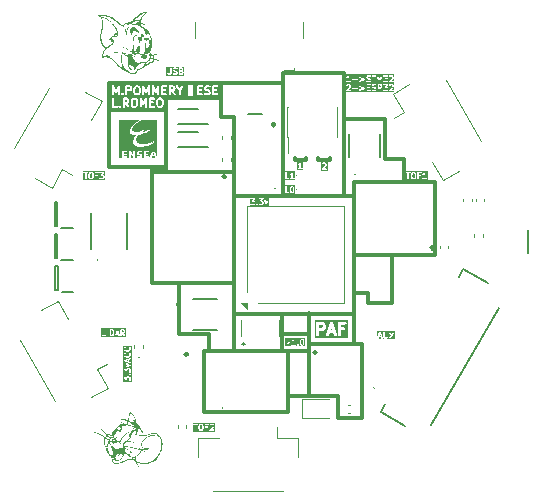
<source format=gbr>
%TF.GenerationSoftware,KiCad,Pcbnew,9.0.3*%
%TF.CreationDate,2025-09-26T09:37:04+02:00*%
%TF.ProjectId,PCB_PAPI,5043425f-5041-4504-992e-6b696361645f,rev?*%
%TF.SameCoordinates,Original*%
%TF.FileFunction,Legend,Top*%
%TF.FilePolarity,Positive*%
%FSLAX46Y46*%
G04 Gerber Fmt 4.6, Leading zero omitted, Abs format (unit mm)*
G04 Created by KiCad (PCBNEW 9.0.3) date 2025-09-26 09:37:04*
%MOMM*%
%LPD*%
G01*
G04 APERTURE LIST*
%ADD10C,0.300000*%
%ADD11C,0.175000*%
%ADD12C,0.125000*%
%ADD13C,0.250000*%
%ADD14C,0.100000*%
%ADD15C,0.000000*%
%ADD16C,0.200000*%
%ADD17C,0.120000*%
G04 APERTURE END LIST*
D10*
X120800000Y-76875000D02*
X121950000Y-76850000D01*
X120800000Y-77100000D02*
X120800000Y-76650000D01*
X120850000Y-76650000D02*
X121950000Y-76650000D01*
X117170000Y-76650000D02*
X120850000Y-76650000D01*
X117170000Y-71850000D02*
X117170000Y-76650000D01*
X121980000Y-71850000D02*
X121980000Y-77100000D01*
X124400000Y-69500000D02*
X124400000Y-70800000D01*
D11*
G36*
X126488450Y-70680233D02*
G01*
X124506797Y-70680233D01*
X124506797Y-69805233D01*
X124594297Y-69805233D01*
X124594297Y-70505233D01*
X124595978Y-70522303D01*
X124609043Y-70553845D01*
X124633185Y-70577987D01*
X124664727Y-70591052D01*
X124681797Y-70592733D01*
X125015131Y-70592733D01*
X125032201Y-70591052D01*
X125063743Y-70577987D01*
X125087885Y-70553845D01*
X125100950Y-70522303D01*
X125100950Y-70488163D01*
X125087885Y-70456621D01*
X125063743Y-70432479D01*
X125032201Y-70419414D01*
X125015131Y-70417733D01*
X124769297Y-70417733D01*
X124769297Y-70226066D01*
X124915131Y-70226066D01*
X124932201Y-70224385D01*
X124963743Y-70211320D01*
X124987885Y-70187178D01*
X125000950Y-70155636D01*
X125000950Y-70121496D01*
X124987885Y-70089954D01*
X124963743Y-70065812D01*
X124932201Y-70052747D01*
X124915131Y-70051066D01*
X124769297Y-70051066D01*
X124769297Y-69938566D01*
X125194297Y-69938566D01*
X125194297Y-70005233D01*
X125195978Y-70022303D01*
X125197181Y-70025207D01*
X125197404Y-70028344D01*
X125203534Y-70044364D01*
X125236867Y-70111031D01*
X125241492Y-70118379D01*
X125242377Y-70120514D01*
X125244349Y-70122917D01*
X125246005Y-70125547D01*
X125247749Y-70127060D01*
X125253259Y-70133773D01*
X125286593Y-70167106D01*
X125293303Y-70172613D01*
X125294817Y-70174358D01*
X125297447Y-70176013D01*
X125299852Y-70177987D01*
X125301987Y-70178871D01*
X125309333Y-70183495D01*
X125375999Y-70216828D01*
X125377247Y-70217305D01*
X125377755Y-70217682D01*
X125384908Y-70220237D01*
X125392019Y-70222959D01*
X125392651Y-70223003D01*
X125393908Y-70223453D01*
X125517923Y-70254457D01*
X125563297Y-70277144D01*
X125576551Y-70290397D01*
X125594297Y-70325889D01*
X125594297Y-70351245D01*
X125576553Y-70386733D01*
X125563297Y-70399989D01*
X125527809Y-70417733D01*
X125395997Y-70417733D01*
X125309467Y-70388890D01*
X125292741Y-70385087D01*
X125258686Y-70387507D01*
X125228149Y-70402776D01*
X125205780Y-70428568D01*
X125194984Y-70460956D01*
X125197404Y-70495011D01*
X125212673Y-70525548D01*
X125238465Y-70547917D01*
X125254127Y-70554910D01*
X125354127Y-70588243D01*
X125362592Y-70590167D01*
X125364727Y-70591052D01*
X125367821Y-70591356D01*
X125370853Y-70592046D01*
X125373157Y-70591882D01*
X125381797Y-70592733D01*
X125548464Y-70592733D01*
X125565534Y-70591052D01*
X125568438Y-70589848D01*
X125571576Y-70589626D01*
X125587595Y-70583495D01*
X125654261Y-70550162D01*
X125661604Y-70545539D01*
X125663743Y-70544654D01*
X125666149Y-70542678D01*
X125668777Y-70541025D01*
X125670289Y-70539281D01*
X125677002Y-70533772D01*
X125710336Y-70500438D01*
X125715843Y-70493726D01*
X125717589Y-70492213D01*
X125719245Y-70489581D01*
X125721217Y-70487179D01*
X125722101Y-70485044D01*
X125726726Y-70477697D01*
X125760059Y-70411031D01*
X125766190Y-70395011D01*
X125766412Y-70391874D01*
X125767616Y-70388970D01*
X125769297Y-70371900D01*
X125769297Y-70305233D01*
X125767616Y-70288163D01*
X125766412Y-70285258D01*
X125766190Y-70282122D01*
X125760060Y-70266103D01*
X125726727Y-70199435D01*
X125722101Y-70192087D01*
X125721217Y-70189952D01*
X125719244Y-70187548D01*
X125717589Y-70184919D01*
X125715844Y-70183405D01*
X125710335Y-70176693D01*
X125677001Y-70143360D01*
X125670290Y-70137853D01*
X125668777Y-70136108D01*
X125666146Y-70134452D01*
X125663742Y-70132479D01*
X125661605Y-70131594D01*
X125654261Y-70126971D01*
X125587595Y-70093638D01*
X125586346Y-70093160D01*
X125585839Y-70092784D01*
X125578694Y-70090231D01*
X125571576Y-70087507D01*
X125570942Y-70087462D01*
X125569686Y-70087013D01*
X125445670Y-70056008D01*
X125400296Y-70033321D01*
X125387042Y-70020067D01*
X125369297Y-69984576D01*
X125369297Y-69959221D01*
X125387041Y-69923733D01*
X125400297Y-69910477D01*
X125435785Y-69892733D01*
X125567597Y-69892733D01*
X125654127Y-69921576D01*
X125670853Y-69925379D01*
X125704908Y-69922959D01*
X125735445Y-69907690D01*
X125757814Y-69881898D01*
X125768610Y-69849510D01*
X125766190Y-69815455D01*
X125761079Y-69805233D01*
X125894297Y-69805233D01*
X125894297Y-70505233D01*
X125895978Y-70522303D01*
X125909043Y-70553845D01*
X125933185Y-70577987D01*
X125964727Y-70591052D01*
X125981797Y-70592733D01*
X126315131Y-70592733D01*
X126332201Y-70591052D01*
X126363743Y-70577987D01*
X126387885Y-70553845D01*
X126400950Y-70522303D01*
X126400950Y-70488163D01*
X126387885Y-70456621D01*
X126363743Y-70432479D01*
X126332201Y-70419414D01*
X126315131Y-70417733D01*
X126069297Y-70417733D01*
X126069297Y-70226066D01*
X126215131Y-70226066D01*
X126232201Y-70224385D01*
X126263743Y-70211320D01*
X126287885Y-70187178D01*
X126300950Y-70155636D01*
X126300950Y-70121496D01*
X126287885Y-70089954D01*
X126263743Y-70065812D01*
X126232201Y-70052747D01*
X126215131Y-70051066D01*
X126069297Y-70051066D01*
X126069297Y-69892733D01*
X126315131Y-69892733D01*
X126332201Y-69891052D01*
X126363743Y-69877987D01*
X126387885Y-69853845D01*
X126400950Y-69822303D01*
X126400950Y-69788163D01*
X126387885Y-69756621D01*
X126363743Y-69732479D01*
X126332201Y-69719414D01*
X126315131Y-69717733D01*
X125981797Y-69717733D01*
X125964727Y-69719414D01*
X125933185Y-69732479D01*
X125909043Y-69756621D01*
X125895978Y-69788163D01*
X125894297Y-69805233D01*
X125761079Y-69805233D01*
X125750921Y-69784918D01*
X125725129Y-69762549D01*
X125709467Y-69755556D01*
X125609467Y-69722223D01*
X125601001Y-69720298D01*
X125598867Y-69719414D01*
X125595772Y-69719109D01*
X125592741Y-69718420D01*
X125590436Y-69718583D01*
X125581797Y-69717733D01*
X125415130Y-69717733D01*
X125398060Y-69719414D01*
X125395155Y-69720617D01*
X125392019Y-69720840D01*
X125375999Y-69726971D01*
X125309333Y-69760304D01*
X125301985Y-69764928D01*
X125299851Y-69765813D01*
X125297448Y-69767784D01*
X125294817Y-69769441D01*
X125293303Y-69771186D01*
X125286592Y-69776694D01*
X125253258Y-69810028D01*
X125247748Y-69816740D01*
X125246005Y-69818253D01*
X125244351Y-69820880D01*
X125242376Y-69823287D01*
X125241490Y-69825425D01*
X125236868Y-69832769D01*
X125203535Y-69899435D01*
X125197404Y-69915454D01*
X125197181Y-69918591D01*
X125195978Y-69921496D01*
X125194297Y-69938566D01*
X124769297Y-69938566D01*
X124769297Y-69892733D01*
X125015131Y-69892733D01*
X125032201Y-69891052D01*
X125063743Y-69877987D01*
X125087885Y-69853845D01*
X125100950Y-69822303D01*
X125100950Y-69788163D01*
X125087885Y-69756621D01*
X125063743Y-69732479D01*
X125032201Y-69719414D01*
X125015131Y-69717733D01*
X124681797Y-69717733D01*
X124664727Y-69719414D01*
X124633185Y-69732479D01*
X124609043Y-69756621D01*
X124595978Y-69788163D01*
X124594297Y-69805233D01*
X124506797Y-69805233D01*
X124506797Y-69630233D01*
X126488450Y-69630233D01*
X126488450Y-70680233D01*
G37*
D10*
X123650000Y-70800000D02*
X123650000Y-69500000D01*
X121980000Y-70800000D02*
X126600000Y-70800000D01*
X121980000Y-71850000D02*
X121980000Y-70750000D01*
X117170000Y-71850000D02*
X121980000Y-71850000D01*
X117170000Y-69500000D02*
X117170000Y-71850000D01*
X126600000Y-69500000D02*
X117170000Y-69500000D01*
D11*
G36*
X119596633Y-69910479D02*
G01*
X119636121Y-69949967D01*
X119660964Y-70049337D01*
X119660964Y-70261128D01*
X119636121Y-70360498D01*
X119596633Y-70399986D01*
X119561141Y-70417733D01*
X119469121Y-70417733D01*
X119433627Y-70399986D01*
X119394138Y-70360497D01*
X119369297Y-70261126D01*
X119369297Y-70049339D01*
X119394138Y-69949968D01*
X119433627Y-69910479D01*
X119469121Y-69892733D01*
X119561141Y-69892733D01*
X119596633Y-69910479D01*
G37*
G36*
X122563297Y-69910478D02*
G01*
X122576551Y-69923732D01*
X122594296Y-69959221D01*
X122594296Y-70017909D01*
X122576549Y-70053402D01*
X122563297Y-70066654D01*
X122527807Y-70084400D01*
X122369296Y-70084400D01*
X122369296Y-69892733D01*
X122527807Y-69892733D01*
X122563297Y-69910478D01*
G37*
G36*
X118896631Y-69910478D02*
G01*
X118909885Y-69923732D01*
X118927630Y-69959221D01*
X118927630Y-70017909D01*
X118909883Y-70053402D01*
X118896631Y-70066654D01*
X118861141Y-70084400D01*
X118702630Y-70084400D01*
X118702630Y-69892733D01*
X118861141Y-69892733D01*
X118896631Y-69910478D01*
G37*
G36*
X123523442Y-70680233D02*
G01*
X117306797Y-70680233D01*
X117306797Y-69805233D01*
X117394297Y-69805233D01*
X117394297Y-70505233D01*
X117395978Y-70522303D01*
X117409043Y-70553845D01*
X117433185Y-70577987D01*
X117464727Y-70591052D01*
X117498867Y-70591052D01*
X117530409Y-70577987D01*
X117554551Y-70553845D01*
X117567616Y-70522303D01*
X117569297Y-70505233D01*
X117569297Y-70199643D01*
X117635840Y-70342235D01*
X117639542Y-70348485D01*
X117640313Y-70350604D01*
X117641684Y-70352101D01*
X117644582Y-70356993D01*
X117654389Y-70365974D01*
X117663371Y-70375782D01*
X117666893Y-70377425D01*
X117669760Y-70380051D01*
X117682258Y-70384596D01*
X117694308Y-70390219D01*
X117698190Y-70390389D01*
X117701846Y-70391719D01*
X117715131Y-70391134D01*
X117728416Y-70391719D01*
X117732071Y-70390389D01*
X117735954Y-70390219D01*
X117748003Y-70384596D01*
X117760502Y-70380051D01*
X117763368Y-70377425D01*
X117766891Y-70375782D01*
X117775872Y-70365974D01*
X117785680Y-70356993D01*
X117788577Y-70352101D01*
X117789949Y-70350604D01*
X117790719Y-70348485D01*
X117794422Y-70342235D01*
X117860964Y-70199644D01*
X117860964Y-70505233D01*
X117862645Y-70522303D01*
X117875710Y-70553845D01*
X117899852Y-70577987D01*
X117931394Y-70591052D01*
X117965534Y-70591052D01*
X117997076Y-70577987D01*
X118021218Y-70553845D01*
X118034283Y-70522303D01*
X118035964Y-70505233D01*
X118035964Y-70454829D01*
X118162645Y-70454829D01*
X118162645Y-70488971D01*
X118175710Y-70520513D01*
X118186592Y-70533772D01*
X118219925Y-70567105D01*
X118233184Y-70577987D01*
X118264726Y-70591052D01*
X118264727Y-70591052D01*
X118298867Y-70591052D01*
X118298868Y-70591052D01*
X118330410Y-70577987D01*
X118330414Y-70577982D01*
X118343668Y-70567106D01*
X118377002Y-70533773D01*
X118387884Y-70520514D01*
X118400950Y-70488972D01*
X118400950Y-70454830D01*
X118387885Y-70423288D01*
X118387883Y-70423286D01*
X118377003Y-70410028D01*
X118343669Y-70376694D01*
X118330410Y-70365812D01*
X118298868Y-70352747D01*
X118298867Y-70352747D01*
X118264725Y-70352747D01*
X118254475Y-70356993D01*
X118233184Y-70365812D01*
X118233183Y-70365813D01*
X118219924Y-70376695D01*
X118186591Y-70410029D01*
X118175714Y-70423282D01*
X118175710Y-70423287D01*
X118162645Y-70454829D01*
X118035964Y-70454829D01*
X118035964Y-69805233D01*
X118527630Y-69805233D01*
X118527630Y-70505233D01*
X118529311Y-70522303D01*
X118542376Y-70553845D01*
X118566518Y-70577987D01*
X118598060Y-70591052D01*
X118632200Y-70591052D01*
X118663742Y-70577987D01*
X118687884Y-70553845D01*
X118700949Y-70522303D01*
X118702630Y-70505233D01*
X118702630Y-70259400D01*
X118881797Y-70259400D01*
X118898867Y-70257719D01*
X118901771Y-70256515D01*
X118904909Y-70256293D01*
X118920929Y-70250162D01*
X118987595Y-70216828D01*
X118994939Y-70212205D01*
X118997077Y-70211320D01*
X118999481Y-70209346D01*
X119002112Y-70207691D01*
X119003626Y-70205944D01*
X119010336Y-70200438D01*
X119043669Y-70167105D01*
X119049178Y-70160392D01*
X119050922Y-70158880D01*
X119052576Y-70156251D01*
X119054551Y-70153846D01*
X119055436Y-70151709D01*
X119060060Y-70144364D01*
X119093393Y-70077696D01*
X119099523Y-70061677D01*
X119099745Y-70058540D01*
X119100949Y-70055636D01*
X119102630Y-70038566D01*
X119194297Y-70038566D01*
X119194297Y-70271900D01*
X119194590Y-70274876D01*
X119194400Y-70276154D01*
X119195345Y-70282550D01*
X119195978Y-70288970D01*
X119196471Y-70290160D01*
X119196909Y-70293122D01*
X119230242Y-70426454D01*
X119236013Y-70442607D01*
X119239885Y-70447833D01*
X119242376Y-70453846D01*
X119253258Y-70467105D01*
X119319925Y-70533772D01*
X119326635Y-70539279D01*
X119328150Y-70541025D01*
X119330782Y-70542682D01*
X119333184Y-70544653D01*
X119335316Y-70545536D01*
X119342666Y-70550163D01*
X119409334Y-70583496D01*
X119425353Y-70589626D01*
X119428489Y-70589848D01*
X119431394Y-70591052D01*
X119448464Y-70592733D01*
X119581797Y-70592733D01*
X119598867Y-70591052D01*
X119601771Y-70589848D01*
X119604908Y-70589626D01*
X119620928Y-70583496D01*
X119687595Y-70550163D01*
X119694944Y-70545536D01*
X119697077Y-70544653D01*
X119699477Y-70542682D01*
X119702111Y-70541025D01*
X119703626Y-70539277D01*
X119710336Y-70533771D01*
X119777003Y-70467104D01*
X119787884Y-70453845D01*
X119790373Y-70447833D01*
X119794246Y-70442608D01*
X119800017Y-70426455D01*
X119833351Y-70293122D01*
X119833788Y-70290163D01*
X119834283Y-70288970D01*
X119834915Y-70282542D01*
X119835861Y-70276154D01*
X119835670Y-70274876D01*
X119835964Y-70271900D01*
X119835964Y-70038566D01*
X119835670Y-70035589D01*
X119835861Y-70034312D01*
X119834915Y-70027923D01*
X119834283Y-70021496D01*
X119833788Y-70020302D01*
X119833351Y-70017344D01*
X119800017Y-69884011D01*
X119794246Y-69867858D01*
X119790373Y-69862632D01*
X119787884Y-69856621D01*
X119777003Y-69843362D01*
X119738874Y-69805233D01*
X119960963Y-69805233D01*
X119960963Y-70505233D01*
X119962644Y-70522303D01*
X119975709Y-70553845D01*
X119999851Y-70577987D01*
X120031393Y-70591052D01*
X120065533Y-70591052D01*
X120097075Y-70577987D01*
X120121217Y-70553845D01*
X120134282Y-70522303D01*
X120135963Y-70505233D01*
X120135963Y-70199643D01*
X120202506Y-70342235D01*
X120206208Y-70348485D01*
X120206979Y-70350604D01*
X120208350Y-70352101D01*
X120211248Y-70356993D01*
X120221055Y-70365974D01*
X120230037Y-70375782D01*
X120233559Y-70377425D01*
X120236426Y-70380051D01*
X120248924Y-70384596D01*
X120260974Y-70390219D01*
X120264856Y-70390389D01*
X120268512Y-70391719D01*
X120281797Y-70391134D01*
X120295082Y-70391719D01*
X120298737Y-70390389D01*
X120302620Y-70390219D01*
X120314669Y-70384596D01*
X120327168Y-70380051D01*
X120330034Y-70377425D01*
X120333557Y-70375782D01*
X120342538Y-70365974D01*
X120352346Y-70356993D01*
X120355243Y-70352101D01*
X120356615Y-70350604D01*
X120357385Y-70348485D01*
X120361088Y-70342235D01*
X120427630Y-70199644D01*
X120427630Y-70505233D01*
X120429311Y-70522303D01*
X120442376Y-70553845D01*
X120466518Y-70577987D01*
X120498060Y-70591052D01*
X120532200Y-70591052D01*
X120563742Y-70577987D01*
X120587884Y-70553845D01*
X120600949Y-70522303D01*
X120602630Y-70505233D01*
X120602630Y-69805233D01*
X120760963Y-69805233D01*
X120760963Y-70505233D01*
X120762644Y-70522303D01*
X120775709Y-70553845D01*
X120799851Y-70577987D01*
X120831393Y-70591052D01*
X120865533Y-70591052D01*
X120897075Y-70577987D01*
X120921217Y-70553845D01*
X120934282Y-70522303D01*
X120935963Y-70505233D01*
X120935963Y-70199643D01*
X121002506Y-70342235D01*
X121006208Y-70348485D01*
X121006979Y-70350604D01*
X121008350Y-70352101D01*
X121011248Y-70356993D01*
X121021055Y-70365974D01*
X121030037Y-70375782D01*
X121033559Y-70377425D01*
X121036426Y-70380051D01*
X121048924Y-70384596D01*
X121060974Y-70390219D01*
X121064856Y-70390389D01*
X121068512Y-70391719D01*
X121081797Y-70391134D01*
X121095082Y-70391719D01*
X121098737Y-70390389D01*
X121102620Y-70390219D01*
X121114669Y-70384596D01*
X121127168Y-70380051D01*
X121130034Y-70377425D01*
X121133557Y-70375782D01*
X121142538Y-70365974D01*
X121152346Y-70356993D01*
X121155243Y-70352101D01*
X121156615Y-70350604D01*
X121157385Y-70348485D01*
X121161088Y-70342235D01*
X121227630Y-70199644D01*
X121227630Y-70505233D01*
X121229311Y-70522303D01*
X121242376Y-70553845D01*
X121266518Y-70577987D01*
X121298060Y-70591052D01*
X121332200Y-70591052D01*
X121363742Y-70577987D01*
X121387884Y-70553845D01*
X121400949Y-70522303D01*
X121402630Y-70505233D01*
X121402630Y-69805233D01*
X121560963Y-69805233D01*
X121560963Y-70505233D01*
X121562644Y-70522303D01*
X121575709Y-70553845D01*
X121599851Y-70577987D01*
X121631393Y-70591052D01*
X121648463Y-70592733D01*
X121981797Y-70592733D01*
X121998867Y-70591052D01*
X122030409Y-70577987D01*
X122054551Y-70553845D01*
X122067616Y-70522303D01*
X122067616Y-70488163D01*
X122054551Y-70456621D01*
X122030409Y-70432479D01*
X121998867Y-70419414D01*
X121981797Y-70417733D01*
X121735963Y-70417733D01*
X121735963Y-70226066D01*
X121881797Y-70226066D01*
X121898867Y-70224385D01*
X121930409Y-70211320D01*
X121954551Y-70187178D01*
X121967616Y-70155636D01*
X121967616Y-70121496D01*
X121954551Y-70089954D01*
X121930409Y-70065812D01*
X121898867Y-70052747D01*
X121881797Y-70051066D01*
X121735963Y-70051066D01*
X121735963Y-69892733D01*
X121981797Y-69892733D01*
X121998867Y-69891052D01*
X122030409Y-69877987D01*
X122054551Y-69853845D01*
X122067616Y-69822303D01*
X122067616Y-69805233D01*
X122194296Y-69805233D01*
X122194296Y-70505233D01*
X122195977Y-70522303D01*
X122209042Y-70553845D01*
X122233184Y-70577987D01*
X122264726Y-70591052D01*
X122298866Y-70591052D01*
X122330408Y-70577987D01*
X122354550Y-70553845D01*
X122367615Y-70522303D01*
X122369296Y-70505233D01*
X122369296Y-70259400D01*
X122402905Y-70259400D01*
X122610113Y-70555411D01*
X122621279Y-70568431D01*
X122650071Y-70586779D01*
X122683693Y-70592713D01*
X122717026Y-70585328D01*
X122744994Y-70565750D01*
X122763342Y-70536958D01*
X122769276Y-70503336D01*
X122761891Y-70470004D01*
X122753479Y-70455055D01*
X122604231Y-70241843D01*
X122654261Y-70216828D01*
X122661605Y-70212205D01*
X122663743Y-70211320D01*
X122666147Y-70209346D01*
X122668778Y-70207691D01*
X122670292Y-70205944D01*
X122677002Y-70200438D01*
X122710335Y-70167105D01*
X122715844Y-70160392D01*
X122717588Y-70158880D01*
X122719242Y-70156251D01*
X122721217Y-70153846D01*
X122722102Y-70151709D01*
X122726726Y-70144364D01*
X122760059Y-70077696D01*
X122766189Y-70061677D01*
X122766411Y-70058540D01*
X122767615Y-70055636D01*
X122769296Y-70038566D01*
X122769296Y-69938566D01*
X122767615Y-69921496D01*
X122766411Y-69918591D01*
X122766189Y-69915455D01*
X122760058Y-69899435D01*
X122726725Y-69832769D01*
X122722101Y-69825423D01*
X122721217Y-69823288D01*
X122719243Y-69820883D01*
X122717588Y-69818253D01*
X122715843Y-69816739D01*
X122710336Y-69810029D01*
X122703588Y-69803281D01*
X122794318Y-69803281D01*
X122800229Y-69836906D01*
X122807976Y-69852210D01*
X123027630Y-70197379D01*
X123027630Y-70505233D01*
X123029311Y-70522303D01*
X123042376Y-70553845D01*
X123066518Y-70577987D01*
X123098060Y-70591052D01*
X123132200Y-70591052D01*
X123163742Y-70577987D01*
X123187884Y-70553845D01*
X123200949Y-70522303D01*
X123202630Y-70505233D01*
X123202630Y-70197379D01*
X123422284Y-69852209D01*
X123430030Y-69836905D01*
X123435942Y-69803280D01*
X123428535Y-69769951D01*
X123408939Y-69741995D01*
X123380136Y-69723666D01*
X123346511Y-69717754D01*
X123313182Y-69725161D01*
X123285225Y-69744757D01*
X123274643Y-69758256D01*
X123115129Y-70008920D01*
X122955616Y-69758256D01*
X122945034Y-69744758D01*
X122917077Y-69725161D01*
X122883748Y-69717755D01*
X122850123Y-69723666D01*
X122821321Y-69741995D01*
X122801724Y-69769952D01*
X122794318Y-69803281D01*
X122703588Y-69803281D01*
X122677003Y-69776695D01*
X122670290Y-69771185D01*
X122668777Y-69769441D01*
X122666147Y-69767785D01*
X122663744Y-69765813D01*
X122661609Y-69764928D01*
X122654261Y-69760303D01*
X122587594Y-69726970D01*
X122571574Y-69720840D01*
X122568437Y-69720617D01*
X122565533Y-69719414D01*
X122548463Y-69717733D01*
X122281796Y-69717733D01*
X122264726Y-69719414D01*
X122233184Y-69732479D01*
X122209042Y-69756621D01*
X122195977Y-69788163D01*
X122194296Y-69805233D01*
X122067616Y-69805233D01*
X122067616Y-69788163D01*
X122054551Y-69756621D01*
X122030409Y-69732479D01*
X121998867Y-69719414D01*
X121981797Y-69717733D01*
X121648463Y-69717733D01*
X121631393Y-69719414D01*
X121599851Y-69732479D01*
X121575709Y-69756621D01*
X121562644Y-69788163D01*
X121560963Y-69805233D01*
X121402630Y-69805233D01*
X121401525Y-69794014D01*
X121401616Y-69791948D01*
X121401212Y-69790838D01*
X121400949Y-69788163D01*
X121395137Y-69774132D01*
X121389948Y-69759862D01*
X121388630Y-69758423D01*
X121387884Y-69756621D01*
X121377146Y-69745883D01*
X121366890Y-69734684D01*
X121365121Y-69733858D01*
X121363742Y-69732479D01*
X121349720Y-69726671D01*
X121335953Y-69720246D01*
X121334001Y-69720160D01*
X121332200Y-69719414D01*
X121317022Y-69719414D01*
X121301845Y-69718747D01*
X121300011Y-69719414D01*
X121298060Y-69719414D01*
X121284029Y-69725225D01*
X121269759Y-69730415D01*
X121268320Y-69731732D01*
X121266518Y-69732479D01*
X121255780Y-69743216D01*
X121244581Y-69753473D01*
X121243210Y-69755786D01*
X121242376Y-69756621D01*
X121241585Y-69758529D01*
X121235839Y-69768230D01*
X121081796Y-70098321D01*
X120927754Y-69768230D01*
X120922007Y-69758529D01*
X120921217Y-69756621D01*
X120920382Y-69755786D01*
X120919012Y-69753473D01*
X120907812Y-69743216D01*
X120897075Y-69732479D01*
X120895272Y-69731732D01*
X120893834Y-69730415D01*
X120879563Y-69725225D01*
X120865533Y-69719414D01*
X120863582Y-69719414D01*
X120861748Y-69718747D01*
X120846581Y-69719414D01*
X120831393Y-69719414D01*
X120829588Y-69720161D01*
X120827640Y-69720247D01*
X120813883Y-69726666D01*
X120799851Y-69732479D01*
X120798471Y-69733858D01*
X120796703Y-69734684D01*
X120786446Y-69745883D01*
X120775709Y-69756621D01*
X120774962Y-69758423D01*
X120773645Y-69759862D01*
X120768455Y-69774132D01*
X120762644Y-69788163D01*
X120762380Y-69790838D01*
X120761977Y-69791948D01*
X120762067Y-69794013D01*
X120760963Y-69805233D01*
X120602630Y-69805233D01*
X120601525Y-69794014D01*
X120601616Y-69791948D01*
X120601212Y-69790838D01*
X120600949Y-69788163D01*
X120595137Y-69774132D01*
X120589948Y-69759862D01*
X120588630Y-69758423D01*
X120587884Y-69756621D01*
X120577146Y-69745883D01*
X120566890Y-69734684D01*
X120565121Y-69733858D01*
X120563742Y-69732479D01*
X120549720Y-69726671D01*
X120535953Y-69720246D01*
X120534001Y-69720160D01*
X120532200Y-69719414D01*
X120517022Y-69719414D01*
X120501845Y-69718747D01*
X120500011Y-69719414D01*
X120498060Y-69719414D01*
X120484029Y-69725225D01*
X120469759Y-69730415D01*
X120468320Y-69731732D01*
X120466518Y-69732479D01*
X120455780Y-69743216D01*
X120444581Y-69753473D01*
X120443210Y-69755786D01*
X120442376Y-69756621D01*
X120441585Y-69758529D01*
X120435839Y-69768230D01*
X120281796Y-70098321D01*
X120127754Y-69768230D01*
X120122007Y-69758529D01*
X120121217Y-69756621D01*
X120120382Y-69755786D01*
X120119012Y-69753473D01*
X120107812Y-69743216D01*
X120097075Y-69732479D01*
X120095272Y-69731732D01*
X120093834Y-69730415D01*
X120079563Y-69725225D01*
X120065533Y-69719414D01*
X120063582Y-69719414D01*
X120061748Y-69718747D01*
X120046581Y-69719414D01*
X120031393Y-69719414D01*
X120029588Y-69720161D01*
X120027640Y-69720247D01*
X120013883Y-69726666D01*
X119999851Y-69732479D01*
X119998471Y-69733858D01*
X119996703Y-69734684D01*
X119986446Y-69745883D01*
X119975709Y-69756621D01*
X119974962Y-69758423D01*
X119973645Y-69759862D01*
X119968455Y-69774132D01*
X119962644Y-69788163D01*
X119962380Y-69790838D01*
X119961977Y-69791948D01*
X119962067Y-69794013D01*
X119960963Y-69805233D01*
X119738874Y-69805233D01*
X119710336Y-69776695D01*
X119703626Y-69771188D01*
X119702111Y-69769441D01*
X119699477Y-69767783D01*
X119697077Y-69765813D01*
X119694944Y-69764929D01*
X119687595Y-69760303D01*
X119620928Y-69726970D01*
X119604908Y-69720840D01*
X119601771Y-69720617D01*
X119598867Y-69719414D01*
X119581797Y-69717733D01*
X119448464Y-69717733D01*
X119431394Y-69719414D01*
X119428489Y-69720617D01*
X119425353Y-69720840D01*
X119409334Y-69726970D01*
X119342666Y-69760303D01*
X119335316Y-69764929D01*
X119333184Y-69765813D01*
X119330782Y-69767783D01*
X119328150Y-69769441D01*
X119326635Y-69771186D01*
X119319925Y-69776694D01*
X119253258Y-69843361D01*
X119242376Y-69856620D01*
X119239885Y-69862632D01*
X119236013Y-69867859D01*
X119230242Y-69884012D01*
X119196909Y-70017344D01*
X119196471Y-70020305D01*
X119195978Y-70021496D01*
X119195345Y-70027915D01*
X119194400Y-70034312D01*
X119194590Y-70035589D01*
X119194297Y-70038566D01*
X119102630Y-70038566D01*
X119102630Y-69938566D01*
X119100949Y-69921496D01*
X119099745Y-69918591D01*
X119099523Y-69915455D01*
X119093392Y-69899435D01*
X119060059Y-69832769D01*
X119055435Y-69825423D01*
X119054551Y-69823288D01*
X119052577Y-69820883D01*
X119050922Y-69818253D01*
X119049177Y-69816739D01*
X119043670Y-69810029D01*
X119010337Y-69776695D01*
X119003624Y-69771185D01*
X119002111Y-69769441D01*
X118999481Y-69767785D01*
X118997078Y-69765813D01*
X118994943Y-69764928D01*
X118987595Y-69760303D01*
X118920928Y-69726970D01*
X118904908Y-69720840D01*
X118901771Y-69720617D01*
X118898867Y-69719414D01*
X118881797Y-69717733D01*
X118615130Y-69717733D01*
X118598060Y-69719414D01*
X118566518Y-69732479D01*
X118542376Y-69756621D01*
X118529311Y-69788163D01*
X118527630Y-69805233D01*
X118035964Y-69805233D01*
X118034859Y-69794014D01*
X118034950Y-69791948D01*
X118034546Y-69790838D01*
X118034283Y-69788163D01*
X118028471Y-69774132D01*
X118023282Y-69759862D01*
X118021964Y-69758423D01*
X118021218Y-69756621D01*
X118010480Y-69745883D01*
X118000224Y-69734684D01*
X117998455Y-69733858D01*
X117997076Y-69732479D01*
X117983054Y-69726671D01*
X117969287Y-69720246D01*
X117967335Y-69720160D01*
X117965534Y-69719414D01*
X117950356Y-69719414D01*
X117935179Y-69718747D01*
X117933345Y-69719414D01*
X117931394Y-69719414D01*
X117917363Y-69725225D01*
X117903093Y-69730415D01*
X117901654Y-69731732D01*
X117899852Y-69732479D01*
X117889114Y-69743216D01*
X117877915Y-69753473D01*
X117876544Y-69755786D01*
X117875710Y-69756621D01*
X117874919Y-69758529D01*
X117869173Y-69768230D01*
X117715130Y-70098321D01*
X117561088Y-69768230D01*
X117555341Y-69758529D01*
X117554551Y-69756621D01*
X117553716Y-69755786D01*
X117552346Y-69753473D01*
X117541146Y-69743216D01*
X117530409Y-69732479D01*
X117528606Y-69731732D01*
X117527168Y-69730415D01*
X117512897Y-69725225D01*
X117498867Y-69719414D01*
X117496916Y-69719414D01*
X117495082Y-69718747D01*
X117479915Y-69719414D01*
X117464727Y-69719414D01*
X117462922Y-69720161D01*
X117460974Y-69720247D01*
X117447217Y-69726666D01*
X117433185Y-69732479D01*
X117431805Y-69733858D01*
X117430037Y-69734684D01*
X117419780Y-69745883D01*
X117409043Y-69756621D01*
X117408296Y-69758423D01*
X117406979Y-69759862D01*
X117401789Y-69774132D01*
X117395978Y-69788163D01*
X117395714Y-69790838D01*
X117395311Y-69791948D01*
X117395401Y-69794013D01*
X117394297Y-69805233D01*
X117306797Y-69805233D01*
X117306797Y-69630233D01*
X123523442Y-69630233D01*
X123523442Y-70680233D01*
G37*
G36*
X119363300Y-70960479D02*
G01*
X119402788Y-70999967D01*
X119427631Y-71099337D01*
X119427631Y-71311128D01*
X119402788Y-71410498D01*
X119363300Y-71449986D01*
X119327808Y-71467733D01*
X119235788Y-71467733D01*
X119200294Y-71449986D01*
X119160805Y-71410497D01*
X119135964Y-71311126D01*
X119135964Y-71099339D01*
X119160805Y-70999968D01*
X119200294Y-70960479D01*
X119235788Y-70942733D01*
X119327808Y-70942733D01*
X119363300Y-70960479D01*
G37*
G36*
X121529966Y-70960479D02*
G01*
X121569454Y-70999967D01*
X121594297Y-71099337D01*
X121594297Y-71311128D01*
X121569454Y-71410498D01*
X121529966Y-71449986D01*
X121494474Y-71467733D01*
X121402454Y-71467733D01*
X121366960Y-71449986D01*
X121327471Y-71410497D01*
X121302630Y-71311126D01*
X121302630Y-71099339D01*
X121327471Y-70999968D01*
X121366960Y-70960479D01*
X121402454Y-70942733D01*
X121494474Y-70942733D01*
X121529966Y-70960479D01*
G37*
G36*
X118663298Y-70960478D02*
G01*
X118676552Y-70973732D01*
X118694297Y-71009221D01*
X118694297Y-71067909D01*
X118676550Y-71103402D01*
X118663298Y-71116654D01*
X118627808Y-71134400D01*
X118469297Y-71134400D01*
X118469297Y-70942733D01*
X118627808Y-70942733D01*
X118663298Y-70960478D01*
G37*
G36*
X121856797Y-71730233D02*
G01*
X117306797Y-71730233D01*
X117306797Y-70855233D01*
X117394297Y-70855233D01*
X117394297Y-71555233D01*
X117395978Y-71572303D01*
X117409043Y-71603845D01*
X117433185Y-71627987D01*
X117464727Y-71641052D01*
X117481797Y-71642733D01*
X117815131Y-71642733D01*
X117832201Y-71641052D01*
X117863743Y-71627987D01*
X117887885Y-71603845D01*
X117900950Y-71572303D01*
X117900950Y-71538163D01*
X117887885Y-71506621D01*
X117886093Y-71504829D01*
X117929312Y-71504829D01*
X117929312Y-71538971D01*
X117942377Y-71570513D01*
X117953259Y-71583772D01*
X117986592Y-71617105D01*
X117999851Y-71627987D01*
X118031393Y-71641052D01*
X118031394Y-71641052D01*
X118065534Y-71641052D01*
X118065535Y-71641052D01*
X118097077Y-71627987D01*
X118097081Y-71627982D01*
X118110335Y-71617106D01*
X118143669Y-71583773D01*
X118154551Y-71570514D01*
X118167617Y-71538972D01*
X118167617Y-71504830D01*
X118154552Y-71473288D01*
X118154550Y-71473286D01*
X118143670Y-71460028D01*
X118110336Y-71426694D01*
X118097077Y-71415812D01*
X118065535Y-71402747D01*
X118065534Y-71402747D01*
X118031392Y-71402747D01*
X118021142Y-71406993D01*
X117999851Y-71415812D01*
X117999850Y-71415813D01*
X117986591Y-71426695D01*
X117953258Y-71460029D01*
X117942381Y-71473282D01*
X117942377Y-71473287D01*
X117929312Y-71504829D01*
X117886093Y-71504829D01*
X117863743Y-71482479D01*
X117832201Y-71469414D01*
X117815131Y-71467733D01*
X117569297Y-71467733D01*
X117569297Y-70855233D01*
X118294297Y-70855233D01*
X118294297Y-71555233D01*
X118295978Y-71572303D01*
X118309043Y-71603845D01*
X118333185Y-71627987D01*
X118364727Y-71641052D01*
X118398867Y-71641052D01*
X118430409Y-71627987D01*
X118454551Y-71603845D01*
X118467616Y-71572303D01*
X118469297Y-71555233D01*
X118469297Y-71309400D01*
X118502906Y-71309400D01*
X118710114Y-71605411D01*
X118721280Y-71618431D01*
X118750072Y-71636779D01*
X118783694Y-71642713D01*
X118817027Y-71635328D01*
X118844995Y-71615750D01*
X118863343Y-71586958D01*
X118869277Y-71553336D01*
X118861892Y-71520004D01*
X118853480Y-71505055D01*
X118704232Y-71291843D01*
X118754262Y-71266828D01*
X118761606Y-71262205D01*
X118763744Y-71261320D01*
X118766148Y-71259346D01*
X118768779Y-71257691D01*
X118770293Y-71255944D01*
X118777003Y-71250438D01*
X118810336Y-71217105D01*
X118815845Y-71210392D01*
X118817589Y-71208880D01*
X118819243Y-71206251D01*
X118821218Y-71203846D01*
X118822103Y-71201709D01*
X118826727Y-71194364D01*
X118860060Y-71127696D01*
X118866190Y-71111677D01*
X118866412Y-71108540D01*
X118867616Y-71105636D01*
X118869297Y-71088566D01*
X118960964Y-71088566D01*
X118960964Y-71321900D01*
X118961257Y-71324876D01*
X118961067Y-71326154D01*
X118962012Y-71332550D01*
X118962645Y-71338970D01*
X118963138Y-71340160D01*
X118963576Y-71343122D01*
X118996909Y-71476454D01*
X119002680Y-71492607D01*
X119006552Y-71497833D01*
X119009043Y-71503846D01*
X119019925Y-71517105D01*
X119086592Y-71583772D01*
X119093302Y-71589279D01*
X119094817Y-71591025D01*
X119097449Y-71592682D01*
X119099851Y-71594653D01*
X119101983Y-71595536D01*
X119109333Y-71600163D01*
X119176001Y-71633496D01*
X119192020Y-71639626D01*
X119195156Y-71639848D01*
X119198061Y-71641052D01*
X119215131Y-71642733D01*
X119348464Y-71642733D01*
X119365534Y-71641052D01*
X119368438Y-71639848D01*
X119371575Y-71639626D01*
X119387595Y-71633496D01*
X119454262Y-71600163D01*
X119461611Y-71595536D01*
X119463744Y-71594653D01*
X119466144Y-71592682D01*
X119468778Y-71591025D01*
X119470293Y-71589277D01*
X119477003Y-71583771D01*
X119543670Y-71517104D01*
X119554551Y-71503845D01*
X119557040Y-71497833D01*
X119560913Y-71492608D01*
X119566684Y-71476455D01*
X119600018Y-71343122D01*
X119600455Y-71340163D01*
X119600950Y-71338970D01*
X119601582Y-71332542D01*
X119602528Y-71326154D01*
X119602337Y-71324876D01*
X119602631Y-71321900D01*
X119602631Y-71088566D01*
X119602337Y-71085589D01*
X119602528Y-71084312D01*
X119601582Y-71077923D01*
X119600950Y-71071496D01*
X119600455Y-71070302D01*
X119600018Y-71067344D01*
X119566684Y-70934011D01*
X119560913Y-70917858D01*
X119557040Y-70912632D01*
X119554551Y-70906621D01*
X119543670Y-70893362D01*
X119505541Y-70855233D01*
X119727630Y-70855233D01*
X119727630Y-71555233D01*
X119729311Y-71572303D01*
X119742376Y-71603845D01*
X119766518Y-71627987D01*
X119798060Y-71641052D01*
X119832200Y-71641052D01*
X119863742Y-71627987D01*
X119887884Y-71603845D01*
X119900949Y-71572303D01*
X119902630Y-71555233D01*
X119902630Y-71249643D01*
X119969173Y-71392235D01*
X119972875Y-71398485D01*
X119973646Y-71400604D01*
X119975017Y-71402101D01*
X119977915Y-71406993D01*
X119987722Y-71415974D01*
X119996704Y-71425782D01*
X120000226Y-71427425D01*
X120003093Y-71430051D01*
X120015591Y-71434596D01*
X120027641Y-71440219D01*
X120031523Y-71440389D01*
X120035179Y-71441719D01*
X120048464Y-71441134D01*
X120061749Y-71441719D01*
X120065404Y-71440389D01*
X120069287Y-71440219D01*
X120081336Y-71434596D01*
X120093835Y-71430051D01*
X120096701Y-71427425D01*
X120100224Y-71425782D01*
X120109205Y-71415974D01*
X120119013Y-71406993D01*
X120121910Y-71402101D01*
X120123282Y-71400604D01*
X120124052Y-71398485D01*
X120127755Y-71392235D01*
X120194297Y-71249644D01*
X120194297Y-71555233D01*
X120195978Y-71572303D01*
X120209043Y-71603845D01*
X120233185Y-71627987D01*
X120264727Y-71641052D01*
X120298867Y-71641052D01*
X120330409Y-71627987D01*
X120354551Y-71603845D01*
X120367616Y-71572303D01*
X120369297Y-71555233D01*
X120369297Y-70855233D01*
X120527630Y-70855233D01*
X120527630Y-71555233D01*
X120529311Y-71572303D01*
X120542376Y-71603845D01*
X120566518Y-71627987D01*
X120598060Y-71641052D01*
X120615130Y-71642733D01*
X120948464Y-71642733D01*
X120965534Y-71641052D01*
X120997076Y-71627987D01*
X121021218Y-71603845D01*
X121034283Y-71572303D01*
X121034283Y-71538163D01*
X121021218Y-71506621D01*
X120997076Y-71482479D01*
X120965534Y-71469414D01*
X120948464Y-71467733D01*
X120702630Y-71467733D01*
X120702630Y-71276066D01*
X120848464Y-71276066D01*
X120865534Y-71274385D01*
X120897076Y-71261320D01*
X120921218Y-71237178D01*
X120934283Y-71205636D01*
X120934283Y-71171496D01*
X120921218Y-71139954D01*
X120897076Y-71115812D01*
X120865534Y-71102747D01*
X120848464Y-71101066D01*
X120702630Y-71101066D01*
X120702630Y-71088566D01*
X121127630Y-71088566D01*
X121127630Y-71321900D01*
X121127923Y-71324876D01*
X121127733Y-71326154D01*
X121128678Y-71332550D01*
X121129311Y-71338970D01*
X121129804Y-71340160D01*
X121130242Y-71343122D01*
X121163575Y-71476454D01*
X121169346Y-71492607D01*
X121173218Y-71497833D01*
X121175709Y-71503846D01*
X121186591Y-71517105D01*
X121253258Y-71583772D01*
X121259968Y-71589279D01*
X121261483Y-71591025D01*
X121264115Y-71592682D01*
X121266517Y-71594653D01*
X121268649Y-71595536D01*
X121275999Y-71600163D01*
X121342667Y-71633496D01*
X121358686Y-71639626D01*
X121361822Y-71639848D01*
X121364727Y-71641052D01*
X121381797Y-71642733D01*
X121515130Y-71642733D01*
X121532200Y-71641052D01*
X121535104Y-71639848D01*
X121538241Y-71639626D01*
X121554261Y-71633496D01*
X121620928Y-71600163D01*
X121628277Y-71595536D01*
X121630410Y-71594653D01*
X121632810Y-71592682D01*
X121635444Y-71591025D01*
X121636959Y-71589277D01*
X121643669Y-71583771D01*
X121710336Y-71517104D01*
X121721217Y-71503845D01*
X121723706Y-71497833D01*
X121727579Y-71492608D01*
X121733350Y-71476455D01*
X121766684Y-71343122D01*
X121767121Y-71340163D01*
X121767616Y-71338970D01*
X121768248Y-71332542D01*
X121769194Y-71326154D01*
X121769003Y-71324876D01*
X121769297Y-71321900D01*
X121769297Y-71088566D01*
X121769003Y-71085589D01*
X121769194Y-71084312D01*
X121768248Y-71077923D01*
X121767616Y-71071496D01*
X121767121Y-71070302D01*
X121766684Y-71067344D01*
X121733350Y-70934011D01*
X121727579Y-70917858D01*
X121723706Y-70912632D01*
X121721217Y-70906621D01*
X121710336Y-70893362D01*
X121643669Y-70826695D01*
X121636959Y-70821188D01*
X121635444Y-70819441D01*
X121632810Y-70817783D01*
X121630410Y-70815813D01*
X121628277Y-70814929D01*
X121620928Y-70810303D01*
X121554261Y-70776970D01*
X121538241Y-70770840D01*
X121535104Y-70770617D01*
X121532200Y-70769414D01*
X121515130Y-70767733D01*
X121381797Y-70767733D01*
X121364727Y-70769414D01*
X121361822Y-70770617D01*
X121358686Y-70770840D01*
X121342667Y-70776970D01*
X121275999Y-70810303D01*
X121268649Y-70814929D01*
X121266517Y-70815813D01*
X121264115Y-70817783D01*
X121261483Y-70819441D01*
X121259968Y-70821186D01*
X121253258Y-70826694D01*
X121186591Y-70893361D01*
X121175709Y-70906620D01*
X121173218Y-70912632D01*
X121169346Y-70917859D01*
X121163575Y-70934012D01*
X121130242Y-71067344D01*
X121129804Y-71070305D01*
X121129311Y-71071496D01*
X121128678Y-71077915D01*
X121127733Y-71084312D01*
X121127923Y-71085589D01*
X121127630Y-71088566D01*
X120702630Y-71088566D01*
X120702630Y-70942733D01*
X120948464Y-70942733D01*
X120965534Y-70941052D01*
X120997076Y-70927987D01*
X121021218Y-70903845D01*
X121034283Y-70872303D01*
X121034283Y-70838163D01*
X121021218Y-70806621D01*
X120997076Y-70782479D01*
X120965534Y-70769414D01*
X120948464Y-70767733D01*
X120615130Y-70767733D01*
X120598060Y-70769414D01*
X120566518Y-70782479D01*
X120542376Y-70806621D01*
X120529311Y-70838163D01*
X120527630Y-70855233D01*
X120369297Y-70855233D01*
X120368192Y-70844014D01*
X120368283Y-70841948D01*
X120367879Y-70840838D01*
X120367616Y-70838163D01*
X120361804Y-70824132D01*
X120356615Y-70809862D01*
X120355297Y-70808423D01*
X120354551Y-70806621D01*
X120343813Y-70795883D01*
X120333557Y-70784684D01*
X120331788Y-70783858D01*
X120330409Y-70782479D01*
X120316387Y-70776671D01*
X120302620Y-70770246D01*
X120300668Y-70770160D01*
X120298867Y-70769414D01*
X120283689Y-70769414D01*
X120268512Y-70768747D01*
X120266678Y-70769414D01*
X120264727Y-70769414D01*
X120250696Y-70775225D01*
X120236426Y-70780415D01*
X120234987Y-70781732D01*
X120233185Y-70782479D01*
X120222447Y-70793216D01*
X120211248Y-70803473D01*
X120209877Y-70805786D01*
X120209043Y-70806621D01*
X120208252Y-70808529D01*
X120202506Y-70818230D01*
X120048463Y-71148321D01*
X119894421Y-70818230D01*
X119888674Y-70808529D01*
X119887884Y-70806621D01*
X119887049Y-70805786D01*
X119885679Y-70803473D01*
X119874479Y-70793216D01*
X119863742Y-70782479D01*
X119861939Y-70781732D01*
X119860501Y-70780415D01*
X119846230Y-70775225D01*
X119832200Y-70769414D01*
X119830249Y-70769414D01*
X119828415Y-70768747D01*
X119813248Y-70769414D01*
X119798060Y-70769414D01*
X119796255Y-70770161D01*
X119794307Y-70770247D01*
X119780550Y-70776666D01*
X119766518Y-70782479D01*
X119765138Y-70783858D01*
X119763370Y-70784684D01*
X119753113Y-70795883D01*
X119742376Y-70806621D01*
X119741629Y-70808423D01*
X119740312Y-70809862D01*
X119735122Y-70824132D01*
X119729311Y-70838163D01*
X119729047Y-70840838D01*
X119728644Y-70841948D01*
X119728734Y-70844013D01*
X119727630Y-70855233D01*
X119505541Y-70855233D01*
X119477003Y-70826695D01*
X119470293Y-70821188D01*
X119468778Y-70819441D01*
X119466144Y-70817783D01*
X119463744Y-70815813D01*
X119461611Y-70814929D01*
X119454262Y-70810303D01*
X119387595Y-70776970D01*
X119371575Y-70770840D01*
X119368438Y-70770617D01*
X119365534Y-70769414D01*
X119348464Y-70767733D01*
X119215131Y-70767733D01*
X119198061Y-70769414D01*
X119195156Y-70770617D01*
X119192020Y-70770840D01*
X119176001Y-70776970D01*
X119109333Y-70810303D01*
X119101983Y-70814929D01*
X119099851Y-70815813D01*
X119097449Y-70817783D01*
X119094817Y-70819441D01*
X119093302Y-70821186D01*
X119086592Y-70826694D01*
X119019925Y-70893361D01*
X119009043Y-70906620D01*
X119006552Y-70912632D01*
X119002680Y-70917859D01*
X118996909Y-70934012D01*
X118963576Y-71067344D01*
X118963138Y-71070305D01*
X118962645Y-71071496D01*
X118962012Y-71077915D01*
X118961067Y-71084312D01*
X118961257Y-71085589D01*
X118960964Y-71088566D01*
X118869297Y-71088566D01*
X118869297Y-70988566D01*
X118867616Y-70971496D01*
X118866412Y-70968591D01*
X118866190Y-70965455D01*
X118860059Y-70949435D01*
X118826726Y-70882769D01*
X118822102Y-70875423D01*
X118821218Y-70873288D01*
X118819244Y-70870883D01*
X118817589Y-70868253D01*
X118815844Y-70866739D01*
X118810337Y-70860029D01*
X118777004Y-70826695D01*
X118770291Y-70821185D01*
X118768778Y-70819441D01*
X118766148Y-70817785D01*
X118763745Y-70815813D01*
X118761610Y-70814928D01*
X118754262Y-70810303D01*
X118687595Y-70776970D01*
X118671575Y-70770840D01*
X118668438Y-70770617D01*
X118665534Y-70769414D01*
X118648464Y-70767733D01*
X118381797Y-70767733D01*
X118364727Y-70769414D01*
X118333185Y-70782479D01*
X118309043Y-70806621D01*
X118295978Y-70838163D01*
X118294297Y-70855233D01*
X117569297Y-70855233D01*
X117567616Y-70838163D01*
X117554551Y-70806621D01*
X117530409Y-70782479D01*
X117498867Y-70769414D01*
X117464727Y-70769414D01*
X117433185Y-70782479D01*
X117409043Y-70806621D01*
X117395978Y-70838163D01*
X117394297Y-70855233D01*
X117306797Y-70855233D01*
X117306797Y-70680233D01*
X121856797Y-70680233D01*
X121856797Y-71730233D01*
G37*
D10*
X137000000Y-72600000D02*
X140500000Y-72600000D01*
X127700000Y-77100000D02*
X127600000Y-77100000D01*
X125600000Y-92200000D02*
X125600000Y-90800000D01*
X134100000Y-96050000D02*
X136500000Y-96050000D01*
X127900000Y-92200000D02*
X125200000Y-92200000D01*
X137000000Y-76500000D02*
X137000000Y-71600000D01*
X131900000Y-68710000D02*
X131900000Y-69700000D01*
X137900000Y-89100000D02*
X127700000Y-89100000D01*
X137900000Y-79100000D02*
X137900000Y-77900000D01*
X126600000Y-69500000D02*
X126600000Y-72400000D01*
X136500000Y-97900000D02*
X138600000Y-97900000D01*
X131750000Y-90800000D02*
X131750000Y-89100000D01*
X134100000Y-90750000D02*
X134100000Y-89050000D01*
X132850000Y-76050000D02*
X132850000Y-75850000D01*
X127700000Y-89100000D02*
X127700000Y-91500000D01*
X125600000Y-90800000D02*
X123100000Y-90800000D01*
X139100000Y-87300000D02*
X139100000Y-88200000D01*
X140500000Y-76000000D02*
X142100000Y-76000000D01*
X138600000Y-97900000D02*
X138600000Y-91800000D01*
X142100000Y-76000000D02*
X142100000Y-77900000D01*
X132300000Y-92200000D02*
X127900000Y-92200000D01*
X120800000Y-77100000D02*
X120800000Y-86500000D01*
X140500000Y-72600000D02*
X140500000Y-76000000D01*
X131700000Y-90800000D02*
X134100000Y-90800000D01*
X131750000Y-91500000D02*
X131750000Y-90800000D01*
X136500000Y-96200000D02*
X136500000Y-97900000D01*
X127700000Y-79100000D02*
X137900000Y-79100000D01*
X137900000Y-79100000D02*
X137900000Y-89100000D01*
X138600000Y-91600000D02*
X134100000Y-91600000D01*
X130500000Y-69500000D02*
X126600000Y-69500000D01*
X134100000Y-91600000D02*
X134100000Y-92200000D01*
X121600000Y-86500000D02*
X127700000Y-86500000D01*
X137900000Y-87300000D02*
X139100000Y-87300000D01*
X131900000Y-69500000D02*
X130500000Y-69500000D01*
X126600000Y-72400000D02*
X127700000Y-72400000D01*
X125200000Y-97400000D02*
X132300000Y-97400000D01*
X135850000Y-76100000D02*
X135850000Y-75850000D01*
X137000000Y-71600000D02*
X137000000Y-68710000D01*
X123100000Y-90800000D02*
X123100000Y-86500000D01*
X134100000Y-91600000D02*
X134100000Y-90800000D01*
X127700000Y-89100000D02*
X127700000Y-79100000D01*
X139100000Y-88200000D02*
X141100000Y-88200000D01*
X134100000Y-96050000D02*
X132300000Y-96050000D01*
X133850000Y-76050000D02*
X132850000Y-76050000D01*
X127700000Y-77100000D02*
X127700000Y-79100000D01*
X127700000Y-77100000D02*
X120800000Y-77100000D01*
X131900000Y-69700000D02*
X131900000Y-79100000D01*
X137900000Y-89100000D02*
X137900000Y-91600000D01*
X134850000Y-76100000D02*
X135850000Y-76100000D01*
X132300000Y-92200000D02*
X134100000Y-92200000D01*
X131750000Y-91500000D02*
X131750000Y-92200000D01*
X121600000Y-86500000D02*
X120800000Y-86500000D01*
X136990000Y-68710000D02*
X131900000Y-68710000D01*
X134100000Y-92200000D02*
X134100000Y-96050000D01*
X127700000Y-72400000D02*
X127700000Y-77100000D01*
X127700000Y-91500000D02*
X127700000Y-92200000D01*
X132300000Y-92400000D02*
X132300000Y-92200000D01*
X133850000Y-75850000D02*
X133850000Y-76050000D01*
X138600000Y-91800000D02*
X138600000Y-91600000D01*
X144700000Y-84100000D02*
X137900000Y-84100000D01*
X144700000Y-77900000D02*
X144700000Y-84100000D01*
X141100000Y-88200000D02*
X141100000Y-84100000D01*
X137000000Y-76500000D02*
X137000000Y-79100000D01*
X134850000Y-75850000D02*
X134850000Y-76100000D01*
X137900000Y-77900000D02*
X144700000Y-77900000D01*
X132300000Y-97400000D02*
X132300000Y-92400000D01*
X125200000Y-92200000D02*
X125200000Y-97400000D01*
D12*
G36*
X133583430Y-76907309D02*
G01*
X133052631Y-76907309D01*
X133052631Y-76429596D01*
X133115131Y-76429596D01*
X133136524Y-76472382D01*
X133181904Y-76487509D01*
X133205424Y-76481068D01*
X133253043Y-76457259D01*
X133257831Y-76453542D01*
X133257831Y-76719809D01*
X133177474Y-76719809D01*
X133153556Y-76724567D01*
X133119732Y-76758391D01*
X133119732Y-76806227D01*
X133153556Y-76840051D01*
X133177474Y-76844809D01*
X133463188Y-76844809D01*
X133487106Y-76840051D01*
X133520930Y-76806227D01*
X133520930Y-76758391D01*
X133487106Y-76724567D01*
X133463188Y-76719809D01*
X133382831Y-76719809D01*
X133382831Y-76282309D01*
X133378073Y-76258391D01*
X133373522Y-76253840D01*
X133372261Y-76247532D01*
X133357119Y-76237437D01*
X133344249Y-76224567D01*
X133337814Y-76224567D01*
X133332459Y-76220997D01*
X133314609Y-76224567D01*
X133296413Y-76224567D01*
X133291864Y-76229116D01*
X133285554Y-76230378D01*
X133268328Y-76247640D01*
X133224140Y-76313921D01*
X133188072Y-76349990D01*
X133149524Y-76369264D01*
X133130258Y-76384216D01*
X133115131Y-76429596D01*
X133052631Y-76429596D01*
X133052631Y-76158497D01*
X133583430Y-76158497D01*
X133583430Y-76907309D01*
G37*
G36*
X140128855Y-90926952D02*
G01*
X140064188Y-90926952D01*
X140096521Y-90829952D01*
X140128855Y-90926952D01*
G37*
G36*
X141363190Y-91257309D02*
G01*
X139805013Y-91257309D01*
X139805013Y-91136740D01*
X139867513Y-91136740D01*
X139888905Y-91179524D01*
X139934286Y-91194651D01*
X139977070Y-91173259D01*
X139989148Y-91152073D01*
X140022522Y-91051952D01*
X140170521Y-91051952D01*
X140203895Y-91152073D01*
X140215973Y-91173259D01*
X140258757Y-91194651D01*
X140304138Y-91179524D01*
X140325530Y-91136740D01*
X140322481Y-91112544D01*
X140162402Y-90632309D01*
X140367354Y-90632309D01*
X140367354Y-91037071D01*
X140367965Y-91040142D01*
X140367512Y-91041502D01*
X140370156Y-91051158D01*
X140372112Y-91060989D01*
X140373126Y-91062003D01*
X140373953Y-91065022D01*
X140397763Y-91112641D01*
X140403901Y-91120549D01*
X140409469Y-91128883D01*
X140433278Y-91152693D01*
X140441605Y-91158257D01*
X140449523Y-91164402D01*
X140497141Y-91188211D01*
X140500160Y-91189037D01*
X140501174Y-91190051D01*
X140511001Y-91192005D01*
X140520662Y-91194651D01*
X140522020Y-91194198D01*
X140525092Y-91194809D01*
X140620330Y-91194809D01*
X140623399Y-91194198D01*
X140624760Y-91194652D01*
X140634426Y-91192004D01*
X140644248Y-91190051D01*
X140645261Y-91189037D01*
X140648280Y-91188211D01*
X140695899Y-91164402D01*
X140703814Y-91158258D01*
X140712143Y-91152694D01*
X140735953Y-91128884D01*
X140741516Y-91120557D01*
X140747661Y-91112640D01*
X140771470Y-91065022D01*
X140772296Y-91062002D01*
X140773310Y-91060989D01*
X140775264Y-91051161D01*
X140777910Y-91041501D01*
X140777457Y-91040142D01*
X140778068Y-91037071D01*
X140778068Y-90644437D01*
X140844733Y-90644437D01*
X140854042Y-90666978D01*
X140997595Y-90882309D01*
X140854042Y-91097640D01*
X140844733Y-91120181D01*
X140854115Y-91167086D01*
X140893917Y-91193621D01*
X140940822Y-91184239D01*
X140958048Y-91166978D01*
X141072711Y-90994982D01*
X141187375Y-91166978D01*
X141204601Y-91184239D01*
X141251506Y-91193621D01*
X141291308Y-91167086D01*
X141300690Y-91120180D01*
X141291381Y-91097640D01*
X141147827Y-90882309D01*
X141291381Y-90666978D01*
X141300690Y-90644438D01*
X141291308Y-90597532D01*
X141251506Y-90570997D01*
X141204601Y-90580379D01*
X141187375Y-90597640D01*
X141072711Y-90769635D01*
X140958048Y-90597640D01*
X140940822Y-90580379D01*
X140893917Y-90570997D01*
X140854115Y-90597532D01*
X140844733Y-90644437D01*
X140778068Y-90644437D01*
X140778068Y-90632309D01*
X140773310Y-90608391D01*
X140739486Y-90574567D01*
X140691650Y-90574567D01*
X140657826Y-90608391D01*
X140653068Y-90632309D01*
X140653068Y-91022317D01*
X140640392Y-91047668D01*
X140630928Y-91057133D01*
X140605576Y-91069809D01*
X140539846Y-91069809D01*
X140514495Y-91057134D01*
X140505030Y-91047669D01*
X140492354Y-91022317D01*
X140492354Y-90632309D01*
X140487596Y-90608391D01*
X140453772Y-90574567D01*
X140405936Y-90574567D01*
X140372112Y-90608391D01*
X140367354Y-90632309D01*
X140162402Y-90632309D01*
X140155814Y-90612545D01*
X140143736Y-90591359D01*
X140139559Y-90589270D01*
X140137471Y-90585094D01*
X140118676Y-90578829D01*
X140100952Y-90569967D01*
X140096521Y-90571444D01*
X140092090Y-90569967D01*
X140074366Y-90578829D01*
X140055571Y-90585094D01*
X140053482Y-90589270D01*
X140049306Y-90591359D01*
X140037228Y-90612545D01*
X139870562Y-91112545D01*
X139867513Y-91136740D01*
X139805013Y-91136740D01*
X139805013Y-90507467D01*
X141363190Y-90507467D01*
X141363190Y-91257309D01*
G37*
G36*
X124983308Y-98507485D02*
G01*
X125011513Y-98535690D01*
X125029259Y-98606671D01*
X125029259Y-98757946D01*
X125011513Y-98828926D01*
X124983306Y-98857134D01*
X124957957Y-98869809D01*
X124892227Y-98869809D01*
X124866878Y-98857134D01*
X124838670Y-98828926D01*
X124820926Y-98757948D01*
X124820926Y-98606669D01*
X124838670Y-98535690D01*
X124866877Y-98507483D01*
X124892226Y-98494809D01*
X124957957Y-98494809D01*
X124983308Y-98507485D01*
G37*
G36*
X126121521Y-99057309D02*
G01*
X124209613Y-99057309D01*
X124209613Y-98408391D01*
X124272113Y-98408391D01*
X124272113Y-98456227D01*
X124305937Y-98490051D01*
X124329855Y-98494809D01*
X124410212Y-98494809D01*
X124410212Y-98932309D01*
X124414970Y-98956227D01*
X124448794Y-98990051D01*
X124496630Y-98990051D01*
X124530454Y-98956227D01*
X124535212Y-98932309D01*
X124535212Y-98598976D01*
X124695926Y-98598976D01*
X124695926Y-98765642D01*
X124697419Y-98773151D01*
X124697792Y-98780800D01*
X124721601Y-98876038D01*
X124724492Y-98882157D01*
X124724492Y-98884797D01*
X124728748Y-98891168D01*
X124732018Y-98898088D01*
X124734278Y-98899444D01*
X124738040Y-98905074D01*
X124785659Y-98952694D01*
X124793992Y-98958261D01*
X124801904Y-98964402D01*
X124849522Y-98988211D01*
X124852541Y-98989037D01*
X124853555Y-98990051D01*
X124863382Y-98992005D01*
X124873043Y-98994651D01*
X124874401Y-98994198D01*
X124877473Y-98994809D01*
X124972711Y-98994809D01*
X124975780Y-98994198D01*
X124977141Y-98994652D01*
X124986807Y-98992004D01*
X124996629Y-98990051D01*
X124997642Y-98989037D01*
X125000661Y-98988211D01*
X125048280Y-98964402D01*
X125056188Y-98958263D01*
X125064525Y-98952694D01*
X125112144Y-98905074D01*
X125115903Y-98899446D01*
X125118166Y-98898089D01*
X125121438Y-98891162D01*
X125125691Y-98884797D01*
X125125691Y-98882160D01*
X125128583Y-98876039D01*
X125152393Y-98780801D01*
X125152765Y-98773151D01*
X125154259Y-98765642D01*
X125154259Y-98598976D01*
X125152765Y-98591466D01*
X125152393Y-98583817D01*
X125128583Y-98488579D01*
X125125691Y-98482457D01*
X125125691Y-98479821D01*
X125121439Y-98473457D01*
X125118166Y-98466529D01*
X125115902Y-98465171D01*
X125112143Y-98459544D01*
X125084908Y-98432309D01*
X125243545Y-98432309D01*
X125243545Y-98932309D01*
X125248303Y-98956227D01*
X125282127Y-98990051D01*
X125329963Y-98990051D01*
X125363787Y-98956227D01*
X125368545Y-98932309D01*
X125368545Y-98908391D01*
X125629255Y-98908391D01*
X125629255Y-98956227D01*
X125663079Y-98990051D01*
X125686997Y-98994809D01*
X125996521Y-98994809D01*
X126020439Y-98990051D01*
X126054263Y-98956227D01*
X126054263Y-98908391D01*
X126020439Y-98874567D01*
X125996521Y-98869809D01*
X125837885Y-98869809D01*
X126016905Y-98690789D01*
X126018644Y-98688185D01*
X126019926Y-98687545D01*
X126024885Y-98678846D01*
X126030454Y-98670512D01*
X126030454Y-98669077D01*
X126032004Y-98666359D01*
X126055814Y-98594930D01*
X126057066Y-98584991D01*
X126059021Y-98575166D01*
X126059021Y-98527547D01*
X126058409Y-98524475D01*
X126058863Y-98523116D01*
X126056217Y-98513454D01*
X126054263Y-98503629D01*
X126053249Y-98502615D01*
X126052423Y-98499596D01*
X126028612Y-98451977D01*
X126022471Y-98444065D01*
X126016905Y-98435734D01*
X125993096Y-98411925D01*
X125984764Y-98406358D01*
X125976853Y-98400218D01*
X125929234Y-98376408D01*
X125926215Y-98375581D01*
X125925201Y-98374567D01*
X125915370Y-98372611D01*
X125905714Y-98369967D01*
X125904354Y-98370420D01*
X125901283Y-98369809D01*
X125782235Y-98369809D01*
X125779163Y-98370420D01*
X125777804Y-98369967D01*
X125768142Y-98372612D01*
X125758317Y-98374567D01*
X125757303Y-98375580D01*
X125754284Y-98376407D01*
X125706665Y-98400218D01*
X125698753Y-98406358D01*
X125690422Y-98411925D01*
X125666613Y-98435734D01*
X125653065Y-98456011D01*
X125653065Y-98503845D01*
X125686890Y-98537670D01*
X125734724Y-98537670D01*
X125755001Y-98524122D01*
X125771639Y-98507483D01*
X125796988Y-98494809D01*
X125886529Y-98494809D01*
X125911880Y-98507485D01*
X125921346Y-98516951D01*
X125934021Y-98542300D01*
X125934021Y-98565022D01*
X125918083Y-98612834D01*
X125642803Y-98888115D01*
X125629257Y-98908388D01*
X125629255Y-98908391D01*
X125368545Y-98908391D01*
X125368545Y-98732904D01*
X125472712Y-98732904D01*
X125496630Y-98728146D01*
X125530454Y-98694322D01*
X125530454Y-98646486D01*
X125496630Y-98612662D01*
X125472712Y-98607904D01*
X125368545Y-98607904D01*
X125368545Y-98494809D01*
X125544140Y-98494809D01*
X125568058Y-98490051D01*
X125601882Y-98456227D01*
X125601882Y-98408391D01*
X125568058Y-98374567D01*
X125544140Y-98369809D01*
X125306045Y-98369809D01*
X125282127Y-98374567D01*
X125248303Y-98408391D01*
X125243545Y-98432309D01*
X125084908Y-98432309D01*
X125064524Y-98411925D01*
X125056192Y-98406358D01*
X125048281Y-98400218D01*
X125000662Y-98376408D01*
X124997643Y-98375581D01*
X124996629Y-98374567D01*
X124986798Y-98372611D01*
X124977142Y-98369967D01*
X124975782Y-98370420D01*
X124972711Y-98369809D01*
X124877473Y-98369809D01*
X124874401Y-98370420D01*
X124873042Y-98369967D01*
X124863380Y-98372612D01*
X124853555Y-98374567D01*
X124852541Y-98375580D01*
X124849522Y-98376407D01*
X124801903Y-98400218D01*
X124793991Y-98406358D01*
X124785660Y-98411925D01*
X124738041Y-98459544D01*
X124734280Y-98465172D01*
X124732018Y-98466530D01*
X124728746Y-98473454D01*
X124724493Y-98479821D01*
X124724493Y-98482458D01*
X124721601Y-98488580D01*
X124697792Y-98583818D01*
X124697419Y-98591466D01*
X124695926Y-98598976D01*
X124535212Y-98598976D01*
X124535212Y-98494809D01*
X124615569Y-98494809D01*
X124639487Y-98490051D01*
X124673311Y-98456227D01*
X124673311Y-98408391D01*
X124639487Y-98374567D01*
X124615569Y-98369809D01*
X124329855Y-98369809D01*
X124305937Y-98374567D01*
X124272113Y-98408391D01*
X124209613Y-98408391D01*
X124209613Y-98307309D01*
X126121521Y-98307309D01*
X126121521Y-99057309D01*
G37*
G36*
X118726952Y-93064383D02*
G01*
X118629952Y-93032050D01*
X118726952Y-92999717D01*
X118726952Y-93064383D01*
G37*
G36*
X119057309Y-94866577D02*
G01*
X118307309Y-94866577D01*
X118307309Y-94436811D01*
X118369809Y-94436811D01*
X118369809Y-94746335D01*
X118374567Y-94770253D01*
X118408391Y-94804077D01*
X118456227Y-94804077D01*
X118490051Y-94770253D01*
X118494809Y-94746335D01*
X118494809Y-94574546D01*
X118581629Y-94650514D01*
X118597030Y-94659383D01*
X118598867Y-94661220D01*
X118600220Y-94661220D01*
X118602762Y-94662684D01*
X118624721Y-94661220D01*
X118646703Y-94661220D01*
X118648273Y-94659649D01*
X118650490Y-94659502D01*
X118664973Y-94642949D01*
X118680527Y-94627396D01*
X118681099Y-94624520D01*
X118681991Y-94623501D01*
X118681818Y-94620906D01*
X118685285Y-94603478D01*
X118685285Y-94546802D01*
X118697961Y-94521451D01*
X118707427Y-94511985D01*
X118732776Y-94499311D01*
X118822317Y-94499311D01*
X118847669Y-94511987D01*
X118857134Y-94521452D01*
X118869809Y-94546802D01*
X118869809Y-94660152D01*
X118857133Y-94685503D01*
X118840496Y-94702141D01*
X118826948Y-94722418D01*
X118826948Y-94770252D01*
X118860773Y-94804077D01*
X118908607Y-94804077D01*
X118928884Y-94790529D01*
X118952694Y-94766719D01*
X118958257Y-94758392D01*
X118964402Y-94750475D01*
X118988211Y-94702857D01*
X118989037Y-94699837D01*
X118990051Y-94698824D01*
X118992005Y-94688996D01*
X118994651Y-94679336D01*
X118994198Y-94677977D01*
X118994809Y-94674906D01*
X118994809Y-94532049D01*
X118994198Y-94528977D01*
X118994651Y-94527619D01*
X118992005Y-94517958D01*
X118990051Y-94508131D01*
X118989037Y-94507117D01*
X118988211Y-94504098D01*
X118964402Y-94456480D01*
X118958257Y-94448562D01*
X118952693Y-94440235D01*
X118928883Y-94416426D01*
X118920549Y-94410858D01*
X118912641Y-94404720D01*
X118865022Y-94380910D01*
X118862003Y-94380083D01*
X118860989Y-94379069D01*
X118851158Y-94377113D01*
X118841502Y-94374469D01*
X118840142Y-94374922D01*
X118837071Y-94374311D01*
X118718023Y-94374311D01*
X118714951Y-94374922D01*
X118713592Y-94374469D01*
X118703930Y-94377114D01*
X118694105Y-94379069D01*
X118693091Y-94380082D01*
X118690072Y-94380909D01*
X118642453Y-94404720D01*
X118634541Y-94410860D01*
X118626210Y-94416427D01*
X118602401Y-94440236D01*
X118596834Y-94448567D01*
X118590694Y-94456479D01*
X118578217Y-94481432D01*
X118473466Y-94389775D01*
X118458065Y-94380907D01*
X118456227Y-94379069D01*
X118454873Y-94379069D01*
X118452332Y-94377606D01*
X118430381Y-94379069D01*
X118408391Y-94379069D01*
X118406820Y-94380639D01*
X118404604Y-94380787D01*
X118390124Y-94397335D01*
X118374567Y-94412893D01*
X118373994Y-94415770D01*
X118373104Y-94416788D01*
X118373276Y-94419379D01*
X118369809Y-94436811D01*
X118307309Y-94436811D01*
X118307309Y-94198610D01*
X118826947Y-94198610D01*
X118826948Y-94246444D01*
X118840497Y-94266721D01*
X118864307Y-94290530D01*
X118884584Y-94304078D01*
X118932419Y-94304077D01*
X118932423Y-94304072D01*
X118952694Y-94290529D01*
X118976503Y-94266720D01*
X118990046Y-94246449D01*
X118990051Y-94246445D01*
X118990052Y-94198610D01*
X118976504Y-94178333D01*
X118952695Y-94154523D01*
X118932418Y-94140974D01*
X118884584Y-94140973D01*
X118884583Y-94140974D01*
X118864306Y-94154522D01*
X118840496Y-94178332D01*
X118826950Y-94198605D01*
X118826948Y-94198608D01*
X118826947Y-94198610D01*
X118307309Y-94198610D01*
X118307309Y-93722526D01*
X118369809Y-93722526D01*
X118369809Y-94032050D01*
X118374567Y-94055968D01*
X118408391Y-94089792D01*
X118456227Y-94089792D01*
X118490051Y-94055968D01*
X118494809Y-94032050D01*
X118494809Y-93860261D01*
X118581629Y-93936229D01*
X118597030Y-93945098D01*
X118598867Y-93946935D01*
X118600220Y-93946935D01*
X118602762Y-93948399D01*
X118624721Y-93946935D01*
X118646703Y-93946935D01*
X118648273Y-93945364D01*
X118650490Y-93945217D01*
X118664973Y-93928664D01*
X118680527Y-93913111D01*
X118681099Y-93910235D01*
X118681991Y-93909216D01*
X118681818Y-93906621D01*
X118685285Y-93889193D01*
X118685285Y-93832517D01*
X118697961Y-93807166D01*
X118707427Y-93797700D01*
X118732776Y-93785026D01*
X118822317Y-93785026D01*
X118847669Y-93797702D01*
X118857134Y-93807167D01*
X118869809Y-93832517D01*
X118869809Y-93945867D01*
X118857133Y-93971218D01*
X118840496Y-93987856D01*
X118826948Y-94008133D01*
X118826948Y-94055967D01*
X118860773Y-94089792D01*
X118908607Y-94089792D01*
X118928884Y-94076244D01*
X118952694Y-94052434D01*
X118958257Y-94044107D01*
X118964402Y-94036190D01*
X118988211Y-93988572D01*
X118989037Y-93985552D01*
X118990051Y-93984539D01*
X118992005Y-93974711D01*
X118994651Y-93965051D01*
X118994198Y-93963692D01*
X118994809Y-93960621D01*
X118994809Y-93817764D01*
X118994198Y-93814692D01*
X118994651Y-93813334D01*
X118992005Y-93803673D01*
X118990051Y-93793846D01*
X118989037Y-93792832D01*
X118988211Y-93789813D01*
X118964402Y-93742195D01*
X118958257Y-93734277D01*
X118952693Y-93725950D01*
X118928883Y-93702141D01*
X118920549Y-93696573D01*
X118912641Y-93690435D01*
X118865022Y-93666625D01*
X118862003Y-93665798D01*
X118860989Y-93664784D01*
X118851158Y-93662828D01*
X118841502Y-93660184D01*
X118840142Y-93660637D01*
X118837071Y-93660026D01*
X118718023Y-93660026D01*
X118714951Y-93660637D01*
X118713592Y-93660184D01*
X118703930Y-93662829D01*
X118694105Y-93664784D01*
X118693091Y-93665797D01*
X118690072Y-93666624D01*
X118642453Y-93690435D01*
X118634541Y-93696575D01*
X118626210Y-93702142D01*
X118602401Y-93725951D01*
X118596834Y-93734282D01*
X118590694Y-93742194D01*
X118578217Y-93767147D01*
X118473466Y-93675490D01*
X118458065Y-93666622D01*
X118456227Y-93664784D01*
X118454873Y-93664784D01*
X118452332Y-93663321D01*
X118430381Y-93664784D01*
X118408391Y-93664784D01*
X118406820Y-93666354D01*
X118404604Y-93666502D01*
X118390124Y-93683050D01*
X118374567Y-93698608D01*
X118373994Y-93701485D01*
X118373104Y-93702503D01*
X118373276Y-93705094D01*
X118369809Y-93722526D01*
X118307309Y-93722526D01*
X118307309Y-93320869D01*
X118536553Y-93320869D01*
X118557031Y-93364099D01*
X118577955Y-93376624D01*
X118746482Y-93436812D01*
X118577955Y-93497001D01*
X118557031Y-93509526D01*
X118536553Y-93552756D01*
X118552642Y-93597805D01*
X118595872Y-93618283D01*
X118619997Y-93614719D01*
X118953330Y-93495671D01*
X118974255Y-93483145D01*
X118975665Y-93480166D01*
X118978642Y-93478757D01*
X118985716Y-93458949D01*
X118994732Y-93439916D01*
X118993622Y-93436810D01*
X118994731Y-93433708D01*
X118985722Y-93414690D01*
X118978643Y-93394867D01*
X118975664Y-93393456D01*
X118974254Y-93390478D01*
X118953329Y-93377953D01*
X118619997Y-93258906D01*
X118595872Y-93255342D01*
X118552642Y-93275820D01*
X118536553Y-93320869D01*
X118307309Y-93320869D01*
X118307309Y-93027620D01*
X118369967Y-93027620D01*
X118371444Y-93032051D01*
X118369967Y-93036482D01*
X118378829Y-93054206D01*
X118385094Y-93073001D01*
X118389270Y-93075089D01*
X118391359Y-93079266D01*
X118412545Y-93091344D01*
X118912545Y-93258010D01*
X118936740Y-93261059D01*
X118979524Y-93239667D01*
X118994651Y-93194286D01*
X118973259Y-93151502D01*
X118952073Y-93139424D01*
X118851952Y-93106050D01*
X118851952Y-92958050D01*
X118952073Y-92924677D01*
X118973259Y-92912599D01*
X118994651Y-92869815D01*
X118979524Y-92824434D01*
X118936740Y-92803042D01*
X118912544Y-92806091D01*
X118412545Y-92972758D01*
X118391359Y-92984836D01*
X118389270Y-92989012D01*
X118385094Y-92991101D01*
X118378829Y-93009896D01*
X118369967Y-93027620D01*
X118307309Y-93027620D01*
X118307309Y-92508242D01*
X118369809Y-92508242D01*
X118369809Y-92555861D01*
X118371763Y-92565684D01*
X118373016Y-92575626D01*
X118396826Y-92647054D01*
X118398377Y-92649774D01*
X118398377Y-92651206D01*
X118403937Y-92659528D01*
X118408904Y-92668240D01*
X118410186Y-92668881D01*
X118411925Y-92671483D01*
X118459544Y-92719102D01*
X118467875Y-92724668D01*
X118475787Y-92730809D01*
X118523406Y-92754620D01*
X118530010Y-92756428D01*
X118536199Y-92759352D01*
X118631437Y-92783161D01*
X118639085Y-92783533D01*
X118646595Y-92785027D01*
X118718023Y-92785027D01*
X118725532Y-92783533D01*
X118733181Y-92783161D01*
X118828419Y-92759352D01*
X118834611Y-92756426D01*
X118841212Y-92754619D01*
X118888831Y-92730809D01*
X118896733Y-92724675D01*
X118905074Y-92719103D01*
X118952694Y-92671484D01*
X118954433Y-92668880D01*
X118955716Y-92668239D01*
X118960677Y-92659534D01*
X118966242Y-92651207D01*
X118966242Y-92649773D01*
X118967793Y-92647053D01*
X118991602Y-92575625D01*
X118992855Y-92565681D01*
X118994809Y-92555861D01*
X118994809Y-92508242D01*
X118992855Y-92498420D01*
X118991602Y-92488479D01*
X118967793Y-92417049D01*
X118966242Y-92414328D01*
X118966242Y-92412895D01*
X118960680Y-92404571D01*
X118955716Y-92395863D01*
X118954432Y-92395221D01*
X118952693Y-92392618D01*
X118928883Y-92368809D01*
X118908606Y-92355261D01*
X118860772Y-92355262D01*
X118826947Y-92389088D01*
X118826948Y-92436922D01*
X118840497Y-92457199D01*
X118853872Y-92470573D01*
X118869809Y-92518384D01*
X118869809Y-92545718D01*
X118853873Y-92593526D01*
X118823856Y-92623542D01*
X118791448Y-92639747D01*
X118710329Y-92660027D01*
X118654289Y-92660027D01*
X118573169Y-92639747D01*
X118540761Y-92623543D01*
X118510746Y-92593528D01*
X118494809Y-92545716D01*
X118494809Y-92518385D01*
X118510746Y-92470573D01*
X118524122Y-92457198D01*
X118537670Y-92436921D01*
X118537670Y-92389087D01*
X118503845Y-92355262D01*
X118456011Y-92355262D01*
X118435734Y-92368810D01*
X118411925Y-92392619D01*
X118410186Y-92395220D01*
X118408904Y-92395862D01*
X118403937Y-92404573D01*
X118398377Y-92412896D01*
X118398377Y-92414327D01*
X118396826Y-92417048D01*
X118373016Y-92488478D01*
X118371763Y-92498416D01*
X118369809Y-92508242D01*
X118307309Y-92508242D01*
X118307309Y-92008242D01*
X118369809Y-92008242D01*
X118369809Y-92055861D01*
X118371763Y-92065684D01*
X118373016Y-92075626D01*
X118396826Y-92147054D01*
X118398377Y-92149774D01*
X118398377Y-92151206D01*
X118403937Y-92159528D01*
X118408904Y-92168240D01*
X118410186Y-92168881D01*
X118411925Y-92171483D01*
X118459544Y-92219102D01*
X118467875Y-92224668D01*
X118475787Y-92230809D01*
X118523406Y-92254620D01*
X118530010Y-92256428D01*
X118536199Y-92259352D01*
X118631437Y-92283161D01*
X118639085Y-92283533D01*
X118646595Y-92285027D01*
X118718023Y-92285027D01*
X118725532Y-92283533D01*
X118733181Y-92283161D01*
X118828419Y-92259352D01*
X118834611Y-92256426D01*
X118841212Y-92254619D01*
X118888831Y-92230809D01*
X118896733Y-92224675D01*
X118905074Y-92219103D01*
X118952694Y-92171484D01*
X118954433Y-92168880D01*
X118955716Y-92168239D01*
X118960677Y-92159534D01*
X118966242Y-92151207D01*
X118966242Y-92149773D01*
X118967793Y-92147053D01*
X118991602Y-92075625D01*
X118992855Y-92065681D01*
X118994809Y-92055861D01*
X118994809Y-92008242D01*
X118992855Y-91998420D01*
X118991602Y-91988479D01*
X118967793Y-91917049D01*
X118966242Y-91914328D01*
X118966242Y-91912895D01*
X118960680Y-91904571D01*
X118955716Y-91895863D01*
X118954432Y-91895221D01*
X118952693Y-91892618D01*
X118928883Y-91868809D01*
X118908606Y-91855261D01*
X118860772Y-91855262D01*
X118826947Y-91889088D01*
X118826948Y-91936922D01*
X118840497Y-91957199D01*
X118853872Y-91970573D01*
X118869809Y-92018384D01*
X118869809Y-92045718D01*
X118853873Y-92093526D01*
X118823856Y-92123542D01*
X118791448Y-92139747D01*
X118710329Y-92160027D01*
X118654289Y-92160027D01*
X118573169Y-92139747D01*
X118540761Y-92123543D01*
X118510746Y-92093528D01*
X118494809Y-92045716D01*
X118494809Y-92018385D01*
X118510746Y-91970573D01*
X118524122Y-91957198D01*
X118537670Y-91936921D01*
X118537670Y-91889087D01*
X118503845Y-91855262D01*
X118456011Y-91855262D01*
X118435734Y-91868810D01*
X118411925Y-91892619D01*
X118410186Y-91895220D01*
X118408904Y-91895862D01*
X118403937Y-91904573D01*
X118398377Y-91912896D01*
X118398377Y-91914327D01*
X118396826Y-91917048D01*
X118373016Y-91988478D01*
X118371763Y-91998416D01*
X118369809Y-92008242D01*
X118307309Y-92008242D01*
X118307309Y-91792761D01*
X119057309Y-91792761D01*
X119057309Y-94866577D01*
G37*
G36*
X132669500Y-78377485D02*
G01*
X132678965Y-78386950D01*
X132695169Y-78419359D01*
X132715450Y-78500480D01*
X132715450Y-78604137D01*
X132695169Y-78685258D01*
X132678964Y-78717668D01*
X132669500Y-78727133D01*
X132644148Y-78739809D01*
X132626037Y-78739809D01*
X132600686Y-78727134D01*
X132591221Y-78717669D01*
X132575015Y-78685258D01*
X132554736Y-78604139D01*
X132554736Y-78500478D01*
X132575015Y-78419359D01*
X132591221Y-78386949D01*
X132600687Y-78377483D01*
X132626036Y-78364809D01*
X132644148Y-78364809D01*
X132669500Y-78377485D01*
G37*
G36*
X132902950Y-78927309D02*
G01*
X131986283Y-78927309D01*
X131986283Y-78302309D01*
X132048783Y-78302309D01*
X132048783Y-78802309D01*
X132053541Y-78826227D01*
X132087365Y-78860051D01*
X132111283Y-78864809D01*
X132349378Y-78864809D01*
X132373296Y-78860051D01*
X132407120Y-78826227D01*
X132407120Y-78778391D01*
X132373296Y-78744567D01*
X132349378Y-78739809D01*
X132173783Y-78739809D01*
X132173783Y-78492785D01*
X132429736Y-78492785D01*
X132429736Y-78611833D01*
X132431229Y-78619342D01*
X132431602Y-78626991D01*
X132455411Y-78722229D01*
X132458336Y-78728421D01*
X132460144Y-78735022D01*
X132483954Y-78782641D01*
X132490092Y-78790549D01*
X132495660Y-78798883D01*
X132519469Y-78822693D01*
X132527796Y-78828257D01*
X132535714Y-78834402D01*
X132583332Y-78858211D01*
X132586351Y-78859037D01*
X132587365Y-78860051D01*
X132597192Y-78862005D01*
X132606853Y-78864651D01*
X132608211Y-78864198D01*
X132611283Y-78864809D01*
X132658902Y-78864809D01*
X132661971Y-78864198D01*
X132663332Y-78864652D01*
X132672998Y-78862004D01*
X132682820Y-78860051D01*
X132683833Y-78859037D01*
X132686852Y-78858211D01*
X132734471Y-78834402D01*
X132742386Y-78828258D01*
X132750715Y-78822694D01*
X132774525Y-78798884D01*
X132780088Y-78790557D01*
X132786233Y-78782640D01*
X132810042Y-78735022D01*
X132811849Y-78728420D01*
X132814774Y-78722230D01*
X132838584Y-78626992D01*
X132838956Y-78619342D01*
X132840450Y-78611833D01*
X132840450Y-78492785D01*
X132838956Y-78485275D01*
X132838584Y-78477626D01*
X132814774Y-78382388D01*
X132811849Y-78376197D01*
X132810042Y-78369596D01*
X132786233Y-78321978D01*
X132780088Y-78314060D01*
X132774524Y-78305733D01*
X132750714Y-78281924D01*
X132742380Y-78276356D01*
X132734472Y-78270218D01*
X132686853Y-78246408D01*
X132683834Y-78245581D01*
X132682820Y-78244567D01*
X132672989Y-78242611D01*
X132663333Y-78239967D01*
X132661973Y-78240420D01*
X132658902Y-78239809D01*
X132611283Y-78239809D01*
X132608211Y-78240420D01*
X132606852Y-78239967D01*
X132597190Y-78242612D01*
X132587365Y-78244567D01*
X132586351Y-78245580D01*
X132583332Y-78246407D01*
X132535713Y-78270218D01*
X132527801Y-78276358D01*
X132519470Y-78281925D01*
X132495661Y-78305734D01*
X132490094Y-78314065D01*
X132483954Y-78321977D01*
X132460144Y-78369596D01*
X132458336Y-78376196D01*
X132455411Y-78382389D01*
X132431602Y-78477627D01*
X132431229Y-78485275D01*
X132429736Y-78492785D01*
X132173783Y-78492785D01*
X132173783Y-78302309D01*
X132169025Y-78278391D01*
X132135201Y-78244567D01*
X132087365Y-78244567D01*
X132053541Y-78278391D01*
X132048783Y-78302309D01*
X131986283Y-78302309D01*
X131986283Y-78177309D01*
X132902950Y-78177309D01*
X132902950Y-78927309D01*
G37*
G36*
X130707156Y-79957309D02*
G01*
X129033422Y-79957309D01*
X129033422Y-79308391D01*
X129095922Y-79308391D01*
X129095922Y-79356227D01*
X129129746Y-79390051D01*
X129153664Y-79394809D01*
X129325452Y-79394809D01*
X129249485Y-79481628D01*
X129240617Y-79497028D01*
X129238779Y-79498867D01*
X129238779Y-79500221D01*
X129237316Y-79502762D01*
X129238779Y-79524712D01*
X129238779Y-79546703D01*
X129240349Y-79548273D01*
X129240497Y-79550490D01*
X129257045Y-79564969D01*
X129272603Y-79580527D01*
X129275480Y-79581099D01*
X129276498Y-79581990D01*
X129279089Y-79581817D01*
X129296521Y-79585285D01*
X129353196Y-79585285D01*
X129378547Y-79597961D01*
X129388013Y-79607427D01*
X129400688Y-79632776D01*
X129400688Y-79722317D01*
X129388012Y-79747667D01*
X129378547Y-79757133D01*
X129353196Y-79769809D01*
X129239847Y-79769809D01*
X129214495Y-79757133D01*
X129197858Y-79740496D01*
X129177581Y-79726948D01*
X129129747Y-79726948D01*
X129095922Y-79760773D01*
X129095922Y-79808607D01*
X129109470Y-79828884D01*
X129133280Y-79852694D01*
X129141606Y-79858257D01*
X129149524Y-79864402D01*
X129197142Y-79888211D01*
X129200161Y-79889037D01*
X129201175Y-79890051D01*
X129211002Y-79892005D01*
X129220663Y-79894651D01*
X129222021Y-79894198D01*
X129225093Y-79894809D01*
X129367950Y-79894809D01*
X129371019Y-79894198D01*
X129372380Y-79894652D01*
X129382046Y-79892004D01*
X129391868Y-79890051D01*
X129392881Y-79889037D01*
X129395900Y-79888211D01*
X129443519Y-79864402D01*
X129451433Y-79858259D01*
X129459764Y-79852693D01*
X129483573Y-79828883D01*
X129489140Y-79820549D01*
X129495279Y-79812641D01*
X129509308Y-79784584D01*
X129595921Y-79784584D01*
X129595922Y-79832418D01*
X129595924Y-79832420D01*
X129609470Y-79852694D01*
X129633279Y-79876503D01*
X129653552Y-79890048D01*
X129653555Y-79890051D01*
X129701389Y-79890052D01*
X129701390Y-79890051D01*
X129701391Y-79890051D01*
X129701392Y-79890049D01*
X129721666Y-79876504D01*
X129745476Y-79852695D01*
X129759025Y-79832418D01*
X129759026Y-79784584D01*
X129759024Y-79784582D01*
X129745477Y-79764306D01*
X129721667Y-79740496D01*
X129701393Y-79726950D01*
X129701391Y-79726948D01*
X129701390Y-79726948D01*
X129701389Y-79726947D01*
X129653555Y-79726948D01*
X129633278Y-79740497D01*
X129609469Y-79764307D01*
X129595921Y-79784584D01*
X129509308Y-79784584D01*
X129519090Y-79765022D01*
X129519916Y-79762002D01*
X129520930Y-79760989D01*
X129522884Y-79751163D01*
X129525530Y-79741502D01*
X129525076Y-79740142D01*
X129525688Y-79737071D01*
X129525688Y-79618023D01*
X129525076Y-79614951D01*
X129525530Y-79613592D01*
X129522884Y-79603930D01*
X129520930Y-79594105D01*
X129519916Y-79593091D01*
X129519090Y-79590072D01*
X129495279Y-79542453D01*
X129489138Y-79534541D01*
X129483572Y-79526210D01*
X129459763Y-79502401D01*
X129451431Y-79496834D01*
X129443520Y-79490694D01*
X129418566Y-79478216D01*
X129510224Y-79373465D01*
X129519093Y-79358063D01*
X129520930Y-79356227D01*
X129520930Y-79354874D01*
X129522394Y-79352332D01*
X129520930Y-79330372D01*
X129520930Y-79308391D01*
X129810207Y-79308391D01*
X129810207Y-79356227D01*
X129844031Y-79390051D01*
X129867949Y-79394809D01*
X130039737Y-79394809D01*
X129963770Y-79481628D01*
X129954902Y-79497028D01*
X129953064Y-79498867D01*
X129953064Y-79500221D01*
X129951601Y-79502762D01*
X129953064Y-79524712D01*
X129953064Y-79546703D01*
X129954634Y-79548273D01*
X129954782Y-79550490D01*
X129971330Y-79564969D01*
X129986888Y-79580527D01*
X129989765Y-79581099D01*
X129990783Y-79581990D01*
X129993374Y-79581817D01*
X130010806Y-79585285D01*
X130067481Y-79585285D01*
X130092832Y-79597961D01*
X130102298Y-79607427D01*
X130114973Y-79632776D01*
X130114973Y-79722317D01*
X130102297Y-79747667D01*
X130092832Y-79757133D01*
X130067481Y-79769809D01*
X129954132Y-79769809D01*
X129928780Y-79757133D01*
X129912143Y-79740496D01*
X129891866Y-79726948D01*
X129844032Y-79726948D01*
X129810207Y-79760773D01*
X129810207Y-79808607D01*
X129823755Y-79828884D01*
X129847565Y-79852694D01*
X129855891Y-79858257D01*
X129863809Y-79864402D01*
X129911427Y-79888211D01*
X129914446Y-79889037D01*
X129915460Y-79890051D01*
X129925287Y-79892005D01*
X129934948Y-79894651D01*
X129936306Y-79894198D01*
X129939378Y-79894809D01*
X130082235Y-79894809D01*
X130085304Y-79894198D01*
X130086665Y-79894652D01*
X130096331Y-79892004D01*
X130106153Y-79890051D01*
X130107166Y-79889037D01*
X130110185Y-79888211D01*
X130157804Y-79864402D01*
X130165718Y-79858259D01*
X130174049Y-79852693D01*
X130197858Y-79828883D01*
X130203425Y-79820549D01*
X130209564Y-79812641D01*
X130233375Y-79765022D01*
X130234201Y-79762002D01*
X130235215Y-79760989D01*
X130237169Y-79751163D01*
X130239815Y-79741502D01*
X130239361Y-79740142D01*
X130239973Y-79737071D01*
X130239973Y-79618023D01*
X130239361Y-79614951D01*
X130239815Y-79613592D01*
X130237169Y-79603930D01*
X130235215Y-79594105D01*
X130234201Y-79593091D01*
X130233375Y-79590072D01*
X130209564Y-79542453D01*
X130203423Y-79534541D01*
X130197857Y-79526210D01*
X130174048Y-79502401D01*
X130165716Y-79496834D01*
X130164477Y-79495872D01*
X130281716Y-79495872D01*
X130285280Y-79519997D01*
X130404328Y-79853330D01*
X130416854Y-79874255D01*
X130419831Y-79875665D01*
X130421242Y-79878643D01*
X130441058Y-79885720D01*
X130460083Y-79894732D01*
X130463187Y-79893623D01*
X130466291Y-79894732D01*
X130485313Y-79885721D01*
X130505132Y-79878643D01*
X130506542Y-79875664D01*
X130509521Y-79874254D01*
X130522046Y-79853330D01*
X130641093Y-79519997D01*
X130644656Y-79495873D01*
X130624179Y-79452643D01*
X130579130Y-79436554D01*
X130535900Y-79457031D01*
X130523375Y-79477956D01*
X130463186Y-79646483D01*
X130402998Y-79477955D01*
X130390473Y-79457031D01*
X130347243Y-79436553D01*
X130302194Y-79452642D01*
X130281716Y-79495872D01*
X130164477Y-79495872D01*
X130157805Y-79490694D01*
X130132851Y-79478216D01*
X130224509Y-79373465D01*
X130233378Y-79358063D01*
X130235215Y-79356227D01*
X130235215Y-79354874D01*
X130236679Y-79352332D01*
X130235215Y-79330372D01*
X130235215Y-79308391D01*
X130233644Y-79306820D01*
X130233497Y-79304604D01*
X130216944Y-79290120D01*
X130201391Y-79274567D01*
X130198515Y-79273994D01*
X130197496Y-79273103D01*
X130194901Y-79273275D01*
X130177473Y-79269809D01*
X129867949Y-79269809D01*
X129844031Y-79274567D01*
X129810207Y-79308391D01*
X129520930Y-79308391D01*
X129519359Y-79306820D01*
X129519212Y-79304604D01*
X129502659Y-79290120D01*
X129487106Y-79274567D01*
X129484230Y-79273994D01*
X129483211Y-79273103D01*
X129480616Y-79273275D01*
X129463188Y-79269809D01*
X129153664Y-79269809D01*
X129129746Y-79274567D01*
X129095922Y-79308391D01*
X129033422Y-79308391D01*
X129033422Y-79207309D01*
X130707156Y-79207309D01*
X130707156Y-79957309D01*
G37*
G36*
X115683308Y-77207485D02*
G01*
X115711513Y-77235690D01*
X115729259Y-77306671D01*
X115729259Y-77457946D01*
X115711513Y-77528926D01*
X115683306Y-77557134D01*
X115657957Y-77569809D01*
X115592227Y-77569809D01*
X115566878Y-77557134D01*
X115538670Y-77528926D01*
X115520926Y-77457948D01*
X115520926Y-77306669D01*
X115538670Y-77235690D01*
X115566877Y-77207483D01*
X115592226Y-77194809D01*
X115657957Y-77194809D01*
X115683308Y-77207485D01*
G37*
G36*
X116821521Y-77757309D02*
G01*
X114909613Y-77757309D01*
X114909613Y-77108391D01*
X114972113Y-77108391D01*
X114972113Y-77156227D01*
X115005937Y-77190051D01*
X115029855Y-77194809D01*
X115110212Y-77194809D01*
X115110212Y-77632309D01*
X115114970Y-77656227D01*
X115148794Y-77690051D01*
X115196630Y-77690051D01*
X115230454Y-77656227D01*
X115235212Y-77632309D01*
X115235212Y-77298976D01*
X115395926Y-77298976D01*
X115395926Y-77465642D01*
X115397419Y-77473151D01*
X115397792Y-77480800D01*
X115421601Y-77576038D01*
X115424492Y-77582157D01*
X115424492Y-77584797D01*
X115428748Y-77591168D01*
X115432018Y-77598088D01*
X115434278Y-77599444D01*
X115438040Y-77605074D01*
X115485659Y-77652694D01*
X115493992Y-77658261D01*
X115501904Y-77664402D01*
X115549522Y-77688211D01*
X115552541Y-77689037D01*
X115553555Y-77690051D01*
X115563382Y-77692005D01*
X115573043Y-77694651D01*
X115574401Y-77694198D01*
X115577473Y-77694809D01*
X115672711Y-77694809D01*
X115675780Y-77694198D01*
X115677141Y-77694652D01*
X115686807Y-77692004D01*
X115696629Y-77690051D01*
X115697642Y-77689037D01*
X115700661Y-77688211D01*
X115748280Y-77664402D01*
X115756188Y-77658263D01*
X115764525Y-77652694D01*
X115812144Y-77605074D01*
X115815903Y-77599446D01*
X115818166Y-77598089D01*
X115821438Y-77591162D01*
X115825691Y-77584797D01*
X115825691Y-77582160D01*
X115828583Y-77576039D01*
X115852393Y-77480801D01*
X115852765Y-77473151D01*
X115854259Y-77465642D01*
X115854259Y-77298976D01*
X115852765Y-77291466D01*
X115852393Y-77283817D01*
X115828583Y-77188579D01*
X115825691Y-77182457D01*
X115825691Y-77179821D01*
X115821439Y-77173457D01*
X115818166Y-77166529D01*
X115815902Y-77165171D01*
X115812143Y-77159544D01*
X115784908Y-77132309D01*
X115943545Y-77132309D01*
X115943545Y-77632309D01*
X115948303Y-77656227D01*
X115982127Y-77690051D01*
X116029963Y-77690051D01*
X116063787Y-77656227D01*
X116068545Y-77632309D01*
X116068545Y-77432904D01*
X116172712Y-77432904D01*
X116196630Y-77428146D01*
X116230454Y-77394322D01*
X116230454Y-77346486D01*
X116196630Y-77312662D01*
X116172712Y-77307904D01*
X116068545Y-77307904D01*
X116068545Y-77194809D01*
X116244140Y-77194809D01*
X116268058Y-77190051D01*
X116301882Y-77156227D01*
X116301882Y-77108391D01*
X116329255Y-77108391D01*
X116329255Y-77156227D01*
X116363079Y-77190051D01*
X116386997Y-77194809D01*
X116558785Y-77194809D01*
X116482818Y-77281628D01*
X116473950Y-77297028D01*
X116472112Y-77298867D01*
X116472112Y-77300221D01*
X116470649Y-77302762D01*
X116472112Y-77324712D01*
X116472112Y-77346703D01*
X116473682Y-77348273D01*
X116473830Y-77350490D01*
X116490378Y-77364969D01*
X116505936Y-77380527D01*
X116508813Y-77381099D01*
X116509831Y-77381990D01*
X116512422Y-77381817D01*
X116529854Y-77385285D01*
X116586529Y-77385285D01*
X116611880Y-77397961D01*
X116621346Y-77407427D01*
X116634021Y-77432776D01*
X116634021Y-77522317D01*
X116621345Y-77547667D01*
X116611880Y-77557133D01*
X116586529Y-77569809D01*
X116473180Y-77569809D01*
X116447828Y-77557133D01*
X116431191Y-77540496D01*
X116410914Y-77526948D01*
X116363080Y-77526948D01*
X116329255Y-77560773D01*
X116329255Y-77608607D01*
X116342803Y-77628884D01*
X116366613Y-77652694D01*
X116374939Y-77658257D01*
X116382857Y-77664402D01*
X116430475Y-77688211D01*
X116433494Y-77689037D01*
X116434508Y-77690051D01*
X116444335Y-77692005D01*
X116453996Y-77694651D01*
X116455354Y-77694198D01*
X116458426Y-77694809D01*
X116601283Y-77694809D01*
X116604352Y-77694198D01*
X116605713Y-77694652D01*
X116615379Y-77692004D01*
X116625201Y-77690051D01*
X116626214Y-77689037D01*
X116629233Y-77688211D01*
X116676852Y-77664402D01*
X116684766Y-77658259D01*
X116693097Y-77652693D01*
X116716906Y-77628883D01*
X116722473Y-77620549D01*
X116728612Y-77612641D01*
X116752423Y-77565022D01*
X116753249Y-77562002D01*
X116754263Y-77560989D01*
X116756217Y-77551163D01*
X116758863Y-77541502D01*
X116758409Y-77540142D01*
X116759021Y-77537071D01*
X116759021Y-77418023D01*
X116758409Y-77414951D01*
X116758863Y-77413592D01*
X116756217Y-77403930D01*
X116754263Y-77394105D01*
X116753249Y-77393091D01*
X116752423Y-77390072D01*
X116728612Y-77342453D01*
X116722471Y-77334541D01*
X116716905Y-77326210D01*
X116693096Y-77302401D01*
X116684764Y-77296834D01*
X116676853Y-77290694D01*
X116651899Y-77278216D01*
X116743557Y-77173465D01*
X116752426Y-77158063D01*
X116754263Y-77156227D01*
X116754263Y-77154874D01*
X116755727Y-77152332D01*
X116754263Y-77130372D01*
X116754263Y-77108391D01*
X116752692Y-77106820D01*
X116752545Y-77104604D01*
X116735992Y-77090120D01*
X116720439Y-77074567D01*
X116717563Y-77073994D01*
X116716544Y-77073103D01*
X116713949Y-77073275D01*
X116696521Y-77069809D01*
X116386997Y-77069809D01*
X116363079Y-77074567D01*
X116329255Y-77108391D01*
X116301882Y-77108391D01*
X116268058Y-77074567D01*
X116244140Y-77069809D01*
X116006045Y-77069809D01*
X115982127Y-77074567D01*
X115948303Y-77108391D01*
X115943545Y-77132309D01*
X115784908Y-77132309D01*
X115764524Y-77111925D01*
X115756192Y-77106358D01*
X115748281Y-77100218D01*
X115700662Y-77076408D01*
X115697643Y-77075581D01*
X115696629Y-77074567D01*
X115686798Y-77072611D01*
X115677142Y-77069967D01*
X115675782Y-77070420D01*
X115672711Y-77069809D01*
X115577473Y-77069809D01*
X115574401Y-77070420D01*
X115573042Y-77069967D01*
X115563380Y-77072612D01*
X115553555Y-77074567D01*
X115552541Y-77075580D01*
X115549522Y-77076407D01*
X115501903Y-77100218D01*
X115493991Y-77106358D01*
X115485660Y-77111925D01*
X115438041Y-77159544D01*
X115434280Y-77165172D01*
X115432018Y-77166530D01*
X115428746Y-77173454D01*
X115424493Y-77179821D01*
X115424493Y-77182458D01*
X115421601Y-77188580D01*
X115397792Y-77283818D01*
X115397419Y-77291466D01*
X115395926Y-77298976D01*
X115235212Y-77298976D01*
X115235212Y-77194809D01*
X115315569Y-77194809D01*
X115339487Y-77190051D01*
X115373311Y-77156227D01*
X115373311Y-77108391D01*
X115339487Y-77074567D01*
X115315569Y-77069809D01*
X115029855Y-77069809D01*
X115005937Y-77074567D01*
X114972113Y-77108391D01*
X114909613Y-77108391D01*
X114909613Y-77007309D01*
X116821521Y-77007309D01*
X116821521Y-77757309D01*
G37*
G36*
X140135214Y-69757485D02*
G01*
X140144679Y-69766950D01*
X140157354Y-69792300D01*
X140157354Y-69834222D01*
X140144679Y-69859572D01*
X140135214Y-69869037D01*
X140109862Y-69881714D01*
X139996640Y-69881714D01*
X139996640Y-69744809D01*
X140109862Y-69744809D01*
X140135214Y-69757485D01*
G37*
G36*
X141297235Y-70307309D02*
G01*
X137123422Y-70307309D01*
X137123422Y-70158391D01*
X137185922Y-70158391D01*
X137185922Y-70206227D01*
X137219746Y-70240051D01*
X137243664Y-70244809D01*
X137553188Y-70244809D01*
X137577106Y-70240051D01*
X137610930Y-70206227D01*
X137610930Y-70158391D01*
X137577106Y-70124567D01*
X137553188Y-70119809D01*
X137394552Y-70119809D01*
X137546446Y-69967915D01*
X137709731Y-69967915D01*
X137709731Y-70015751D01*
X137743555Y-70049575D01*
X137767473Y-70054333D01*
X138148426Y-70054333D01*
X138172344Y-70049575D01*
X138206168Y-70015751D01*
X138206168Y-69967915D01*
X138172344Y-69934091D01*
X138148426Y-69929333D01*
X137767473Y-69929333D01*
X137743555Y-69934091D01*
X137709731Y-69967915D01*
X137546446Y-69967915D01*
X137573572Y-69940789D01*
X137575311Y-69938185D01*
X137576593Y-69937545D01*
X137581552Y-69928846D01*
X137587121Y-69920512D01*
X137587121Y-69919077D01*
X137588671Y-69916359D01*
X137610425Y-69851097D01*
X138324057Y-69851097D01*
X138343851Y-69894643D01*
X138364576Y-69907497D01*
X138589472Y-69991833D01*
X138364576Y-70076169D01*
X138343851Y-70089023D01*
X138324057Y-70132569D01*
X138340854Y-70177360D01*
X138384400Y-70197154D01*
X138408466Y-70193211D01*
X138789419Y-70050354D01*
X138810144Y-70037500D01*
X138811080Y-70035440D01*
X138813142Y-70034503D01*
X138820850Y-70013945D01*
X138829938Y-69993954D01*
X138829142Y-69991833D01*
X138829938Y-69989712D01*
X138820850Y-69969720D01*
X138813142Y-69949163D01*
X138811080Y-69948225D01*
X138810144Y-69946166D01*
X138789419Y-69933312D01*
X138408466Y-69790455D01*
X138384400Y-69786512D01*
X138340854Y-69806306D01*
X138324057Y-69851097D01*
X137610425Y-69851097D01*
X137612481Y-69844930D01*
X137613733Y-69834991D01*
X137615688Y-69825166D01*
X137615688Y-69777547D01*
X137615076Y-69774475D01*
X137615530Y-69773116D01*
X137612884Y-69763454D01*
X137610930Y-69753629D01*
X137609916Y-69752615D01*
X137609090Y-69749596D01*
X137585279Y-69701977D01*
X137579138Y-69694065D01*
X137573572Y-69685734D01*
X137570147Y-69682309D01*
X138943069Y-69682309D01*
X138943069Y-70182309D01*
X138947827Y-70206226D01*
X138947827Y-70206227D01*
X138981651Y-70240051D01*
X139005569Y-70244809D01*
X139243664Y-70244809D01*
X139267582Y-70240051D01*
X139301406Y-70206227D01*
X139301406Y-70158391D01*
X139267582Y-70124567D01*
X139243664Y-70119809D01*
X139068069Y-70119809D01*
X139068069Y-69982904D01*
X139172236Y-69982904D01*
X139196154Y-69978146D01*
X139229978Y-69944322D01*
X139229978Y-69896486D01*
X139196154Y-69862662D01*
X139172236Y-69857904D01*
X139068069Y-69857904D01*
X139068069Y-69777547D01*
X139371641Y-69777547D01*
X139371641Y-69825166D01*
X139372251Y-69828235D01*
X139371798Y-69829596D01*
X139374445Y-69839262D01*
X139376399Y-69849084D01*
X139377412Y-69850097D01*
X139378239Y-69853116D01*
X139402048Y-69900735D01*
X139408191Y-69908650D01*
X139413756Y-69916979D01*
X139437566Y-69940789D01*
X139445892Y-69946352D01*
X139453810Y-69952497D01*
X139501428Y-69976306D01*
X139508029Y-69978113D01*
X139514220Y-69981038D01*
X139602803Y-70003184D01*
X139635214Y-70019389D01*
X139644679Y-70028855D01*
X139657355Y-70054205D01*
X139657355Y-70072317D01*
X139644679Y-70097667D01*
X139635214Y-70107133D01*
X139609863Y-70119809D01*
X139515712Y-70119809D01*
X139453905Y-70099207D01*
X139429710Y-70096158D01*
X139386925Y-70117550D01*
X139371799Y-70162931D01*
X139393191Y-70205716D01*
X139414377Y-70217793D01*
X139485805Y-70241602D01*
X139495748Y-70242855D01*
X139505569Y-70244809D01*
X139624617Y-70244809D01*
X139627686Y-70244198D01*
X139629047Y-70244652D01*
X139638713Y-70242004D01*
X139648535Y-70240051D01*
X139649548Y-70239037D01*
X139652567Y-70238211D01*
X139700186Y-70214402D01*
X139708100Y-70208259D01*
X139716431Y-70202693D01*
X139740240Y-70178883D01*
X139745807Y-70170549D01*
X139751946Y-70162641D01*
X139775757Y-70115022D01*
X139776583Y-70112002D01*
X139777597Y-70110989D01*
X139779551Y-70101163D01*
X139782197Y-70091502D01*
X139781743Y-70090142D01*
X139782355Y-70087071D01*
X139782355Y-70039452D01*
X139781743Y-70036380D01*
X139782197Y-70035021D01*
X139779551Y-70025359D01*
X139777597Y-70015534D01*
X139776583Y-70014520D01*
X139775757Y-70011501D01*
X139751946Y-69963882D01*
X139745807Y-69955973D01*
X139740240Y-69947640D01*
X139716431Y-69923830D01*
X139708100Y-69918263D01*
X139700186Y-69912121D01*
X139652567Y-69888312D01*
X139645965Y-69886504D01*
X139639776Y-69883580D01*
X139551191Y-69861433D01*
X139518781Y-69845228D01*
X139509317Y-69835764D01*
X139496641Y-69810412D01*
X139496641Y-69792301D01*
X139509316Y-69766949D01*
X139518782Y-69757484D01*
X139544132Y-69744809D01*
X139638283Y-69744809D01*
X139700091Y-69765412D01*
X139724286Y-69768461D01*
X139767070Y-69747069D01*
X139782198Y-69701688D01*
X139772508Y-69682309D01*
X139871640Y-69682309D01*
X139871640Y-70182309D01*
X139876398Y-70206227D01*
X139910222Y-70240051D01*
X139958058Y-70240051D01*
X139991882Y-70206227D01*
X139996640Y-70182309D01*
X139996640Y-70006714D01*
X140124616Y-70006714D01*
X140127687Y-70006102D01*
X140129047Y-70006556D01*
X140138703Y-70003911D01*
X140148534Y-70001956D01*
X140149548Y-70000941D01*
X140152567Y-70000115D01*
X140200186Y-69976305D01*
X140208094Y-69970166D01*
X140216428Y-69964599D01*
X140240238Y-69940790D01*
X140245802Y-69932462D01*
X140251947Y-69924545D01*
X140275756Y-69876927D01*
X140276582Y-69873907D01*
X140277596Y-69872894D01*
X140279550Y-69863066D01*
X140282196Y-69853406D01*
X140281743Y-69852047D01*
X140282354Y-69848976D01*
X140282354Y-69777547D01*
X140281743Y-69774475D01*
X140282196Y-69773117D01*
X140279550Y-69763456D01*
X140277596Y-69753629D01*
X140276582Y-69752615D01*
X140275756Y-69749596D01*
X140251947Y-69701978D01*
X140245802Y-69694060D01*
X140240238Y-69685733D01*
X140216428Y-69661924D01*
X140211140Y-69658391D01*
X140328779Y-69658391D01*
X140328779Y-69706227D01*
X140362603Y-69740051D01*
X140386521Y-69744809D01*
X140558309Y-69744809D01*
X140482342Y-69831628D01*
X140473474Y-69847028D01*
X140471636Y-69848867D01*
X140471636Y-69850221D01*
X140470173Y-69852762D01*
X140471636Y-69874712D01*
X140471636Y-69896703D01*
X140473206Y-69898273D01*
X140473354Y-69900490D01*
X140489902Y-69914969D01*
X140505460Y-69930527D01*
X140508337Y-69931099D01*
X140509355Y-69931990D01*
X140511946Y-69931817D01*
X140529378Y-69935285D01*
X140586053Y-69935285D01*
X140611404Y-69947961D01*
X140620870Y-69957427D01*
X140633545Y-69982776D01*
X140633545Y-70072317D01*
X140620869Y-70097667D01*
X140611404Y-70107133D01*
X140586053Y-70119809D01*
X140472704Y-70119809D01*
X140447352Y-70107133D01*
X140430715Y-70090496D01*
X140410438Y-70076948D01*
X140362604Y-70076948D01*
X140328779Y-70110773D01*
X140328779Y-70158607D01*
X140342327Y-70178884D01*
X140366137Y-70202694D01*
X140374463Y-70208257D01*
X140382381Y-70214402D01*
X140429999Y-70238211D01*
X140433018Y-70239037D01*
X140434032Y-70240051D01*
X140443859Y-70242005D01*
X140453520Y-70244651D01*
X140454878Y-70244198D01*
X140457950Y-70244809D01*
X140600807Y-70244809D01*
X140603876Y-70244198D01*
X140605237Y-70244652D01*
X140614903Y-70242004D01*
X140624725Y-70240051D01*
X140625738Y-70239037D01*
X140628757Y-70238211D01*
X140676376Y-70214402D01*
X140684290Y-70208259D01*
X140692621Y-70202693D01*
X140716430Y-70178883D01*
X140721997Y-70170549D01*
X140728136Y-70162641D01*
X140730261Y-70158391D01*
X140804969Y-70158391D01*
X140804969Y-70206227D01*
X140838793Y-70240051D01*
X140862711Y-70244809D01*
X141172235Y-70244809D01*
X141196153Y-70240051D01*
X141229977Y-70206227D01*
X141229977Y-70158391D01*
X141196153Y-70124567D01*
X141172235Y-70119809D01*
X141013599Y-70119809D01*
X141192619Y-69940789D01*
X141194358Y-69938185D01*
X141195640Y-69937545D01*
X141200599Y-69928846D01*
X141206168Y-69920512D01*
X141206168Y-69919077D01*
X141207718Y-69916359D01*
X141231528Y-69844930D01*
X141232780Y-69834991D01*
X141234735Y-69825166D01*
X141234735Y-69777547D01*
X141234123Y-69774475D01*
X141234577Y-69773116D01*
X141231931Y-69763454D01*
X141229977Y-69753629D01*
X141228963Y-69752615D01*
X141228137Y-69749596D01*
X141204326Y-69701977D01*
X141198185Y-69694065D01*
X141192619Y-69685734D01*
X141168810Y-69661925D01*
X141160478Y-69656358D01*
X141152567Y-69650218D01*
X141104948Y-69626408D01*
X141101929Y-69625581D01*
X141100915Y-69624567D01*
X141091084Y-69622611D01*
X141081428Y-69619967D01*
X141080068Y-69620420D01*
X141076997Y-69619809D01*
X140957949Y-69619809D01*
X140954877Y-69620420D01*
X140953518Y-69619967D01*
X140943856Y-69622612D01*
X140934031Y-69624567D01*
X140933017Y-69625580D01*
X140929998Y-69626407D01*
X140882379Y-69650218D01*
X140874467Y-69656358D01*
X140866136Y-69661925D01*
X140842327Y-69685734D01*
X140828779Y-69706011D01*
X140828779Y-69753845D01*
X140862604Y-69787670D01*
X140910438Y-69787670D01*
X140930715Y-69774122D01*
X140947353Y-69757483D01*
X140972702Y-69744809D01*
X141062243Y-69744809D01*
X141087594Y-69757485D01*
X141097060Y-69766951D01*
X141109735Y-69792300D01*
X141109735Y-69815022D01*
X141093797Y-69862834D01*
X140818517Y-70138115D01*
X140804971Y-70158388D01*
X140804969Y-70158391D01*
X140730261Y-70158391D01*
X140751947Y-70115022D01*
X140752773Y-70112002D01*
X140753787Y-70110989D01*
X140755741Y-70101163D01*
X140758387Y-70091502D01*
X140757933Y-70090142D01*
X140758545Y-70087071D01*
X140758545Y-69968023D01*
X140757933Y-69964951D01*
X140758387Y-69963592D01*
X140755741Y-69953930D01*
X140753787Y-69944105D01*
X140752773Y-69943091D01*
X140751947Y-69940072D01*
X140728136Y-69892453D01*
X140721995Y-69884541D01*
X140716429Y-69876210D01*
X140692620Y-69852401D01*
X140684288Y-69846834D01*
X140676377Y-69840694D01*
X140651423Y-69828216D01*
X140743081Y-69723465D01*
X140751950Y-69708063D01*
X140753787Y-69706227D01*
X140753787Y-69704874D01*
X140755251Y-69702332D01*
X140753787Y-69680372D01*
X140753787Y-69658391D01*
X140752216Y-69656820D01*
X140752069Y-69654604D01*
X140735516Y-69640120D01*
X140719963Y-69624567D01*
X140717087Y-69623994D01*
X140716068Y-69623103D01*
X140713473Y-69623275D01*
X140696045Y-69619809D01*
X140386521Y-69619809D01*
X140362603Y-69624567D01*
X140328779Y-69658391D01*
X140211140Y-69658391D01*
X140208094Y-69656356D01*
X140200186Y-69650218D01*
X140152567Y-69626408D01*
X140149548Y-69625581D01*
X140148534Y-69624567D01*
X140138703Y-69622611D01*
X140129047Y-69619967D01*
X140127687Y-69620420D01*
X140124616Y-69619809D01*
X139934140Y-69619809D01*
X139910222Y-69624567D01*
X139876398Y-69658391D01*
X139871640Y-69682309D01*
X139772508Y-69682309D01*
X139760806Y-69658904D01*
X139739620Y-69646826D01*
X139668190Y-69623016D01*
X139658251Y-69621763D01*
X139648426Y-69619809D01*
X139529379Y-69619809D01*
X139526307Y-69620420D01*
X139524948Y-69619967D01*
X139515286Y-69622612D01*
X139505461Y-69624567D01*
X139504447Y-69625580D01*
X139501428Y-69626407D01*
X139453809Y-69650218D01*
X139445900Y-69656356D01*
X139437567Y-69661924D01*
X139413757Y-69685733D01*
X139408190Y-69694063D01*
X139402048Y-69701978D01*
X139378239Y-69749597D01*
X139377412Y-69752615D01*
X139376399Y-69753629D01*
X139374445Y-69763450D01*
X139371798Y-69773117D01*
X139372251Y-69774477D01*
X139371641Y-69777547D01*
X139068069Y-69777547D01*
X139068069Y-69744809D01*
X139243664Y-69744809D01*
X139267582Y-69740051D01*
X139301406Y-69706227D01*
X139301406Y-69658391D01*
X139267582Y-69624567D01*
X139243664Y-69619809D01*
X139005569Y-69619809D01*
X138981651Y-69624567D01*
X138947827Y-69658391D01*
X138943069Y-69682309D01*
X137570147Y-69682309D01*
X137549763Y-69661925D01*
X137541431Y-69656358D01*
X137533520Y-69650218D01*
X137485901Y-69626408D01*
X137482882Y-69625581D01*
X137481868Y-69624567D01*
X137472037Y-69622611D01*
X137462381Y-69619967D01*
X137461021Y-69620420D01*
X137457950Y-69619809D01*
X137338902Y-69619809D01*
X137335830Y-69620420D01*
X137334471Y-69619967D01*
X137324809Y-69622612D01*
X137314984Y-69624567D01*
X137313970Y-69625580D01*
X137310951Y-69626407D01*
X137263332Y-69650218D01*
X137255420Y-69656358D01*
X137247089Y-69661925D01*
X137223280Y-69685734D01*
X137209732Y-69706011D01*
X137209732Y-69753845D01*
X137243557Y-69787670D01*
X137291391Y-69787670D01*
X137311668Y-69774122D01*
X137328306Y-69757483D01*
X137353655Y-69744809D01*
X137443196Y-69744809D01*
X137468547Y-69757485D01*
X137478013Y-69766951D01*
X137490688Y-69792300D01*
X137490688Y-69815022D01*
X137474750Y-69862834D01*
X137199470Y-70138115D01*
X137185924Y-70158388D01*
X137185922Y-70158391D01*
X137123422Y-70158391D01*
X137123422Y-69557309D01*
X141297235Y-69557309D01*
X141297235Y-70307309D01*
G37*
G36*
X123305618Y-68598842D02*
G01*
X123311822Y-68605045D01*
X123324497Y-68630395D01*
X123324497Y-68672317D01*
X123311821Y-68697668D01*
X123302357Y-68707133D01*
X123277005Y-68719809D01*
X123163783Y-68719809D01*
X123163783Y-68582904D01*
X123257806Y-68582904D01*
X123305618Y-68598842D01*
G37*
G36*
X123278547Y-68357485D02*
G01*
X123288013Y-68366951D01*
X123300688Y-68392300D01*
X123300688Y-68410412D01*
X123288012Y-68435762D01*
X123278547Y-68445228D01*
X123253196Y-68457904D01*
X123163783Y-68457904D01*
X123163783Y-68344809D01*
X123253196Y-68344809D01*
X123278547Y-68357485D01*
G37*
G36*
X123511997Y-68907309D02*
G01*
X121976283Y-68907309D01*
X121976283Y-68282309D01*
X122038783Y-68282309D01*
X122038783Y-68687071D01*
X122039394Y-68690142D01*
X122038941Y-68691502D01*
X122041585Y-68701158D01*
X122043541Y-68710989D01*
X122044555Y-68712003D01*
X122045382Y-68715022D01*
X122069192Y-68762641D01*
X122075330Y-68770549D01*
X122080898Y-68778883D01*
X122104707Y-68802693D01*
X122113034Y-68808257D01*
X122120952Y-68814402D01*
X122168570Y-68838211D01*
X122171589Y-68839037D01*
X122172603Y-68840051D01*
X122182430Y-68842005D01*
X122192091Y-68844651D01*
X122193449Y-68844198D01*
X122196521Y-68844809D01*
X122291759Y-68844809D01*
X122294828Y-68844198D01*
X122296189Y-68844652D01*
X122305855Y-68842004D01*
X122315677Y-68840051D01*
X122316690Y-68839037D01*
X122319709Y-68838211D01*
X122367328Y-68814402D01*
X122375243Y-68808258D01*
X122383572Y-68802694D01*
X122407382Y-68778884D01*
X122412945Y-68770557D01*
X122419090Y-68762640D01*
X122442899Y-68715022D01*
X122443725Y-68712002D01*
X122444739Y-68710989D01*
X122446693Y-68701161D01*
X122449339Y-68691501D01*
X122448886Y-68690142D01*
X122449497Y-68687071D01*
X122449497Y-68377547D01*
X122538784Y-68377547D01*
X122538784Y-68425166D01*
X122539394Y-68428235D01*
X122538941Y-68429596D01*
X122541588Y-68439262D01*
X122543542Y-68449084D01*
X122544555Y-68450097D01*
X122545382Y-68453116D01*
X122569191Y-68500735D01*
X122575334Y-68508650D01*
X122580899Y-68516979D01*
X122604709Y-68540789D01*
X122613035Y-68546352D01*
X122620953Y-68552497D01*
X122668571Y-68576306D01*
X122675172Y-68578113D01*
X122681363Y-68581038D01*
X122769946Y-68603184D01*
X122802357Y-68619389D01*
X122811822Y-68628855D01*
X122824498Y-68654205D01*
X122824498Y-68672317D01*
X122811822Y-68697667D01*
X122802357Y-68707133D01*
X122777006Y-68719809D01*
X122682855Y-68719809D01*
X122621048Y-68699207D01*
X122596853Y-68696158D01*
X122554068Y-68717550D01*
X122538942Y-68762931D01*
X122560334Y-68805716D01*
X122581520Y-68817793D01*
X122652948Y-68841602D01*
X122662891Y-68842855D01*
X122672712Y-68844809D01*
X122791760Y-68844809D01*
X122794829Y-68844198D01*
X122796190Y-68844652D01*
X122805856Y-68842004D01*
X122815678Y-68840051D01*
X122816691Y-68839037D01*
X122819710Y-68838211D01*
X122867329Y-68814402D01*
X122875243Y-68808259D01*
X122883574Y-68802693D01*
X122907383Y-68778883D01*
X122912950Y-68770549D01*
X122919089Y-68762641D01*
X122942900Y-68715022D01*
X122943726Y-68712002D01*
X122944740Y-68710989D01*
X122946694Y-68701163D01*
X122949340Y-68691502D01*
X122948886Y-68690142D01*
X122949498Y-68687071D01*
X122949498Y-68639452D01*
X122948886Y-68636380D01*
X122949340Y-68635021D01*
X122946694Y-68625359D01*
X122944740Y-68615534D01*
X122943726Y-68614520D01*
X122942900Y-68611501D01*
X122919089Y-68563882D01*
X122912950Y-68555973D01*
X122907383Y-68547640D01*
X122883574Y-68523830D01*
X122875243Y-68518263D01*
X122867329Y-68512121D01*
X122819710Y-68488312D01*
X122813108Y-68486504D01*
X122806919Y-68483580D01*
X122718334Y-68461433D01*
X122685924Y-68445228D01*
X122676460Y-68435764D01*
X122663784Y-68410412D01*
X122663784Y-68392301D01*
X122676459Y-68366949D01*
X122685925Y-68357484D01*
X122711275Y-68344809D01*
X122805426Y-68344809D01*
X122867234Y-68365412D01*
X122891429Y-68368461D01*
X122934213Y-68347069D01*
X122949341Y-68301688D01*
X122939651Y-68282309D01*
X123038783Y-68282309D01*
X123038783Y-68782309D01*
X123043541Y-68806227D01*
X123077365Y-68840051D01*
X123101283Y-68844809D01*
X123291759Y-68844809D01*
X123294828Y-68844198D01*
X123296189Y-68844652D01*
X123305855Y-68842004D01*
X123315677Y-68840051D01*
X123316690Y-68839037D01*
X123319709Y-68838211D01*
X123367328Y-68814402D01*
X123375243Y-68808258D01*
X123383572Y-68802694D01*
X123407382Y-68778884D01*
X123412945Y-68770557D01*
X123419090Y-68762640D01*
X123442899Y-68715022D01*
X123443725Y-68712002D01*
X123444739Y-68710989D01*
X123446693Y-68701161D01*
X123449339Y-68691501D01*
X123448886Y-68690142D01*
X123449497Y-68687071D01*
X123449497Y-68615642D01*
X123448886Y-68612570D01*
X123449339Y-68611212D01*
X123446693Y-68601551D01*
X123444739Y-68591724D01*
X123443725Y-68590710D01*
X123442899Y-68587691D01*
X123419090Y-68540073D01*
X123412945Y-68532155D01*
X123407381Y-68523828D01*
X123390476Y-68506924D01*
X123395279Y-68500736D01*
X123419090Y-68453117D01*
X123419916Y-68450097D01*
X123420930Y-68449084D01*
X123422884Y-68439258D01*
X123425530Y-68429597D01*
X123425076Y-68428237D01*
X123425688Y-68425166D01*
X123425688Y-68377547D01*
X123425076Y-68374475D01*
X123425530Y-68373116D01*
X123422884Y-68363454D01*
X123420930Y-68353629D01*
X123419916Y-68352615D01*
X123419090Y-68349596D01*
X123395279Y-68301977D01*
X123389138Y-68294065D01*
X123383572Y-68285734D01*
X123359763Y-68261925D01*
X123351431Y-68256358D01*
X123343520Y-68250218D01*
X123295901Y-68226408D01*
X123292882Y-68225581D01*
X123291868Y-68224567D01*
X123282037Y-68222611D01*
X123272381Y-68219967D01*
X123271021Y-68220420D01*
X123267950Y-68219809D01*
X123101283Y-68219809D01*
X123077365Y-68224567D01*
X123043541Y-68258391D01*
X123038783Y-68282309D01*
X122939651Y-68282309D01*
X122927949Y-68258904D01*
X122906763Y-68246826D01*
X122835333Y-68223016D01*
X122825394Y-68221763D01*
X122815569Y-68219809D01*
X122696522Y-68219809D01*
X122693450Y-68220420D01*
X122692091Y-68219967D01*
X122682429Y-68222612D01*
X122672604Y-68224567D01*
X122671590Y-68225580D01*
X122668571Y-68226407D01*
X122620952Y-68250218D01*
X122613043Y-68256356D01*
X122604710Y-68261924D01*
X122580900Y-68285733D01*
X122575333Y-68294063D01*
X122569191Y-68301978D01*
X122545382Y-68349597D01*
X122544555Y-68352615D01*
X122543542Y-68353629D01*
X122541588Y-68363450D01*
X122538941Y-68373117D01*
X122539394Y-68374477D01*
X122538784Y-68377547D01*
X122449497Y-68377547D01*
X122449497Y-68282309D01*
X122444739Y-68258391D01*
X122410915Y-68224567D01*
X122363079Y-68224567D01*
X122329255Y-68258391D01*
X122324497Y-68282309D01*
X122324497Y-68672317D01*
X122311821Y-68697668D01*
X122302357Y-68707133D01*
X122277005Y-68719809D01*
X122211275Y-68719809D01*
X122185924Y-68707134D01*
X122176459Y-68697669D01*
X122163783Y-68672317D01*
X122163783Y-68282309D01*
X122159025Y-68258391D01*
X122125201Y-68224567D01*
X122077365Y-68224567D01*
X122043541Y-68258391D01*
X122038783Y-68282309D01*
X121976283Y-68282309D01*
X121976283Y-68157309D01*
X123511997Y-68157309D01*
X123511997Y-68907309D01*
G37*
G36*
X135638188Y-76957309D02*
G01*
X135083422Y-76957309D01*
X135083422Y-76808391D01*
X135145922Y-76808391D01*
X135145922Y-76856227D01*
X135179746Y-76890051D01*
X135203664Y-76894809D01*
X135513188Y-76894809D01*
X135537106Y-76890051D01*
X135570930Y-76856227D01*
X135570930Y-76808391D01*
X135537106Y-76774567D01*
X135513188Y-76769809D01*
X135354552Y-76769809D01*
X135533572Y-76590789D01*
X135535311Y-76588185D01*
X135536593Y-76587545D01*
X135541552Y-76578846D01*
X135547121Y-76570512D01*
X135547121Y-76569077D01*
X135548671Y-76566359D01*
X135572481Y-76494930D01*
X135573733Y-76484991D01*
X135575688Y-76475166D01*
X135575688Y-76427547D01*
X135575076Y-76424475D01*
X135575530Y-76423116D01*
X135572884Y-76413454D01*
X135570930Y-76403629D01*
X135569916Y-76402615D01*
X135569090Y-76399596D01*
X135545279Y-76351977D01*
X135539138Y-76344065D01*
X135533572Y-76335734D01*
X135509763Y-76311925D01*
X135501431Y-76306358D01*
X135493520Y-76300218D01*
X135445901Y-76276408D01*
X135442882Y-76275581D01*
X135441868Y-76274567D01*
X135432037Y-76272611D01*
X135422381Y-76269967D01*
X135421021Y-76270420D01*
X135417950Y-76269809D01*
X135298902Y-76269809D01*
X135295830Y-76270420D01*
X135294471Y-76269967D01*
X135284809Y-76272612D01*
X135274984Y-76274567D01*
X135273970Y-76275580D01*
X135270951Y-76276407D01*
X135223332Y-76300218D01*
X135215420Y-76306358D01*
X135207089Y-76311925D01*
X135183280Y-76335734D01*
X135169732Y-76356011D01*
X135169732Y-76403845D01*
X135203557Y-76437670D01*
X135251391Y-76437670D01*
X135271668Y-76424122D01*
X135288306Y-76407483D01*
X135313655Y-76394809D01*
X135403196Y-76394809D01*
X135428547Y-76407485D01*
X135438013Y-76416951D01*
X135450688Y-76442300D01*
X135450688Y-76465022D01*
X135434750Y-76512834D01*
X135159470Y-76788115D01*
X135145924Y-76808388D01*
X135145922Y-76808391D01*
X135083422Y-76808391D01*
X135083422Y-76207309D01*
X135638188Y-76207309D01*
X135638188Y-76957309D01*
G37*
G36*
X142983308Y-77207485D02*
G01*
X143011513Y-77235690D01*
X143029259Y-77306671D01*
X143029259Y-77457946D01*
X143011513Y-77528926D01*
X142983306Y-77557134D01*
X142957957Y-77569809D01*
X142892227Y-77569809D01*
X142866878Y-77557134D01*
X142838670Y-77528926D01*
X142820926Y-77457948D01*
X142820926Y-77306669D01*
X142838670Y-77235690D01*
X142866877Y-77207483D01*
X142892226Y-77194809D01*
X142957957Y-77194809D01*
X142983308Y-77207485D01*
G37*
G36*
X144116763Y-77757309D02*
G01*
X142209613Y-77757309D01*
X142209613Y-77108391D01*
X142272113Y-77108391D01*
X142272113Y-77156227D01*
X142305937Y-77190051D01*
X142329855Y-77194809D01*
X142410212Y-77194809D01*
X142410212Y-77632309D01*
X142414970Y-77656227D01*
X142448794Y-77690051D01*
X142496630Y-77690051D01*
X142530454Y-77656227D01*
X142535212Y-77632309D01*
X142535212Y-77298976D01*
X142695926Y-77298976D01*
X142695926Y-77465642D01*
X142697419Y-77473151D01*
X142697792Y-77480800D01*
X142721601Y-77576038D01*
X142724492Y-77582157D01*
X142724492Y-77584797D01*
X142728748Y-77591168D01*
X142732018Y-77598088D01*
X142734278Y-77599444D01*
X142738040Y-77605074D01*
X142785659Y-77652694D01*
X142793992Y-77658261D01*
X142801904Y-77664402D01*
X142849522Y-77688211D01*
X142852541Y-77689037D01*
X142853555Y-77690051D01*
X142863382Y-77692005D01*
X142873043Y-77694651D01*
X142874401Y-77694198D01*
X142877473Y-77694809D01*
X142972711Y-77694809D01*
X142975780Y-77694198D01*
X142977141Y-77694652D01*
X142986807Y-77692004D01*
X142996629Y-77690051D01*
X142997642Y-77689037D01*
X143000661Y-77688211D01*
X143048280Y-77664402D01*
X143056188Y-77658263D01*
X143064525Y-77652694D01*
X143112144Y-77605074D01*
X143115903Y-77599446D01*
X143118166Y-77598089D01*
X143121438Y-77591162D01*
X143125691Y-77584797D01*
X143125691Y-77582160D01*
X143128583Y-77576039D01*
X143152393Y-77480801D01*
X143152765Y-77473151D01*
X143154259Y-77465642D01*
X143154259Y-77298976D01*
X143152765Y-77291466D01*
X143152393Y-77283817D01*
X143128583Y-77188579D01*
X143125691Y-77182457D01*
X143125691Y-77179821D01*
X143121439Y-77173457D01*
X143118166Y-77166529D01*
X143115902Y-77165171D01*
X143112143Y-77159544D01*
X143084908Y-77132309D01*
X143243545Y-77132309D01*
X143243545Y-77632309D01*
X143248303Y-77656227D01*
X143282127Y-77690051D01*
X143329963Y-77690051D01*
X143363787Y-77656227D01*
X143368545Y-77632309D01*
X143368545Y-77432904D01*
X143472712Y-77432904D01*
X143496630Y-77428146D01*
X143530454Y-77394322D01*
X143530454Y-77346486D01*
X143496630Y-77312662D01*
X143472712Y-77307904D01*
X143368545Y-77307904D01*
X143368545Y-77279596D01*
X143648464Y-77279596D01*
X143669857Y-77322382D01*
X143715237Y-77337509D01*
X143738757Y-77331068D01*
X143786376Y-77307259D01*
X143791164Y-77303542D01*
X143791164Y-77569809D01*
X143710807Y-77569809D01*
X143686889Y-77574567D01*
X143653065Y-77608391D01*
X143653065Y-77656227D01*
X143686889Y-77690051D01*
X143710807Y-77694809D01*
X143996521Y-77694809D01*
X144020439Y-77690051D01*
X144054263Y-77656227D01*
X144054263Y-77608391D01*
X144020439Y-77574567D01*
X143996521Y-77569809D01*
X143916164Y-77569809D01*
X143916164Y-77132309D01*
X143911406Y-77108391D01*
X143906855Y-77103840D01*
X143905594Y-77097532D01*
X143890452Y-77087437D01*
X143877582Y-77074567D01*
X143871147Y-77074567D01*
X143865792Y-77070997D01*
X143847942Y-77074567D01*
X143829746Y-77074567D01*
X143825197Y-77079116D01*
X143818887Y-77080378D01*
X143801661Y-77097640D01*
X143757473Y-77163921D01*
X143721405Y-77199990D01*
X143682857Y-77219264D01*
X143663591Y-77234216D01*
X143648464Y-77279596D01*
X143368545Y-77279596D01*
X143368545Y-77194809D01*
X143544140Y-77194809D01*
X143568058Y-77190051D01*
X143601882Y-77156227D01*
X143601882Y-77108391D01*
X143568058Y-77074567D01*
X143544140Y-77069809D01*
X143306045Y-77069809D01*
X143282127Y-77074567D01*
X143248303Y-77108391D01*
X143243545Y-77132309D01*
X143084908Y-77132309D01*
X143064524Y-77111925D01*
X143056192Y-77106358D01*
X143048281Y-77100218D01*
X143000662Y-77076408D01*
X142997643Y-77075581D01*
X142996629Y-77074567D01*
X142986798Y-77072611D01*
X142977142Y-77069967D01*
X142975782Y-77070420D01*
X142972711Y-77069809D01*
X142877473Y-77069809D01*
X142874401Y-77070420D01*
X142873042Y-77069967D01*
X142863380Y-77072612D01*
X142853555Y-77074567D01*
X142852541Y-77075580D01*
X142849522Y-77076407D01*
X142801903Y-77100218D01*
X142793991Y-77106358D01*
X142785660Y-77111925D01*
X142738041Y-77159544D01*
X142734280Y-77165172D01*
X142732018Y-77166530D01*
X142728746Y-77173454D01*
X142724493Y-77179821D01*
X142724493Y-77182458D01*
X142721601Y-77188580D01*
X142697792Y-77283818D01*
X142697419Y-77291466D01*
X142695926Y-77298976D01*
X142535212Y-77298976D01*
X142535212Y-77194809D01*
X142615569Y-77194809D01*
X142639487Y-77190051D01*
X142673311Y-77156227D01*
X142673311Y-77108391D01*
X142639487Y-77074567D01*
X142615569Y-77069809D01*
X142329855Y-77069809D01*
X142305937Y-77074567D01*
X142272113Y-77108391D01*
X142209613Y-77108391D01*
X142209613Y-77007309D01*
X144116763Y-77007309D01*
X144116763Y-77757309D01*
G37*
D13*
G36*
X136057711Y-90453904D02*
G01*
X135928377Y-90453904D01*
X135993043Y-90259903D01*
X136057711Y-90453904D01*
G37*
G36*
X135204713Y-90014969D02*
G01*
X135223645Y-90033902D01*
X135248996Y-90084603D01*
X135248996Y-90168443D01*
X135223645Y-90219144D01*
X135204713Y-90238077D01*
X135154012Y-90263428D01*
X134927568Y-90263428D01*
X134927568Y-89989619D01*
X135154012Y-89989619D01*
X135204713Y-90014969D01*
G37*
G36*
X137383499Y-91113637D02*
G01*
X134552568Y-91113637D01*
X134552568Y-89864619D01*
X134677568Y-89864619D01*
X134677568Y-90864619D01*
X134679970Y-90889005D01*
X134698634Y-90934065D01*
X134733122Y-90968553D01*
X134778182Y-90987217D01*
X134826954Y-90987217D01*
X134872014Y-90968553D01*
X134906502Y-90934065D01*
X134925166Y-90889005D01*
X134927568Y-90864619D01*
X134927568Y-90848985D01*
X135535693Y-90848985D01*
X135539150Y-90897634D01*
X135560962Y-90941259D01*
X135597808Y-90973214D01*
X135644077Y-90988637D01*
X135692726Y-90985180D01*
X135736351Y-90963368D01*
X135768306Y-90926522D01*
X135778296Y-90904147D01*
X135845044Y-90703904D01*
X136141044Y-90703904D01*
X136207791Y-90904147D01*
X136217782Y-90926522D01*
X136249737Y-90963368D01*
X136293361Y-90985180D01*
X136342011Y-90988637D01*
X136388280Y-90973214D01*
X136425126Y-90941258D01*
X136446938Y-90897634D01*
X136450395Y-90848984D01*
X136444962Y-90825090D01*
X136124805Y-89864619D01*
X136534711Y-89864619D01*
X136534711Y-90864619D01*
X136537113Y-90889005D01*
X136555777Y-90934065D01*
X136590265Y-90968553D01*
X136635325Y-90987217D01*
X136684097Y-90987217D01*
X136729157Y-90968553D01*
X136763645Y-90934065D01*
X136782309Y-90889005D01*
X136784711Y-90864619D01*
X136784711Y-90465809D01*
X136993044Y-90465809D01*
X137017430Y-90463407D01*
X137062490Y-90444743D01*
X137096978Y-90410255D01*
X137115642Y-90365195D01*
X137115642Y-90316423D01*
X137096978Y-90271363D01*
X137062490Y-90236875D01*
X137017430Y-90218211D01*
X136993044Y-90215809D01*
X136784711Y-90215809D01*
X136784711Y-89989619D01*
X137135901Y-89989619D01*
X137160287Y-89987217D01*
X137205347Y-89968553D01*
X137239835Y-89934065D01*
X137258499Y-89889005D01*
X137258499Y-89840233D01*
X137239835Y-89795173D01*
X137205347Y-89760685D01*
X137160287Y-89742021D01*
X137135901Y-89739619D01*
X136659711Y-89739619D01*
X136635325Y-89742021D01*
X136590265Y-89760685D01*
X136555777Y-89795173D01*
X136537113Y-89840233D01*
X136534711Y-89864619D01*
X136124805Y-89864619D01*
X136111629Y-89825091D01*
X136101639Y-89802716D01*
X136095787Y-89795968D01*
X136091793Y-89787980D01*
X136079955Y-89777713D01*
X136069684Y-89765870D01*
X136061692Y-89761874D01*
X136054947Y-89756024D01*
X136040079Y-89751068D01*
X136026059Y-89744058D01*
X136017149Y-89743424D01*
X136008678Y-89740601D01*
X135993043Y-89741711D01*
X135977410Y-89740601D01*
X135968938Y-89743424D01*
X135960028Y-89744058D01*
X135946006Y-89751069D01*
X135931141Y-89756024D01*
X135924395Y-89761874D01*
X135916404Y-89765870D01*
X135906135Y-89777710D01*
X135894295Y-89787979D01*
X135890299Y-89795969D01*
X135884449Y-89802716D01*
X135874458Y-89825091D01*
X135541126Y-90825091D01*
X135535693Y-90848985D01*
X134927568Y-90848985D01*
X134927568Y-90513428D01*
X135183520Y-90513428D01*
X135207906Y-90511026D01*
X135212054Y-90509307D01*
X135216536Y-90508989D01*
X135239422Y-90500231D01*
X135334659Y-90452613D01*
X135345157Y-90446003D01*
X135348204Y-90444742D01*
X135351635Y-90441926D01*
X135355397Y-90439558D01*
X135357560Y-90437063D01*
X135367146Y-90429197D01*
X135414765Y-90381579D01*
X135422634Y-90371990D01*
X135425126Y-90369829D01*
X135427491Y-90366071D01*
X135430310Y-90362637D01*
X135431573Y-90359586D01*
X135438180Y-90349092D01*
X135485799Y-90253854D01*
X135494557Y-90230968D01*
X135494875Y-90226487D01*
X135496594Y-90222338D01*
X135498996Y-90197952D01*
X135498996Y-90055095D01*
X135496594Y-90030709D01*
X135494875Y-90026559D01*
X135494557Y-90022079D01*
X135485799Y-89999193D01*
X135438180Y-89903955D01*
X135431573Y-89893460D01*
X135430310Y-89890410D01*
X135427491Y-89886975D01*
X135425126Y-89883218D01*
X135422634Y-89881056D01*
X135414765Y-89871468D01*
X135367146Y-89823850D01*
X135357560Y-89815983D01*
X135355397Y-89813489D01*
X135351635Y-89811120D01*
X135348204Y-89808305D01*
X135345157Y-89807043D01*
X135334659Y-89800434D01*
X135239422Y-89752816D01*
X135216536Y-89744058D01*
X135212054Y-89743739D01*
X135207906Y-89742021D01*
X135183520Y-89739619D01*
X134802568Y-89739619D01*
X134778182Y-89742021D01*
X134733122Y-89760685D01*
X134698634Y-89795173D01*
X134679970Y-89840233D01*
X134677568Y-89864619D01*
X134552568Y-89864619D01*
X134552568Y-89614619D01*
X137383499Y-89614619D01*
X137383499Y-91113637D01*
G37*
D12*
G36*
X132908192Y-77757309D02*
G01*
X131996283Y-77757309D01*
X131996283Y-77132309D01*
X132058783Y-77132309D01*
X132058783Y-77632309D01*
X132063541Y-77656227D01*
X132097365Y-77690051D01*
X132121283Y-77694809D01*
X132359378Y-77694809D01*
X132383296Y-77690051D01*
X132417120Y-77656227D01*
X132417120Y-77608391D01*
X132383296Y-77574567D01*
X132359378Y-77569809D01*
X132183783Y-77569809D01*
X132183783Y-77279596D01*
X132439893Y-77279596D01*
X132461286Y-77322382D01*
X132506666Y-77337509D01*
X132530186Y-77331068D01*
X132577805Y-77307259D01*
X132582593Y-77303542D01*
X132582593Y-77569809D01*
X132502236Y-77569809D01*
X132478318Y-77574567D01*
X132444494Y-77608391D01*
X132444494Y-77656227D01*
X132478318Y-77690051D01*
X132502236Y-77694809D01*
X132787950Y-77694809D01*
X132811868Y-77690051D01*
X132845692Y-77656227D01*
X132845692Y-77608391D01*
X132811868Y-77574567D01*
X132787950Y-77569809D01*
X132707593Y-77569809D01*
X132707593Y-77132309D01*
X132702835Y-77108391D01*
X132698284Y-77103840D01*
X132697023Y-77097532D01*
X132681881Y-77087437D01*
X132669011Y-77074567D01*
X132662576Y-77074567D01*
X132657221Y-77070997D01*
X132639371Y-77074567D01*
X132621175Y-77074567D01*
X132616626Y-77079116D01*
X132610316Y-77080378D01*
X132593090Y-77097640D01*
X132548902Y-77163921D01*
X132512834Y-77199990D01*
X132474286Y-77219264D01*
X132455020Y-77234216D01*
X132439893Y-77279596D01*
X132183783Y-77279596D01*
X132183783Y-77132309D01*
X132179025Y-77108391D01*
X132145201Y-77074567D01*
X132097365Y-77074567D01*
X132063541Y-77108391D01*
X132058783Y-77132309D01*
X131996283Y-77132309D01*
X131996283Y-77008497D01*
X132908192Y-77008497D01*
X132908192Y-77757309D01*
G37*
G36*
X117400855Y-90510746D02*
G01*
X117430870Y-90540761D01*
X117447074Y-90573169D01*
X117467354Y-90654288D01*
X117467354Y-90710329D01*
X117447074Y-90791448D01*
X117430871Y-90823855D01*
X117400853Y-90853873D01*
X117353045Y-90869809D01*
X117306640Y-90869809D01*
X117306640Y-90494809D01*
X117353044Y-90494809D01*
X117400855Y-90510746D01*
G37*
G36*
X117871712Y-90726952D02*
G01*
X117807045Y-90726952D01*
X117839378Y-90629952D01*
X117871712Y-90726952D01*
G37*
G36*
X118373785Y-90507485D02*
G01*
X118383250Y-90516950D01*
X118395925Y-90542300D01*
X118395925Y-90584222D01*
X118383250Y-90609572D01*
X118373785Y-90619037D01*
X118348433Y-90631714D01*
X118235211Y-90631714D01*
X118235211Y-90494809D01*
X118348433Y-90494809D01*
X118373785Y-90507485D01*
G37*
G36*
X118583425Y-91057309D02*
G01*
X116476283Y-91057309D01*
X116476283Y-90432309D01*
X116538783Y-90432309D01*
X116538783Y-90932309D01*
X116543541Y-90956227D01*
X116577365Y-90990051D01*
X116601283Y-90994809D01*
X116839378Y-90994809D01*
X116863296Y-90990051D01*
X116897120Y-90956227D01*
X116897120Y-90908391D01*
X116863296Y-90874567D01*
X116839378Y-90869809D01*
X116663783Y-90869809D01*
X116663783Y-90432309D01*
X116943545Y-90432309D01*
X116943545Y-90932309D01*
X116948303Y-90956227D01*
X116982127Y-90990051D01*
X117029963Y-90990051D01*
X117063787Y-90956227D01*
X117068545Y-90932309D01*
X117068545Y-90432309D01*
X117181640Y-90432309D01*
X117181640Y-90932309D01*
X117186398Y-90956227D01*
X117220222Y-90990051D01*
X117244140Y-90994809D01*
X117363188Y-90994809D01*
X117373013Y-90992854D01*
X117382952Y-90991602D01*
X117454380Y-90967793D01*
X117457100Y-90966242D01*
X117458534Y-90966242D01*
X117466867Y-90960673D01*
X117475566Y-90955715D01*
X117476206Y-90954434D01*
X117478811Y-90952694D01*
X117494765Y-90936740D01*
X117610370Y-90936740D01*
X117631762Y-90979524D01*
X117677143Y-90994651D01*
X117719927Y-90973259D01*
X117732005Y-90952073D01*
X117765379Y-90851952D01*
X117913378Y-90851952D01*
X117946752Y-90952073D01*
X117958830Y-90973259D01*
X118001614Y-90994651D01*
X118046995Y-90979524D01*
X118068387Y-90936740D01*
X118065338Y-90912544D01*
X117905259Y-90432309D01*
X118110211Y-90432309D01*
X118110211Y-90932309D01*
X118114969Y-90956227D01*
X118148793Y-90990051D01*
X118196629Y-90990051D01*
X118230453Y-90956227D01*
X118235211Y-90932309D01*
X118235211Y-90756714D01*
X118259218Y-90756714D01*
X118407223Y-90968151D01*
X118424837Y-90985016D01*
X118471944Y-90993329D01*
X118511132Y-90965897D01*
X118519445Y-90918791D01*
X118509627Y-90896468D01*
X118403021Y-90744173D01*
X118438757Y-90726305D01*
X118446665Y-90720166D01*
X118454999Y-90714599D01*
X118478809Y-90690790D01*
X118484373Y-90682462D01*
X118490518Y-90674545D01*
X118514327Y-90626927D01*
X118515153Y-90623907D01*
X118516167Y-90622894D01*
X118518121Y-90613066D01*
X118520767Y-90603406D01*
X118520314Y-90602047D01*
X118520925Y-90598976D01*
X118520925Y-90527547D01*
X118520314Y-90524475D01*
X118520767Y-90523117D01*
X118518121Y-90513456D01*
X118516167Y-90503629D01*
X118515153Y-90502615D01*
X118514327Y-90499596D01*
X118490518Y-90451978D01*
X118484373Y-90444060D01*
X118478809Y-90435733D01*
X118454999Y-90411924D01*
X118446665Y-90406356D01*
X118438757Y-90400218D01*
X118391138Y-90376408D01*
X118388119Y-90375581D01*
X118387105Y-90374567D01*
X118377274Y-90372611D01*
X118367618Y-90369967D01*
X118366258Y-90370420D01*
X118363187Y-90369809D01*
X118172711Y-90369809D01*
X118148793Y-90374567D01*
X118114969Y-90408391D01*
X118110211Y-90432309D01*
X117905259Y-90432309D01*
X117898671Y-90412545D01*
X117886593Y-90391359D01*
X117882416Y-90389270D01*
X117880328Y-90385094D01*
X117861533Y-90378829D01*
X117843809Y-90369967D01*
X117839378Y-90371444D01*
X117834947Y-90369967D01*
X117817223Y-90378829D01*
X117798428Y-90385094D01*
X117796339Y-90389270D01*
X117792163Y-90391359D01*
X117780085Y-90412545D01*
X117613419Y-90912545D01*
X117610370Y-90936740D01*
X117494765Y-90936740D01*
X117526430Y-90905074D01*
X117531999Y-90896737D01*
X117538136Y-90888831D01*
X117561947Y-90841212D01*
X117563755Y-90834607D01*
X117566679Y-90828419D01*
X117590488Y-90733181D01*
X117590860Y-90725532D01*
X117592354Y-90718023D01*
X117592354Y-90646595D01*
X117590860Y-90639085D01*
X117590488Y-90631437D01*
X117566679Y-90536199D01*
X117563755Y-90530010D01*
X117561947Y-90523406D01*
X117538136Y-90475787D01*
X117531995Y-90467875D01*
X117526429Y-90459544D01*
X117478810Y-90411925D01*
X117476208Y-90410186D01*
X117475567Y-90408904D01*
X117466855Y-90403937D01*
X117458533Y-90398377D01*
X117457102Y-90398377D01*
X117454381Y-90396826D01*
X117382953Y-90373016D01*
X117373011Y-90371763D01*
X117363188Y-90369809D01*
X117244140Y-90369809D01*
X117220222Y-90374567D01*
X117186398Y-90408391D01*
X117181640Y-90432309D01*
X117068545Y-90432309D01*
X117063787Y-90408391D01*
X117029963Y-90374567D01*
X116982127Y-90374567D01*
X116948303Y-90408391D01*
X116943545Y-90432309D01*
X116663783Y-90432309D01*
X116659025Y-90408391D01*
X116625201Y-90374567D01*
X116577365Y-90374567D01*
X116543541Y-90408391D01*
X116538783Y-90432309D01*
X116476283Y-90432309D01*
X116476283Y-90307309D01*
X118583425Y-90307309D01*
X118583425Y-91057309D01*
G37*
D14*
G36*
X133528549Y-91298511D02*
G01*
X133540884Y-91310844D01*
X133558611Y-91346299D01*
X133579597Y-91430240D01*
X133579597Y-91536977D01*
X133558611Y-91620918D01*
X133540884Y-91656372D01*
X133528550Y-91668706D01*
X133498745Y-91683609D01*
X133474734Y-91683609D01*
X133444927Y-91668706D01*
X133432594Y-91656371D01*
X133414868Y-91620919D01*
X133393883Y-91536978D01*
X133393883Y-91430239D01*
X133414868Y-91346298D01*
X133432594Y-91310845D01*
X133444928Y-91298511D01*
X133474733Y-91283609D01*
X133498746Y-91283609D01*
X133528549Y-91298511D01*
G37*
G36*
X133735153Y-91839165D02*
G01*
X132047978Y-91839165D01*
X132047978Y-91230065D01*
X132103534Y-91230065D01*
X132105974Y-91249420D01*
X132272640Y-91749420D01*
X132282301Y-91766369D01*
X132285643Y-91768039D01*
X132287314Y-91771382D01*
X132302353Y-91776395D01*
X132316530Y-91783483D01*
X132320074Y-91782301D01*
X132323618Y-91783483D01*
X132337794Y-91776395D01*
X132352834Y-91771382D01*
X132354504Y-91768039D01*
X132357847Y-91766369D01*
X132367508Y-91749420D01*
X132490645Y-91380010D01*
X132579724Y-91380010D01*
X132596837Y-91414238D01*
X132633142Y-91426340D01*
X132651958Y-91421188D01*
X132699577Y-91397379D01*
X132705914Y-91392460D01*
X132712572Y-91388012D01*
X132722455Y-91378129D01*
X132722455Y-91683609D01*
X132629598Y-91683609D01*
X132610464Y-91687415D01*
X132583404Y-91714475D01*
X132583404Y-91752743D01*
X132610464Y-91779803D01*
X132629598Y-91783609D01*
X132915312Y-91783609D01*
X132934446Y-91779803D01*
X132961506Y-91752743D01*
X132961506Y-91714475D01*
X132937697Y-91690666D01*
X133059594Y-91690666D01*
X133059594Y-91728934D01*
X133070433Y-91745155D01*
X133094242Y-91768964D01*
X133110463Y-91779803D01*
X133148730Y-91779803D01*
X133148731Y-91779803D01*
X133148733Y-91779800D01*
X133164952Y-91768965D01*
X133188762Y-91745156D01*
X133199601Y-91728935D01*
X133199601Y-91690666D01*
X133199601Y-91690665D01*
X133188762Y-91674444D01*
X133164952Y-91650635D01*
X133148731Y-91639796D01*
X133110462Y-91639796D01*
X133094241Y-91650635D01*
X133070432Y-91674445D01*
X133059596Y-91690663D01*
X133059594Y-91690666D01*
X132937697Y-91690666D01*
X132934446Y-91687415D01*
X132915312Y-91683609D01*
X132822455Y-91683609D01*
X132822455Y-91424085D01*
X133293883Y-91424085D01*
X133293883Y-91543133D01*
X133295078Y-91549142D01*
X133295376Y-91555260D01*
X133319185Y-91650498D01*
X133321524Y-91655450D01*
X133322971Y-91660732D01*
X133346781Y-91708351D01*
X133351694Y-91714682D01*
X133356146Y-91721345D01*
X133379955Y-91745155D01*
X133386619Y-91749608D01*
X133392951Y-91754522D01*
X133440569Y-91778330D01*
X133442984Y-91778991D01*
X133443796Y-91779803D01*
X133451657Y-91781366D01*
X133459385Y-91783483D01*
X133460473Y-91783120D01*
X133462930Y-91783609D01*
X133510549Y-91783609D01*
X133513005Y-91783120D01*
X133514093Y-91783483D01*
X133521822Y-91781366D01*
X133529683Y-91779803D01*
X133530493Y-91778992D01*
X133532909Y-91778331D01*
X133580528Y-91754522D01*
X133586865Y-91749603D01*
X133593523Y-91745155D01*
X133617333Y-91721346D01*
X133621786Y-91714681D01*
X133626700Y-91708350D01*
X133650508Y-91660732D01*
X133651954Y-91655450D01*
X133654294Y-91650498D01*
X133678104Y-91555260D01*
X133678401Y-91549142D01*
X133679597Y-91543133D01*
X133679597Y-91424085D01*
X133678401Y-91418075D01*
X133678104Y-91411958D01*
X133654294Y-91316720D01*
X133651954Y-91311767D01*
X133650508Y-91306486D01*
X133626700Y-91258868D01*
X133621786Y-91252536D01*
X133617333Y-91245872D01*
X133593523Y-91222063D01*
X133586860Y-91217611D01*
X133580529Y-91212698D01*
X133532910Y-91188888D01*
X133530494Y-91188226D01*
X133529683Y-91187415D01*
X133521821Y-91185851D01*
X133514094Y-91183735D01*
X133513005Y-91184097D01*
X133510549Y-91183609D01*
X133462930Y-91183609D01*
X133460473Y-91184097D01*
X133459385Y-91183735D01*
X133451657Y-91185851D01*
X133443796Y-91187415D01*
X133442984Y-91188226D01*
X133440569Y-91188888D01*
X133392950Y-91212698D01*
X133386615Y-91217613D01*
X133379956Y-91222064D01*
X133356147Y-91245873D01*
X133351696Y-91252532D01*
X133346781Y-91258867D01*
X133322971Y-91306486D01*
X133321524Y-91311767D01*
X133319185Y-91316720D01*
X133295376Y-91411958D01*
X133295078Y-91418075D01*
X133293883Y-91424085D01*
X132822455Y-91424085D01*
X132822455Y-91233609D01*
X132818649Y-91214475D01*
X132815008Y-91210834D01*
X132813999Y-91205787D01*
X132801884Y-91197710D01*
X132791589Y-91187415D01*
X132786442Y-91187415D01*
X132782158Y-91184559D01*
X132767880Y-91187415D01*
X132753321Y-91187415D01*
X132749680Y-91191055D01*
X132744633Y-91192065D01*
X132730853Y-91205874D01*
X132685978Y-91273184D01*
X132647600Y-91311563D01*
X132607238Y-91331744D01*
X132591826Y-91343705D01*
X132579724Y-91380010D01*
X132490645Y-91380010D01*
X132534175Y-91249421D01*
X132536615Y-91230065D01*
X132519501Y-91195837D01*
X132483197Y-91183735D01*
X132448968Y-91200849D01*
X132439307Y-91217798D01*
X132320074Y-91575495D01*
X132200842Y-91217798D01*
X132191181Y-91200849D01*
X132156952Y-91183735D01*
X132120648Y-91195836D01*
X132103534Y-91230065D01*
X132047978Y-91230065D01*
X132047978Y-91128053D01*
X133735153Y-91128053D01*
X133735153Y-91839165D01*
G37*
D12*
G36*
X141297235Y-69557309D02*
G01*
X137142631Y-69557309D01*
X137142631Y-69079596D01*
X137205131Y-69079596D01*
X137226524Y-69122382D01*
X137271904Y-69137509D01*
X137295424Y-69131068D01*
X137343043Y-69107259D01*
X137347831Y-69103542D01*
X137347831Y-69369809D01*
X137267474Y-69369809D01*
X137243556Y-69374567D01*
X137209732Y-69408391D01*
X137209732Y-69456227D01*
X137243556Y-69490051D01*
X137267474Y-69494809D01*
X137553188Y-69494809D01*
X137577106Y-69490051D01*
X137610930Y-69456227D01*
X137610930Y-69408391D01*
X137577106Y-69374567D01*
X137553188Y-69369809D01*
X137472831Y-69369809D01*
X137472831Y-69217915D01*
X137709731Y-69217915D01*
X137709731Y-69265751D01*
X137743555Y-69299575D01*
X137767473Y-69304333D01*
X138148426Y-69304333D01*
X138172344Y-69299575D01*
X138206168Y-69265751D01*
X138206168Y-69217915D01*
X138172344Y-69184091D01*
X138148426Y-69179333D01*
X137767473Y-69179333D01*
X137743555Y-69184091D01*
X137709731Y-69217915D01*
X137472831Y-69217915D01*
X137472831Y-69101097D01*
X138324057Y-69101097D01*
X138343851Y-69144643D01*
X138364576Y-69157497D01*
X138589472Y-69241833D01*
X138364576Y-69326169D01*
X138343851Y-69339023D01*
X138324057Y-69382569D01*
X138340854Y-69427360D01*
X138384400Y-69447154D01*
X138408466Y-69443211D01*
X138789419Y-69300354D01*
X138810144Y-69287500D01*
X138811080Y-69285440D01*
X138813142Y-69284503D01*
X138820850Y-69263945D01*
X138829938Y-69243954D01*
X138829142Y-69241833D01*
X138829938Y-69239712D01*
X138820850Y-69219720D01*
X138813142Y-69199163D01*
X138811080Y-69198225D01*
X138810144Y-69196166D01*
X138789419Y-69183312D01*
X138408466Y-69040455D01*
X138384400Y-69036512D01*
X138340854Y-69056306D01*
X138324057Y-69101097D01*
X137472831Y-69101097D01*
X137472831Y-69027547D01*
X138919260Y-69027547D01*
X138919260Y-69075166D01*
X138919870Y-69078235D01*
X138919417Y-69079596D01*
X138922064Y-69089262D01*
X138924018Y-69099084D01*
X138925031Y-69100097D01*
X138925858Y-69103116D01*
X138949667Y-69150735D01*
X138955810Y-69158650D01*
X138961375Y-69166979D01*
X138985185Y-69190789D01*
X138993511Y-69196352D01*
X139001429Y-69202497D01*
X139049047Y-69226306D01*
X139055648Y-69228113D01*
X139061839Y-69231038D01*
X139150422Y-69253184D01*
X139182833Y-69269389D01*
X139192298Y-69278855D01*
X139204974Y-69304205D01*
X139204974Y-69322317D01*
X139192298Y-69347667D01*
X139182833Y-69357133D01*
X139157482Y-69369809D01*
X139063331Y-69369809D01*
X139001524Y-69349207D01*
X138977329Y-69346158D01*
X138934544Y-69367550D01*
X138919418Y-69412931D01*
X138940810Y-69455716D01*
X138961996Y-69467793D01*
X139033424Y-69491602D01*
X139043367Y-69492855D01*
X139053188Y-69494809D01*
X139172236Y-69494809D01*
X139175305Y-69494198D01*
X139176666Y-69494652D01*
X139186332Y-69492004D01*
X139196154Y-69490051D01*
X139197167Y-69489037D01*
X139200186Y-69488211D01*
X139247805Y-69464402D01*
X139255719Y-69458259D01*
X139264050Y-69452693D01*
X139287859Y-69428883D01*
X139293426Y-69420549D01*
X139299565Y-69412641D01*
X139323376Y-69365022D01*
X139324202Y-69362002D01*
X139325216Y-69360989D01*
X139327170Y-69351163D01*
X139329816Y-69341502D01*
X139329362Y-69340142D01*
X139329974Y-69337071D01*
X139329974Y-69289452D01*
X139329362Y-69286380D01*
X139329816Y-69285021D01*
X139327170Y-69275359D01*
X139325216Y-69265534D01*
X139324202Y-69264520D01*
X139323376Y-69261501D01*
X139299565Y-69213882D01*
X139293426Y-69205973D01*
X139287859Y-69197640D01*
X139264050Y-69173830D01*
X139255719Y-69168263D01*
X139247805Y-69162121D01*
X139200186Y-69138312D01*
X139193584Y-69136504D01*
X139187395Y-69133580D01*
X139098810Y-69111433D01*
X139066400Y-69095228D01*
X139056936Y-69085764D01*
X139044260Y-69060412D01*
X139044260Y-69042301D01*
X139056935Y-69016949D01*
X139066401Y-69007484D01*
X139091751Y-68994809D01*
X139185902Y-68994809D01*
X139247710Y-69015412D01*
X139271905Y-69018461D01*
X139314689Y-68997069D01*
X139329817Y-68951688D01*
X139308425Y-68908904D01*
X139307525Y-68908391D01*
X139352589Y-68908391D01*
X139352589Y-68956227D01*
X139386413Y-68990051D01*
X139410331Y-68994809D01*
X139490688Y-68994809D01*
X139490688Y-69432309D01*
X139495446Y-69456227D01*
X139529270Y-69490051D01*
X139577106Y-69490051D01*
X139610930Y-69456227D01*
X139615688Y-69432309D01*
X139615688Y-68994809D01*
X139696045Y-68994809D01*
X139719963Y-68990051D01*
X139753787Y-68956227D01*
X139753787Y-68932309D01*
X139800211Y-68932309D01*
X139800211Y-69432309D01*
X139804969Y-69456227D01*
X139838793Y-69490051D01*
X139886629Y-69490051D01*
X139920453Y-69456227D01*
X139925211Y-69432309D01*
X139925211Y-69214030D01*
X139972742Y-69315882D01*
X139982270Y-69328868D01*
X139983286Y-69331662D01*
X139984858Y-69332395D01*
X139987168Y-69335544D01*
X140007263Y-69342851D01*
X140026634Y-69351891D01*
X140029378Y-69350893D01*
X140032122Y-69351891D01*
X140051492Y-69342851D01*
X140071588Y-69335544D01*
X140073897Y-69332395D01*
X140075470Y-69331662D01*
X140076485Y-69328868D01*
X140086014Y-69315882D01*
X140133544Y-69214032D01*
X140133544Y-69432309D01*
X140138302Y-69456227D01*
X140172126Y-69490051D01*
X140219962Y-69490051D01*
X140253786Y-69456227D01*
X140258544Y-69432309D01*
X140258544Y-68932309D01*
X140253786Y-68908391D01*
X140328779Y-68908391D01*
X140328779Y-68956227D01*
X140362603Y-68990051D01*
X140386521Y-68994809D01*
X140558309Y-68994809D01*
X140482342Y-69081628D01*
X140473474Y-69097028D01*
X140471636Y-69098867D01*
X140471636Y-69100221D01*
X140470173Y-69102762D01*
X140471636Y-69124712D01*
X140471636Y-69146703D01*
X140473206Y-69148273D01*
X140473354Y-69150490D01*
X140489902Y-69164969D01*
X140505460Y-69180527D01*
X140508337Y-69181099D01*
X140509355Y-69181990D01*
X140511946Y-69181817D01*
X140529378Y-69185285D01*
X140586053Y-69185285D01*
X140611404Y-69197961D01*
X140620870Y-69207427D01*
X140633545Y-69232776D01*
X140633545Y-69322317D01*
X140620869Y-69347667D01*
X140611404Y-69357133D01*
X140586053Y-69369809D01*
X140472704Y-69369809D01*
X140447352Y-69357133D01*
X140430715Y-69340496D01*
X140410438Y-69326948D01*
X140362604Y-69326948D01*
X140328779Y-69360773D01*
X140328779Y-69408607D01*
X140342327Y-69428884D01*
X140366137Y-69452694D01*
X140374463Y-69458257D01*
X140382381Y-69464402D01*
X140429999Y-69488211D01*
X140433018Y-69489037D01*
X140434032Y-69490051D01*
X140443859Y-69492005D01*
X140453520Y-69494651D01*
X140454878Y-69494198D01*
X140457950Y-69494809D01*
X140600807Y-69494809D01*
X140603876Y-69494198D01*
X140605237Y-69494652D01*
X140614903Y-69492004D01*
X140624725Y-69490051D01*
X140625738Y-69489037D01*
X140628757Y-69488211D01*
X140676376Y-69464402D01*
X140684290Y-69458259D01*
X140692621Y-69452693D01*
X140716430Y-69428883D01*
X140721997Y-69420549D01*
X140728136Y-69412641D01*
X140730261Y-69408391D01*
X140804969Y-69408391D01*
X140804969Y-69456227D01*
X140838793Y-69490051D01*
X140862711Y-69494809D01*
X141172235Y-69494809D01*
X141196153Y-69490051D01*
X141229977Y-69456227D01*
X141229977Y-69408391D01*
X141196153Y-69374567D01*
X141172235Y-69369809D01*
X141013599Y-69369809D01*
X141192619Y-69190789D01*
X141194358Y-69188185D01*
X141195640Y-69187545D01*
X141200599Y-69178846D01*
X141206168Y-69170512D01*
X141206168Y-69169077D01*
X141207718Y-69166359D01*
X141231528Y-69094930D01*
X141232780Y-69084991D01*
X141234735Y-69075166D01*
X141234735Y-69027547D01*
X141234123Y-69024475D01*
X141234577Y-69023116D01*
X141231931Y-69013454D01*
X141229977Y-69003629D01*
X141228963Y-69002615D01*
X141228137Y-68999596D01*
X141204326Y-68951977D01*
X141198185Y-68944065D01*
X141192619Y-68935734D01*
X141168810Y-68911925D01*
X141160478Y-68906358D01*
X141152567Y-68900218D01*
X141104948Y-68876408D01*
X141101929Y-68875581D01*
X141100915Y-68874567D01*
X141091084Y-68872611D01*
X141081428Y-68869967D01*
X141080068Y-68870420D01*
X141076997Y-68869809D01*
X140957949Y-68869809D01*
X140954877Y-68870420D01*
X140953518Y-68869967D01*
X140943856Y-68872612D01*
X140934031Y-68874567D01*
X140933017Y-68875580D01*
X140929998Y-68876407D01*
X140882379Y-68900218D01*
X140874467Y-68906358D01*
X140866136Y-68911925D01*
X140842327Y-68935734D01*
X140828779Y-68956011D01*
X140828779Y-69003845D01*
X140862604Y-69037670D01*
X140910438Y-69037670D01*
X140930715Y-69024122D01*
X140947353Y-69007483D01*
X140972702Y-68994809D01*
X141062243Y-68994809D01*
X141087594Y-69007485D01*
X141097060Y-69016951D01*
X141109735Y-69042300D01*
X141109735Y-69065022D01*
X141093797Y-69112834D01*
X140818517Y-69388115D01*
X140804971Y-69408388D01*
X140804969Y-69408391D01*
X140730261Y-69408391D01*
X140751947Y-69365022D01*
X140752773Y-69362002D01*
X140753787Y-69360989D01*
X140755741Y-69351163D01*
X140758387Y-69341502D01*
X140757933Y-69340142D01*
X140758545Y-69337071D01*
X140758545Y-69218023D01*
X140757933Y-69214951D01*
X140758387Y-69213592D01*
X140755741Y-69203930D01*
X140753787Y-69194105D01*
X140752773Y-69193091D01*
X140751947Y-69190072D01*
X140728136Y-69142453D01*
X140721995Y-69134541D01*
X140716429Y-69126210D01*
X140692620Y-69102401D01*
X140684288Y-69096834D01*
X140676377Y-69090694D01*
X140651423Y-69078216D01*
X140743081Y-68973465D01*
X140751950Y-68958063D01*
X140753787Y-68956227D01*
X140753787Y-68954874D01*
X140755251Y-68952332D01*
X140753787Y-68930372D01*
X140753787Y-68908391D01*
X140752216Y-68906820D01*
X140752069Y-68904604D01*
X140735516Y-68890120D01*
X140719963Y-68874567D01*
X140717087Y-68873994D01*
X140716068Y-68873103D01*
X140713473Y-68873275D01*
X140696045Y-68869809D01*
X140386521Y-68869809D01*
X140362603Y-68874567D01*
X140328779Y-68908391D01*
X140253786Y-68908391D01*
X140245932Y-68900537D01*
X140242136Y-68890098D01*
X140229680Y-68884285D01*
X140219962Y-68874567D01*
X140208855Y-68874567D01*
X140198788Y-68869869D01*
X140185869Y-68874567D01*
X140172126Y-68874567D01*
X140164273Y-68882419D01*
X140153834Y-68886216D01*
X140139408Y-68905878D01*
X140029377Y-69141658D01*
X139919347Y-68905879D01*
X139904921Y-68886217D01*
X139894483Y-68882421D01*
X139886629Y-68874567D01*
X139872884Y-68874567D01*
X139859967Y-68869870D01*
X139849902Y-68874567D01*
X139838793Y-68874567D01*
X139829072Y-68884287D01*
X139816619Y-68890099D01*
X139812823Y-68900536D01*
X139804969Y-68908391D01*
X139800211Y-68932309D01*
X139753787Y-68932309D01*
X139753787Y-68908391D01*
X139719963Y-68874567D01*
X139696045Y-68869809D01*
X139410331Y-68869809D01*
X139386413Y-68874567D01*
X139352589Y-68908391D01*
X139307525Y-68908391D01*
X139287239Y-68896826D01*
X139215809Y-68873016D01*
X139205870Y-68871763D01*
X139196045Y-68869809D01*
X139076998Y-68869809D01*
X139073926Y-68870420D01*
X139072567Y-68869967D01*
X139062905Y-68872612D01*
X139053080Y-68874567D01*
X139052066Y-68875580D01*
X139049047Y-68876407D01*
X139001428Y-68900218D01*
X138993519Y-68906356D01*
X138985186Y-68911924D01*
X138961376Y-68935733D01*
X138955809Y-68944063D01*
X138949667Y-68951978D01*
X138925858Y-68999597D01*
X138925031Y-69002615D01*
X138924018Y-69003629D01*
X138922064Y-69013450D01*
X138919417Y-69023117D01*
X138919870Y-69024477D01*
X138919260Y-69027547D01*
X137472831Y-69027547D01*
X137472831Y-68932309D01*
X137468073Y-68908391D01*
X137463522Y-68903840D01*
X137462261Y-68897532D01*
X137447119Y-68887437D01*
X137434249Y-68874567D01*
X137427814Y-68874567D01*
X137422459Y-68870997D01*
X137404609Y-68874567D01*
X137386413Y-68874567D01*
X137381864Y-68879116D01*
X137375554Y-68880378D01*
X137358328Y-68897640D01*
X137314140Y-68963921D01*
X137278072Y-68999990D01*
X137239524Y-69019264D01*
X137220258Y-69034216D01*
X137205131Y-69079596D01*
X137142631Y-69079596D01*
X137142631Y-68807309D01*
X141297235Y-68807309D01*
X141297235Y-69557309D01*
G37*
D15*
%TO.C,G\u002A\u002A\u002A*%
G36*
X120138955Y-73486124D02*
G01*
X120137261Y-73487818D01*
X120135568Y-73486124D01*
X120137261Y-73484430D01*
X120138955Y-73486124D01*
G37*
G36*
X120124494Y-73493822D02*
G01*
X120115339Y-73499443D01*
X120100360Y-73508311D01*
X120079745Y-73520322D01*
X120063286Y-73529893D01*
X120048026Y-73538817D01*
X120035352Y-73546281D01*
X120026646Y-73551472D01*
X120024704Y-73552656D01*
X120017698Y-73556586D01*
X120013872Y-73557952D01*
X120013632Y-73557735D01*
X120016407Y-73555095D01*
X120023997Y-73549832D01*
X120035295Y-73542613D01*
X120049195Y-73534109D01*
X120064593Y-73524989D01*
X120080382Y-73515923D01*
X120095458Y-73507579D01*
X120103726Y-73503185D01*
X120117439Y-73496129D01*
X120125500Y-73492196D01*
X120127866Y-73491416D01*
X120124494Y-73493822D01*
G37*
G36*
X120009182Y-73561135D02*
G01*
X120008551Y-73562334D01*
X120005360Y-73565569D01*
X120004764Y-73565721D01*
X120004533Y-73563533D01*
X120005164Y-73562334D01*
X120008355Y-73559099D01*
X120008951Y-73558947D01*
X120009182Y-73561135D01*
G37*
G36*
X121175413Y-74395121D02*
G01*
X121175413Y-74415483D01*
X121066179Y-74469530D01*
X121039440Y-74482662D01*
X121013238Y-74495348D01*
X120988533Y-74507138D01*
X120966283Y-74517579D01*
X120947447Y-74526222D01*
X120932984Y-74532615D01*
X120925556Y-74535672D01*
X120910138Y-74541893D01*
X120895379Y-74548327D01*
X120883600Y-74553946D01*
X120879830Y-74555968D01*
X120867959Y-74562022D01*
X120855744Y-74567169D01*
X120852463Y-74568303D01*
X120841391Y-74572293D01*
X120831456Y-74576614D01*
X120830447Y-74577126D01*
X120821994Y-74580580D01*
X120815758Y-74581836D01*
X120810744Y-74583220D01*
X120800898Y-74587005D01*
X120787500Y-74592664D01*
X120771826Y-74599670D01*
X120766392Y-74602179D01*
X120744602Y-74612076D01*
X120728752Y-74618719D01*
X120718843Y-74622108D01*
X120714874Y-74622243D01*
X120716628Y-74619335D01*
X120720410Y-74617122D01*
X120729524Y-74612416D01*
X120743173Y-74605610D01*
X120760561Y-74597096D01*
X120780891Y-74587267D01*
X120803366Y-74576516D01*
X120809181Y-74573751D01*
X120832210Y-74562744D01*
X120853417Y-74552468D01*
X120871976Y-74543334D01*
X120887064Y-74535753D01*
X120897856Y-74530135D01*
X120903529Y-74526891D01*
X120904020Y-74526526D01*
X120908624Y-74523543D01*
X120918251Y-74518029D01*
X120931891Y-74510539D01*
X120948535Y-74501625D01*
X120967174Y-74491840D01*
X120970493Y-74490117D01*
X120997437Y-74476086D01*
X121018671Y-74464873D01*
X121034546Y-74456274D01*
X121045416Y-74450088D01*
X121051633Y-74446111D01*
X121053550Y-74444142D01*
X121051520Y-74443976D01*
X121050449Y-74444190D01*
X121046285Y-74444903D01*
X121045040Y-74444423D01*
X121047193Y-74442464D01*
X121053227Y-74438739D01*
X121063621Y-74432962D01*
X121078859Y-74424846D01*
X121099420Y-74414107D01*
X121111905Y-74407634D01*
X121175413Y-74374759D01*
X121175413Y-74395121D01*
G37*
G36*
X119234107Y-74506114D02*
G01*
X119236151Y-74508499D01*
X119239803Y-74515893D01*
X119242766Y-74526155D01*
X119243163Y-74528261D01*
X119245170Y-74536651D01*
X119249077Y-74550145D01*
X119254461Y-74567482D01*
X119260899Y-74587402D01*
X119267969Y-74608645D01*
X119275246Y-74629952D01*
X119282310Y-74650062D01*
X119288735Y-74667716D01*
X119294100Y-74681653D01*
X119296864Y-74688225D01*
X119301271Y-74698632D01*
X119304048Y-74706292D01*
X119304598Y-74709435D01*
X119302318Y-74707396D01*
X119297301Y-74700906D01*
X119290486Y-74691208D01*
X119287906Y-74687371D01*
X119265240Y-74648811D01*
X119248141Y-74609916D01*
X119236861Y-74571432D01*
X119231654Y-74534103D01*
X119231315Y-74521113D01*
X119231548Y-74510693D01*
X119232349Y-74506030D01*
X119234107Y-74506114D01*
G37*
G36*
X120359908Y-72651103D02*
G01*
X120422834Y-72651141D01*
X120491857Y-72651179D01*
X120567293Y-72651199D01*
X120577861Y-72651199D01*
X121175426Y-72651199D01*
X121174573Y-73506898D01*
X121173720Y-74362597D01*
X121038235Y-74428115D01*
X121003532Y-74444831D01*
X120974390Y-74458699D01*
X120950319Y-74469915D01*
X120930828Y-74478675D01*
X120915426Y-74485176D01*
X120903623Y-74489613D01*
X120894929Y-74492184D01*
X120888852Y-74493084D01*
X120884903Y-74492510D01*
X120882591Y-74490657D01*
X120882448Y-74490438D01*
X120878333Y-74489806D01*
X120869873Y-74492544D01*
X120864466Y-74495051D01*
X120851467Y-74500900D01*
X120836591Y-74506677D01*
X120829927Y-74508945D01*
X120820974Y-74512277D01*
X120807249Y-74517987D01*
X120790076Y-74525495D01*
X120770778Y-74534224D01*
X120750679Y-74543594D01*
X120750330Y-74543759D01*
X120724638Y-74555809D01*
X120701052Y-74566561D01*
X120678554Y-74576416D01*
X120656123Y-74585771D01*
X120632739Y-74595028D01*
X120607383Y-74604586D01*
X120579035Y-74614844D01*
X120546675Y-74626203D01*
X120509283Y-74639061D01*
X120492909Y-74644639D01*
X120479778Y-74649169D01*
X120462717Y-74655149D01*
X120444164Y-74661720D01*
X120430247Y-74666696D01*
X120389601Y-74680110D01*
X120346860Y-74691804D01*
X120301326Y-74701891D01*
X120252296Y-74710485D01*
X120199071Y-74717701D01*
X120140950Y-74723653D01*
X120077232Y-74728455D01*
X120037341Y-74730763D01*
X120012669Y-74732031D01*
X119993386Y-74732925D01*
X119978118Y-74733444D01*
X119965489Y-74733586D01*
X119954125Y-74733349D01*
X119942651Y-74732730D01*
X119929692Y-74731727D01*
X119916500Y-74730573D01*
X119897643Y-74728239D01*
X119881660Y-74725002D01*
X119869620Y-74721174D01*
X119862589Y-74717068D01*
X119861211Y-74714400D01*
X119864087Y-74713061D01*
X119871899Y-74714477D01*
X119873913Y-74715074D01*
X119882479Y-74716551D01*
X119897443Y-74717699D01*
X119918435Y-74718503D01*
X119945085Y-74718947D01*
X119966212Y-74719035D01*
X119992642Y-74718983D01*
X120013785Y-74718725D01*
X120031128Y-74718111D01*
X120046159Y-74716988D01*
X120060365Y-74715204D01*
X120075233Y-74712609D01*
X120092251Y-74709050D01*
X120112905Y-74704375D01*
X120115245Y-74703837D01*
X120121405Y-74702289D01*
X120122386Y-74701418D01*
X120117633Y-74700968D01*
X120108471Y-74700722D01*
X120098757Y-74700823D01*
X120083890Y-74701350D01*
X120065473Y-74702229D01*
X120045108Y-74703387D01*
X120031486Y-74704261D01*
X120009511Y-74705663D01*
X119992466Y-74706459D01*
X119978529Y-74706587D01*
X119965879Y-74705983D01*
X119952693Y-74704583D01*
X119937150Y-74702326D01*
X119926485Y-74700622D01*
X119877781Y-74692624D01*
X119835235Y-74685422D01*
X119798948Y-74679034D01*
X119769018Y-74673478D01*
X119745544Y-74668773D01*
X119728625Y-74664936D01*
X119721621Y-74663046D01*
X119708143Y-74658475D01*
X119690152Y-74651595D01*
X119669224Y-74643072D01*
X119646931Y-74633572D01*
X119624849Y-74623761D01*
X119604550Y-74614306D01*
X119592833Y-74608552D01*
X119571963Y-74595345D01*
X119550235Y-74576707D01*
X119528724Y-74553701D01*
X119508506Y-74527386D01*
X119504250Y-74521124D01*
X119487769Y-74495436D01*
X119474993Y-74473034D01*
X119465424Y-74452327D01*
X119458566Y-74431726D01*
X119453921Y-74409640D01*
X119450993Y-74384478D01*
X119449283Y-74354652D01*
X119448921Y-74344162D01*
X119448415Y-74305352D01*
X119449649Y-74270597D01*
X119452956Y-74238794D01*
X119458672Y-74208841D01*
X119467131Y-74179636D01*
X119478667Y-74150076D01*
X119493614Y-74119060D01*
X119512307Y-74085485D01*
X119535079Y-74048249D01*
X119541946Y-74037464D01*
X119557349Y-74013621D01*
X119569836Y-73994889D01*
X119580015Y-73980595D01*
X119588497Y-73970067D01*
X119595889Y-73962633D01*
X119602803Y-73957619D01*
X119609847Y-73954352D01*
X119617631Y-73952160D01*
X119619612Y-73951732D01*
X119633196Y-73948553D01*
X119646473Y-73944881D01*
X119652345Y-73942984D01*
X119660097Y-73940862D01*
X119673135Y-73937961D01*
X119690054Y-73934565D01*
X119709450Y-73930959D01*
X119725396Y-73928183D01*
X119763688Y-73921339D01*
X119795682Y-73914755D01*
X119821843Y-73908294D01*
X119842636Y-73901820D01*
X119858526Y-73895197D01*
X119869978Y-73888288D01*
X119874418Y-73884452D01*
X119882170Y-73879400D01*
X119893328Y-73877419D01*
X119897623Y-73877317D01*
X119916803Y-73875871D01*
X119931540Y-73871772D01*
X119940992Y-73865304D01*
X119943212Y-73861889D01*
X119947566Y-73855732D01*
X119951598Y-73853626D01*
X119956667Y-73852176D01*
X119965923Y-73848335D01*
X119977558Y-73842867D01*
X119980192Y-73841554D01*
X119995476Y-73834450D01*
X120012081Y-73827639D01*
X120025758Y-73822812D01*
X120047797Y-73813262D01*
X120062854Y-73802725D01*
X120075198Y-73793376D01*
X120086032Y-73787670D01*
X120094204Y-73786107D01*
X120097621Y-73787634D01*
X120097486Y-73790856D01*
X120096262Y-73791547D01*
X120093939Y-73795458D01*
X120094043Y-73800863D01*
X120095567Y-73808832D01*
X120129963Y-73795393D01*
X120147117Y-73788769D01*
X120167930Y-73780852D01*
X120189693Y-73772666D01*
X120208504Y-73765676D01*
X120268188Y-73742455D01*
X120322608Y-73718782D01*
X120371342Y-73694858D01*
X120413968Y-73670885D01*
X120435082Y-73657467D01*
X120452379Y-73646295D01*
X120471529Y-73634509D01*
X120489734Y-73623809D01*
X120499683Y-73618267D01*
X120516467Y-73608985D01*
X120534610Y-73598586D01*
X120550965Y-73588883D01*
X120555571Y-73586058D01*
X120569704Y-73577619D01*
X120587230Y-73567640D01*
X120605489Y-73557619D01*
X120616158Y-73551964D01*
X120644717Y-73535279D01*
X120667197Y-73517986D01*
X120684295Y-73499491D01*
X120692639Y-73486916D01*
X120697844Y-73477353D01*
X120699825Y-73471336D01*
X120698955Y-73466667D01*
X120696719Y-73462829D01*
X120688064Y-73455519D01*
X120675140Y-73452569D01*
X120658835Y-73453945D01*
X120640035Y-73459611D01*
X120626917Y-73465568D01*
X120613888Y-73471834D01*
X120600993Y-73476987D01*
X120586174Y-73481740D01*
X120567372Y-73486805D01*
X120560651Y-73488491D01*
X120547618Y-73491965D01*
X120537012Y-73495242D01*
X120530665Y-73497740D01*
X120529903Y-73498219D01*
X120524852Y-73500209D01*
X120515212Y-73502473D01*
X120503769Y-73504412D01*
X120491790Y-73506345D01*
X120482392Y-73508292D01*
X120477783Y-73509762D01*
X120474337Y-73514033D01*
X120476835Y-73517488D01*
X120481901Y-73518540D01*
X120485553Y-73519146D01*
X120483411Y-73520852D01*
X120477569Y-73523184D01*
X120467789Y-73527252D01*
X120455368Y-73533021D01*
X120447085Y-73537150D01*
X120418270Y-73550275D01*
X120386405Y-73561774D01*
X120383424Y-73562705D01*
X120373529Y-73566457D01*
X120361608Y-73571898D01*
X120356670Y-73574417D01*
X120346609Y-73579184D01*
X120338220Y-73582159D01*
X120335266Y-73582657D01*
X120329287Y-73584929D01*
X120327611Y-73587211D01*
X120323564Y-73590527D01*
X120314165Y-73595125D01*
X120300615Y-73600566D01*
X120284114Y-73606416D01*
X120265863Y-73612236D01*
X120247063Y-73617590D01*
X120237181Y-73620115D01*
X120220790Y-73624121D01*
X120203908Y-73628258D01*
X120189817Y-73631722D01*
X120188085Y-73632149D01*
X120175659Y-73635769D01*
X120164783Y-73639883D01*
X120159449Y-73642618D01*
X120145105Y-73649506D01*
X120125888Y-73655227D01*
X120103631Y-73659570D01*
X120080167Y-73662325D01*
X120057329Y-73663280D01*
X120036951Y-73662226D01*
X120020864Y-73658951D01*
X120019985Y-73658647D01*
X120003185Y-73655360D01*
X119983025Y-73655705D01*
X119961807Y-73659593D01*
X119956670Y-73661089D01*
X119948800Y-73663081D01*
X119944237Y-73663331D01*
X119944006Y-73663193D01*
X119946170Y-73660952D01*
X119953169Y-73655762D01*
X119964073Y-73648230D01*
X119977951Y-73638962D01*
X119993872Y-73628566D01*
X120010906Y-73617648D01*
X120028123Y-73606815D01*
X120044591Y-73596674D01*
X120059381Y-73587832D01*
X120061051Y-73586857D01*
X120100404Y-73563563D01*
X120134860Y-73542265D01*
X120165662Y-73522102D01*
X120194054Y-73502210D01*
X120221280Y-73481729D01*
X120248585Y-73459797D01*
X120268041Y-73443434D01*
X120281021Y-73433030D01*
X120295603Y-73422343D01*
X120305397Y-73415771D01*
X120318590Y-73406953D01*
X120325760Y-73400983D01*
X120326883Y-73397893D01*
X120321937Y-73397711D01*
X120319603Y-73398154D01*
X120313393Y-73399211D01*
X120312970Y-73398060D01*
X120315639Y-73395749D01*
X120323412Y-73389962D01*
X120327493Y-73387135D01*
X120330701Y-73384682D01*
X120328564Y-73384856D01*
X120323553Y-73386502D01*
X120313810Y-73390666D01*
X120298352Y-73398386D01*
X120277217Y-73409642D01*
X120250444Y-73424412D01*
X120218070Y-73442678D01*
X120210085Y-73447229D01*
X120188479Y-73459466D01*
X120170959Y-73469197D01*
X120157754Y-73476326D01*
X120149097Y-73480753D01*
X120145218Y-73482383D01*
X120146348Y-73481115D01*
X120152718Y-73476852D01*
X120164560Y-73469497D01*
X120181294Y-73459434D01*
X120193891Y-73451606D01*
X120203953Y-73444720D01*
X120210255Y-73439655D01*
X120211778Y-73437598D01*
X120214906Y-73432411D01*
X120224151Y-73424937D01*
X120239306Y-73415314D01*
X120260162Y-73403681D01*
X120272081Y-73397452D01*
X120287853Y-73389061D01*
X120298881Y-73382613D01*
X120304960Y-73378358D01*
X120305886Y-73376541D01*
X120301456Y-73377411D01*
X120291466Y-73381215D01*
X120282104Y-73385283D01*
X120268064Y-73391479D01*
X120250855Y-73398918D01*
X120233575Y-73406265D01*
X120228714Y-73408305D01*
X120196851Y-73422351D01*
X120165179Y-73437660D01*
X120135961Y-73453098D01*
X120116115Y-73464634D01*
X120103709Y-73471830D01*
X120087397Y-73480718D01*
X120069405Y-73490109D01*
X120053813Y-73497913D01*
X120037055Y-73506415D01*
X120020857Y-73515189D01*
X120007104Y-73523182D01*
X119997925Y-73529160D01*
X119985960Y-73537408D01*
X119973229Y-73545430D01*
X119961090Y-73552466D01*
X119950897Y-73557754D01*
X119944009Y-73560535D01*
X119941880Y-73560583D01*
X119938623Y-73561744D01*
X119930460Y-73565902D01*
X119918279Y-73572543D01*
X119902969Y-73581151D01*
X119885417Y-73591212D01*
X119866511Y-73602212D01*
X119847138Y-73613636D01*
X119828186Y-73624968D01*
X119810543Y-73635695D01*
X119795097Y-73645302D01*
X119788388Y-73649580D01*
X119774048Y-73659196D01*
X119757547Y-73670814D01*
X119742025Y-73682213D01*
X119739275Y-73684302D01*
X119725473Y-73694476D01*
X119714198Y-73701375D01*
X119703356Y-73705741D01*
X119690856Y-73708311D01*
X119674607Y-73709827D01*
X119665605Y-73710357D01*
X119651691Y-73710932D01*
X119643248Y-73710697D01*
X119639004Y-73709480D01*
X119637686Y-73707105D01*
X119637662Y-73706536D01*
X119640170Y-73702499D01*
X119648233Y-73701122D01*
X119648670Y-73701117D01*
X119658835Y-73699511D01*
X119670411Y-73695630D01*
X119673226Y-73694341D01*
X119686775Y-73687653D01*
X119668146Y-73689329D01*
X119656318Y-73690436D01*
X119640433Y-73691977D01*
X119623172Y-73693692D01*
X119615645Y-73694454D01*
X119603425Y-73695254D01*
X119585480Y-73695829D01*
X119562845Y-73696190D01*
X119536557Y-73696350D01*
X119507651Y-73696322D01*
X119477163Y-73696118D01*
X119446128Y-73695751D01*
X119415583Y-73695232D01*
X119386562Y-73694574D01*
X119360103Y-73693791D01*
X119337239Y-73692893D01*
X119319008Y-73691894D01*
X119306445Y-73690807D01*
X119305823Y-73690730D01*
X119290588Y-73688455D01*
X119281238Y-73685982D01*
X119276893Y-73682806D01*
X119276670Y-73678423D01*
X119278204Y-73674899D01*
X119279386Y-73668105D01*
X119274862Y-73662198D01*
X119264284Y-73656923D01*
X119247300Y-73652028D01*
X119246196Y-73651770D01*
X119220581Y-73645772D01*
X119200426Y-73640843D01*
X119184568Y-73636633D01*
X119171844Y-73632792D01*
X119161090Y-73628971D01*
X119151143Y-73624820D01*
X119141449Y-73620285D01*
X119116586Y-73607043D01*
X119095973Y-73593620D01*
X119080559Y-73580669D01*
X119075127Y-73574612D01*
X119068713Y-73563712D01*
X119065128Y-73550267D01*
X119064241Y-73533132D01*
X119065922Y-73511164D01*
X119066962Y-73503060D01*
X119069130Y-73487191D01*
X119071094Y-73472547D01*
X119072567Y-73461283D01*
X119073060Y-73457333D01*
X119074884Y-73449694D01*
X119078927Y-73436954D01*
X119084754Y-73420244D01*
X119091926Y-73400693D01*
X119100006Y-73379433D01*
X119108556Y-73357593D01*
X119117140Y-73336303D01*
X119125319Y-73316695D01*
X119132656Y-73299898D01*
X119138713Y-73287042D01*
X119139785Y-73284942D01*
X119146789Y-73272891D01*
X119156571Y-73257925D01*
X119168152Y-73241361D01*
X119180549Y-73224514D01*
X119192783Y-73208699D01*
X119203873Y-73195230D01*
X119212837Y-73185422D01*
X119216533Y-73182044D01*
X119221849Y-73176461D01*
X119229373Y-73166919D01*
X119237722Y-73155204D01*
X119240164Y-73151560D01*
X119252967Y-73134337D01*
X119270675Y-73113814D01*
X119292651Y-73090584D01*
X119318256Y-73065240D01*
X119346853Y-73038375D01*
X119377805Y-73010584D01*
X119410472Y-72982459D01*
X119444217Y-72954593D01*
X119478404Y-72927582D01*
X119492358Y-72916922D01*
X119568434Y-72861643D01*
X119643377Y-72811815D01*
X119718571Y-72766602D01*
X119795397Y-72725164D01*
X119863972Y-72691843D01*
X119874425Y-72686887D01*
X119883662Y-72682347D01*
X119892003Y-72678205D01*
X119899764Y-72674443D01*
X119907263Y-72671043D01*
X119914819Y-72667987D01*
X119922748Y-72665256D01*
X119931371Y-72662834D01*
X119941003Y-72660700D01*
X119951962Y-72658839D01*
X119964568Y-72657230D01*
X119979137Y-72655857D01*
X119995988Y-72654701D01*
X120015438Y-72653744D01*
X120037805Y-72652968D01*
X120063407Y-72652355D01*
X120092563Y-72651886D01*
X120125589Y-72651545D01*
X120162804Y-72651311D01*
X120204525Y-72651169D01*
X120251071Y-72651098D01*
X120302759Y-72651082D01*
X120359908Y-72651103D01*
G37*
G36*
X119313881Y-74746420D02*
G01*
X119320293Y-74751824D01*
X119329046Y-74760079D01*
X119339058Y-74770077D01*
X119349249Y-74780715D01*
X119358536Y-74790886D01*
X119365839Y-74799485D01*
X119370077Y-74805407D01*
X119370172Y-74805580D01*
X119372108Y-74811000D01*
X119369576Y-74811531D01*
X119362722Y-74807242D01*
X119351696Y-74798199D01*
X119349302Y-74796092D01*
X119333579Y-74781271D01*
X119321463Y-74768066D01*
X119313429Y-74757112D01*
X119309954Y-74749042D01*
X119310891Y-74744970D01*
X119313881Y-74746420D01*
G37*
G36*
X120899486Y-75463195D02*
G01*
X120900918Y-75466633D01*
X120904185Y-75475483D01*
X120908941Y-75488743D01*
X120914837Y-75505412D01*
X120921527Y-75524488D01*
X120928663Y-75544970D01*
X120935899Y-75565856D01*
X120942886Y-75586145D01*
X120949279Y-75604835D01*
X120954729Y-75620925D01*
X120958890Y-75633413D01*
X120961414Y-75641299D01*
X120962025Y-75643591D01*
X120958811Y-75644159D01*
X120949866Y-75644655D01*
X120936231Y-75645048D01*
X120918947Y-75645310D01*
X120899058Y-75645412D01*
X120897884Y-75645412D01*
X120833744Y-75645412D01*
X120843378Y-75617468D01*
X120847906Y-75604329D01*
X120853984Y-75586680D01*
X120860960Y-75566419D01*
X120868181Y-75545441D01*
X120871660Y-75535331D01*
X120879857Y-75511567D01*
X120886157Y-75493490D01*
X120890842Y-75480371D01*
X120894192Y-75471483D01*
X120896489Y-75466096D01*
X120898013Y-75463484D01*
X120899044Y-75462917D01*
X120899486Y-75463195D01*
G37*
G36*
X120898733Y-75744435D02*
G01*
X120997223Y-75745332D01*
X121015102Y-75796985D01*
X121032981Y-75848639D01*
X120899276Y-75848639D01*
X120869929Y-75848602D01*
X120842808Y-75848496D01*
X120818636Y-75848330D01*
X120798135Y-75848112D01*
X120782027Y-75847849D01*
X120771032Y-75847550D01*
X120765874Y-75847224D01*
X120765572Y-75847122D01*
X120766606Y-75843562D01*
X120769464Y-75834710D01*
X120773775Y-75821685D01*
X120779171Y-75805605D01*
X120782907Y-75794571D01*
X120800243Y-75743537D01*
X120898733Y-75744435D01*
G37*
G36*
X118963249Y-75491467D02*
G01*
X118965567Y-75494885D01*
X118971032Y-75503413D01*
X118979273Y-75516450D01*
X118989915Y-75533394D01*
X119002585Y-75553642D01*
X119016909Y-75576593D01*
X119032515Y-75601645D01*
X119049028Y-75628195D01*
X119066075Y-75655643D01*
X119083284Y-75683384D01*
X119100280Y-75710819D01*
X119116690Y-75737344D01*
X119132140Y-75762358D01*
X119146258Y-75785259D01*
X119158669Y-75805444D01*
X119169001Y-75822312D01*
X119176880Y-75835261D01*
X119181933Y-75843689D01*
X119183785Y-75846993D01*
X119183788Y-75847009D01*
X119180532Y-75847399D01*
X119171292Y-75847756D01*
X119156856Y-75848067D01*
X119138014Y-75848322D01*
X119115556Y-75848509D01*
X119090270Y-75848617D01*
X119072013Y-75848639D01*
X118960238Y-75848639D01*
X118960238Y-75668444D01*
X118960293Y-75631313D01*
X118960452Y-75597508D01*
X118960707Y-75567511D01*
X118961050Y-75541801D01*
X118961472Y-75520860D01*
X118961966Y-75505167D01*
X118962524Y-75495204D01*
X118963137Y-75491450D01*
X118963249Y-75491467D01*
G37*
G36*
X118893342Y-72651428D02*
G01*
X118989630Y-72651457D01*
X119079342Y-72651496D01*
X119162674Y-72651546D01*
X119239826Y-72651607D01*
X119310994Y-72651681D01*
X119376376Y-72651769D01*
X119436170Y-72651871D01*
X119490573Y-72651988D01*
X119539784Y-72652122D01*
X119583999Y-72652273D01*
X119623417Y-72652443D01*
X119658236Y-72652632D01*
X119688652Y-72652841D01*
X119714864Y-72653071D01*
X119737069Y-72653324D01*
X119755465Y-72653599D01*
X119770250Y-72653899D01*
X119781621Y-72654224D01*
X119789776Y-72654575D01*
X119794913Y-72654953D01*
X119797230Y-72655359D01*
X119796923Y-72655793D01*
X119796856Y-72655812D01*
X119786324Y-72659623D01*
X119772822Y-72665779D01*
X119759111Y-72673012D01*
X119757904Y-72673706D01*
X119746975Y-72679894D01*
X119731589Y-72688407D01*
X119713280Y-72698406D01*
X119693583Y-72709053D01*
X119678307Y-72717233D01*
X119591013Y-72766224D01*
X119508487Y-72817768D01*
X119428939Y-72873069D01*
X119350583Y-72933330D01*
X119319148Y-72959115D01*
X119264107Y-73006268D01*
X119214644Y-73051298D01*
X119170151Y-73094839D01*
X119130020Y-73137528D01*
X119093644Y-73180003D01*
X119060413Y-73222899D01*
X119040618Y-73250719D01*
X119030667Y-73266383D01*
X119018787Y-73287018D01*
X119005622Y-73311327D01*
X118991815Y-73338016D01*
X118978008Y-73365788D01*
X118964845Y-73393347D01*
X118952968Y-73419396D01*
X118943020Y-73442641D01*
X118935644Y-73461783D01*
X118935010Y-73463607D01*
X118920875Y-73511407D01*
X118911620Y-73557928D01*
X118907365Y-73602263D01*
X118908234Y-73643501D01*
X118909337Y-73653788D01*
X118917758Y-73696825D01*
X118931994Y-73738285D01*
X118952264Y-73778577D01*
X118978785Y-73818108D01*
X119011775Y-73857283D01*
X119026287Y-73872397D01*
X119038145Y-73884220D01*
X119047640Y-73893059D01*
X119056299Y-73899919D01*
X119065649Y-73905807D01*
X119077218Y-73911728D01*
X119092532Y-73918688D01*
X119104645Y-73923994D01*
X119138097Y-73937925D01*
X119168785Y-73949097D01*
X119198210Y-73957825D01*
X119227870Y-73964425D01*
X119259265Y-73969212D01*
X119293895Y-73972502D01*
X119333259Y-73974610D01*
X119347633Y-73975103D01*
X119418332Y-73977256D01*
X119374540Y-74022982D01*
X119358770Y-74039766D01*
X119342966Y-74057148D01*
X119328417Y-74073669D01*
X119316413Y-74087872D01*
X119310101Y-74095805D01*
X119298892Y-74109880D01*
X119286748Y-74124121D01*
X119275717Y-74136154D01*
X119272186Y-74139710D01*
X119263616Y-74148700D01*
X119257436Y-74156420D01*
X119254924Y-74161264D01*
X119254917Y-74161405D01*
X119255978Y-74163993D01*
X119259921Y-74161702D01*
X119261862Y-74160006D01*
X119268808Y-74153720D01*
X119261983Y-74169642D01*
X119258671Y-74178581D01*
X119257529Y-74184358D01*
X119258152Y-74185564D01*
X119259617Y-74188476D01*
X119257900Y-74197009D01*
X119253103Y-74210862D01*
X119245330Y-74229731D01*
X119236259Y-74249919D01*
X119216797Y-74297246D01*
X119202509Y-74343615D01*
X119197182Y-74367415D01*
X119195808Y-74378960D01*
X119194888Y-74396026D01*
X119194396Y-74417375D01*
X119194305Y-74441773D01*
X119194587Y-74467981D01*
X119195216Y-74494764D01*
X119196163Y-74520885D01*
X119197402Y-74545108D01*
X119198906Y-74566195D01*
X119200648Y-74582912D01*
X119202112Y-74591921D01*
X119211548Y-74628939D01*
X119223984Y-74663486D01*
X119240020Y-74696642D01*
X119260254Y-74729482D01*
X119285285Y-74763084D01*
X119315715Y-74798525D01*
X119319237Y-74802386D01*
X119337768Y-74821791D01*
X119355233Y-74838055D01*
X119372850Y-74851946D01*
X119391836Y-74864228D01*
X119413407Y-74875668D01*
X119438782Y-74887031D01*
X119469176Y-74899084D01*
X119478442Y-74902571D01*
X119512458Y-74914749D01*
X119542800Y-74924358D01*
X119571780Y-74932003D01*
X119601711Y-74938288D01*
X119634903Y-74943816D01*
X119638061Y-74944287D01*
X119658569Y-74947393D01*
X119679608Y-74950701D01*
X119698862Y-74953841D01*
X119714020Y-74956440D01*
X119715545Y-74956714D01*
X119728655Y-74958651D01*
X119743161Y-74959843D01*
X119759843Y-74960267D01*
X119779485Y-74959895D01*
X119802868Y-74958702D01*
X119830774Y-74956663D01*
X119863987Y-74953750D01*
X119894776Y-74950787D01*
X119915367Y-74948771D01*
X119933792Y-74947008D01*
X119948934Y-74945604D01*
X119959674Y-74944660D01*
X119964894Y-74944281D01*
X119965058Y-74944278D01*
X119969214Y-74942728D01*
X119969599Y-74941685D01*
X119966492Y-74940769D01*
X119958215Y-74940584D01*
X119946332Y-74941141D01*
X119941655Y-74941509D01*
X119922638Y-74942992D01*
X119903257Y-74944219D01*
X119884464Y-74945167D01*
X119867214Y-74945810D01*
X119852460Y-74946123D01*
X119841156Y-74946082D01*
X119834256Y-74945662D01*
X119832712Y-74944839D01*
X119834114Y-74944303D01*
X119841439Y-74943032D01*
X119854111Y-74941589D01*
X119870708Y-74940105D01*
X119889812Y-74938713D01*
X119903550Y-74937883D01*
X119922901Y-74936719D01*
X119940095Y-74935505D01*
X119953904Y-74934342D01*
X119963095Y-74933332D01*
X119966212Y-74932738D01*
X119971157Y-74931682D01*
X119981587Y-74930015D01*
X119996260Y-74927919D01*
X120013932Y-74925572D01*
X120027180Y-74923907D01*
X120045786Y-74921611D01*
X120061773Y-74919606D01*
X120076305Y-74917727D01*
X120090546Y-74915813D01*
X120105661Y-74913701D01*
X120122814Y-74911228D01*
X120143169Y-74908231D01*
X120167890Y-74904548D01*
X120198143Y-74900015D01*
X120198230Y-74900002D01*
X120284128Y-74884018D01*
X120370491Y-74861731D01*
X120457710Y-74833029D01*
X120518312Y-74809545D01*
X120548281Y-74797121D01*
X120579536Y-74783961D01*
X120611096Y-74770494D01*
X120641978Y-74757149D01*
X120671201Y-74744356D01*
X120697783Y-74732542D01*
X120720743Y-74722137D01*
X120739098Y-74713570D01*
X120748636Y-74708918D01*
X120763681Y-74701138D01*
X120781643Y-74691492D01*
X120801318Y-74680666D01*
X120821502Y-74669342D01*
X120840992Y-74658204D01*
X120858585Y-74647937D01*
X120873078Y-74639223D01*
X120883266Y-74632747D01*
X120885815Y-74630975D01*
X120893820Y-74625705D01*
X120905456Y-74618719D01*
X120918348Y-74611440D01*
X120919686Y-74610712D01*
X120934501Y-74601856D01*
X120949990Y-74591297D01*
X120962025Y-74581955D01*
X120974097Y-74572137D01*
X120986793Y-74562574D01*
X120995896Y-74556309D01*
X121004675Y-74550687D01*
X121010832Y-74546716D01*
X121012549Y-74545586D01*
X121012204Y-74542852D01*
X121012031Y-74542669D01*
X121007853Y-74542911D01*
X120999278Y-74546418D01*
X120987471Y-74552589D01*
X120973598Y-74560823D01*
X120961364Y-74568785D01*
X120950414Y-74575443D01*
X120940582Y-74580114D01*
X120934267Y-74581749D01*
X120928841Y-74581396D01*
X120929360Y-74579572D01*
X120933234Y-74576518D01*
X120938213Y-74573311D01*
X120948075Y-74567407D01*
X120961785Y-74559410D01*
X120978308Y-74549923D01*
X120996611Y-74539547D01*
X120998434Y-74538521D01*
X121016316Y-74528333D01*
X121031986Y-74519163D01*
X121044551Y-74511554D01*
X121053117Y-74506050D01*
X121056789Y-74503193D01*
X121056862Y-74503019D01*
X121054272Y-74502634D01*
X121047887Y-74505061D01*
X121046388Y-74505809D01*
X121038164Y-74509040D01*
X121033764Y-74508805D01*
X121034141Y-74505443D01*
X121036743Y-74502371D01*
X121041071Y-74499414D01*
X121050451Y-74493831D01*
X121063943Y-74486154D01*
X121080606Y-74476915D01*
X121099499Y-74466646D01*
X121107671Y-74462261D01*
X121173720Y-74426960D01*
X121174582Y-74782422D01*
X121174705Y-74841412D01*
X121174801Y-74905844D01*
X121174872Y-74974435D01*
X121174918Y-75045898D01*
X121174937Y-75118947D01*
X121174931Y-75192298D01*
X121174898Y-75264665D01*
X121174840Y-75334762D01*
X121174757Y-75401303D01*
X121174647Y-75463003D01*
X121174582Y-75491840D01*
X121173720Y-75845794D01*
X121076725Y-75583868D01*
X120979730Y-75321942D01*
X120900743Y-75321942D01*
X120821756Y-75321942D01*
X120724559Y-75584444D01*
X120627362Y-75846945D01*
X120562676Y-75847865D01*
X120497990Y-75848785D01*
X120497990Y-75797905D01*
X120497990Y-75747025D01*
X120374287Y-75747025D01*
X120250584Y-75747025D01*
X120251504Y-75681823D01*
X120252424Y-75616621D01*
X120366739Y-75615730D01*
X120481054Y-75614838D01*
X120481054Y-75564076D01*
X120481054Y-75513314D01*
X120365794Y-75513314D01*
X120250533Y-75513314D01*
X120251478Y-75468435D01*
X120252424Y-75423556D01*
X120375207Y-75422667D01*
X120497990Y-75421778D01*
X120497990Y-75371013D01*
X120497990Y-75320249D01*
X120306617Y-75320249D01*
X120115245Y-75320249D01*
X120115245Y-75584444D01*
X120115245Y-75848639D01*
X119958591Y-75848392D01*
X119922021Y-75848328D01*
X119891714Y-75848249D01*
X119867158Y-75848131D01*
X119847842Y-75847950D01*
X119833253Y-75847685D01*
X119822880Y-75847312D01*
X119816212Y-75846807D01*
X119812736Y-75846149D01*
X119811942Y-75845313D01*
X119813317Y-75844277D01*
X119816350Y-75843018D01*
X119818872Y-75842103D01*
X119850568Y-75828365D01*
X119878951Y-75811209D01*
X119903105Y-75791359D01*
X119922114Y-75769536D01*
X119932301Y-75752601D01*
X119943046Y-75724091D01*
X119948220Y-75694675D01*
X119947927Y-75665456D01*
X119942276Y-75637534D01*
X119931373Y-75612011D01*
X119916711Y-75591502D01*
X119903403Y-75578406D01*
X119888063Y-75566804D01*
X119869950Y-75556381D01*
X119848323Y-75546827D01*
X119822440Y-75537829D01*
X119791560Y-75529074D01*
X119754942Y-75520250D01*
X119739649Y-75516874D01*
X119710813Y-75510321D01*
X119688026Y-75504285D01*
X119670623Y-75498384D01*
X119657939Y-75492236D01*
X119649309Y-75485461D01*
X119644068Y-75477676D01*
X119641550Y-75468500D01*
X119641049Y-75460320D01*
X119644297Y-75444859D01*
X119653770Y-75431299D01*
X119669060Y-75420157D01*
X119674808Y-75417324D01*
X119689735Y-75412759D01*
X119709487Y-75409800D01*
X119732297Y-75408483D01*
X119756401Y-75408845D01*
X119780032Y-75410921D01*
X119801264Y-75414711D01*
X119829179Y-75422973D01*
X119857508Y-75434202D01*
X119883499Y-75447226D01*
X119897038Y-75455555D01*
X119907278Y-75461450D01*
X119916674Y-75465194D01*
X119920734Y-75465895D01*
X119929110Y-75465895D01*
X119928185Y-75405773D01*
X119927260Y-75345652D01*
X119901857Y-75336661D01*
X119867793Y-75326168D01*
X119832997Y-75318766D01*
X119795792Y-75314208D01*
X119754503Y-75312241D01*
X119737582Y-75312120D01*
X119707486Y-75312608D01*
X119682540Y-75314125D01*
X119661157Y-75316991D01*
X119641750Y-75321520D01*
X119622731Y-75328031D01*
X119602514Y-75336841D01*
X119594510Y-75340699D01*
X119564432Y-75358590D01*
X119539796Y-75379839D01*
X119520831Y-75404052D01*
X119507762Y-75430838D01*
X119500817Y-75459802D01*
X119500222Y-75490552D01*
X119501555Y-75501658D01*
X119508710Y-75531060D01*
X119520621Y-75556613D01*
X119537630Y-75578670D01*
X119560076Y-75597588D01*
X119588299Y-75613724D01*
X119621357Y-75626997D01*
X119633082Y-75630533D01*
X119649698Y-75634936D01*
X119669451Y-75639770D01*
X119690583Y-75644599D01*
X119703479Y-75647374D01*
X119729615Y-75653049D01*
X119750045Y-75658034D01*
X119765753Y-75662691D01*
X119777723Y-75667381D01*
X119786941Y-75672466D01*
X119794392Y-75678307D01*
X119798267Y-75682158D01*
X119805152Y-75691362D01*
X119807881Y-75701364D01*
X119808146Y-75707734D01*
X119806465Y-75721788D01*
X119800767Y-75732835D01*
X119790077Y-75742199D01*
X119777505Y-75749255D01*
X119769479Y-75753035D01*
X119762426Y-75755670D01*
X119754874Y-75757365D01*
X119745352Y-75758328D01*
X119732389Y-75758763D01*
X119714511Y-75758878D01*
X119708791Y-75758880D01*
X119687058Y-75758683D01*
X119670210Y-75757964D01*
X119656366Y-75756538D01*
X119643644Y-75754215D01*
X119631441Y-75751160D01*
X119591293Y-75737580D01*
X119553569Y-75719155D01*
X119532465Y-75706228D01*
X119520424Y-75698732D01*
X119510001Y-75692963D01*
X119502823Y-75689792D01*
X119501134Y-75689444D01*
X119499129Y-75689993D01*
X119497651Y-75692227D01*
X119496621Y-75697027D01*
X119495960Y-75705274D01*
X119495589Y-75717850D01*
X119495430Y-75735635D01*
X119495403Y-75753556D01*
X119495403Y-75817668D01*
X119514878Y-75824955D01*
X119528043Y-75829602D01*
X119544349Y-75834972D01*
X119560419Y-75839954D01*
X119561451Y-75840260D01*
X119588548Y-75848278D01*
X119453910Y-75848459D01*
X119319272Y-75848639D01*
X119319272Y-75584444D01*
X119319272Y-75320249D01*
X119256646Y-75320249D01*
X119194019Y-75320249D01*
X119193137Y-75471622D01*
X119192255Y-75622994D01*
X119095723Y-75471677D01*
X118999190Y-75320360D01*
X118917052Y-75320304D01*
X118834915Y-75320249D01*
X118834915Y-75584444D01*
X118834915Y-75848639D01*
X118741769Y-75848639D01*
X118648623Y-75848639D01*
X118648623Y-75797832D01*
X118648623Y-75747025D01*
X118524993Y-75747025D01*
X118401363Y-75747025D01*
X118401363Y-75680977D01*
X118401363Y-75614928D01*
X118516525Y-75614928D01*
X118631687Y-75614928D01*
X118631687Y-75564121D01*
X118631687Y-75513314D01*
X118516525Y-75513314D01*
X118401363Y-75513314D01*
X118401363Y-75467588D01*
X118401363Y-75421862D01*
X118524993Y-75421862D01*
X118648623Y-75421862D01*
X118648623Y-75371055D01*
X118648623Y-75320249D01*
X118457251Y-75320249D01*
X118265879Y-75320249D01*
X118265879Y-75584444D01*
X118265879Y-75848639D01*
X118120233Y-75848639D01*
X117974586Y-75848639D01*
X117974586Y-74249919D01*
X117974586Y-72651199D01*
X118893342Y-72651428D01*
G37*
D14*
%TO.C,S1*%
X122843705Y-88237982D02*
X122843705Y-88237982D01*
X122843705Y-88337982D02*
X122843705Y-88337982D01*
D16*
X124243705Y-87837982D02*
X126243705Y-87837982D01*
X124243705Y-90437982D02*
X126243705Y-90437982D01*
D14*
X122843705Y-88237982D02*
G75*
G02*
X122843705Y-88337982I0J-50000D01*
G01*
X122843705Y-88337982D02*
G75*
G02*
X122843705Y-88237982I0J50000D01*
G01*
%TO.C,LEDRED1*%
X131246205Y-78467982D02*
G75*
G02*
X131146205Y-78467982I-50000J0D01*
G01*
X131146205Y-78467982D02*
G75*
G02*
X131246205Y-78467982I50000J0D01*
G01*
D17*
%TO.C,C45*%
X137571541Y-96777982D02*
X137355869Y-96777982D01*
X137571541Y-97497982D02*
X137355869Y-97497982D01*
%TO.C,TOF3*%
X109062193Y-75079048D02*
X112027193Y-69943518D01*
X110912686Y-77613901D02*
X112298326Y-78413901D01*
X112298326Y-78413901D02*
X113198326Y-76855055D01*
X113198326Y-76855055D02*
X114012390Y-77325055D01*
X115147686Y-70278665D02*
X116533326Y-71078665D01*
X116533326Y-71078665D02*
X115633326Y-72637511D01*
%TO.C,J1*%
X124420000Y-64335000D02*
X124420000Y-65745000D01*
X131960000Y-68415000D02*
X132760000Y-68415000D01*
X132760000Y-68415000D02*
X132760000Y-68265000D01*
X133580000Y-64335000D02*
X133580000Y-65745000D01*
%TO.C,C25*%
X148193705Y-79555818D02*
X148193705Y-79340146D01*
X148913705Y-79555818D02*
X148913705Y-79340146D01*
%TO.C,C22*%
X119290000Y-91937836D02*
X119290000Y-91722164D01*
X120010000Y-91937836D02*
X120010000Y-91722164D01*
D16*
%TO.C,J2*%
X152603705Y-81947982D02*
X152603705Y-83947982D01*
D15*
%TO.C,G\u002A\u002A\u002A*%
G36*
X118584806Y-64866365D02*
G01*
X118584011Y-64887301D01*
X118577536Y-64923077D01*
X118570792Y-64953027D01*
X118560534Y-65004408D01*
X118551490Y-65063334D01*
X118545307Y-65118746D01*
X118544481Y-65129578D01*
X118541137Y-65168081D01*
X118537103Y-65198471D01*
X118532988Y-65216768D01*
X118530627Y-65220292D01*
X118520879Y-65213028D01*
X118511910Y-65199711D01*
X118503297Y-65172590D01*
X118497935Y-65133292D01*
X118496083Y-65088007D01*
X118498000Y-65042924D01*
X118503760Y-65005008D01*
X118514286Y-64969192D01*
X118528607Y-64931776D01*
X118544390Y-64897863D01*
X118559302Y-64872557D01*
X118569232Y-64861814D01*
X118579890Y-64858468D01*
X118584806Y-64866365D01*
G37*
G36*
X118876121Y-64722819D02*
G01*
X118865117Y-64746364D01*
X118839624Y-64780890D01*
X118839378Y-64781185D01*
X118776548Y-64864381D01*
X118729182Y-64944979D01*
X118705919Y-64996995D01*
X118688502Y-65042551D01*
X118675814Y-65080681D01*
X118667119Y-65115952D01*
X118661680Y-65152929D01*
X118658759Y-65196177D01*
X118657619Y-65250262D01*
X118657487Y-65297050D01*
X118657162Y-65358227D01*
X118655992Y-65402604D01*
X118653847Y-65431976D01*
X118650600Y-65448139D01*
X118646313Y-65452893D01*
X118632572Y-65447998D01*
X118630795Y-65445915D01*
X118616395Y-65410650D01*
X118605878Y-65361533D01*
X118599500Y-65302961D01*
X118597514Y-65239332D01*
X118600176Y-65175043D01*
X118607739Y-65114494D01*
X118610717Y-65099064D01*
X118632670Y-65018625D01*
X118663386Y-64940398D01*
X118700778Y-64868311D01*
X118742762Y-64806292D01*
X118787254Y-64758271D01*
X118795073Y-64751656D01*
X118832113Y-64724672D01*
X118858628Y-64711312D01*
X118873628Y-64710914D01*
X118876121Y-64722819D01*
G37*
G36*
X119207946Y-64784440D02*
G01*
X119270636Y-64806472D01*
X119336306Y-64840341D01*
X119402909Y-64884586D01*
X119468402Y-64937743D01*
X119530738Y-64998352D01*
X119587873Y-65064950D01*
X119637762Y-65136075D01*
X119667045Y-65187323D01*
X119686019Y-65228767D01*
X119698645Y-65266181D01*
X119704303Y-65296397D01*
X119702373Y-65316249D01*
X119693510Y-65322636D01*
X119682616Y-65316849D01*
X119661212Y-65301192D01*
X119632638Y-65278219D01*
X119607462Y-65256813D01*
X119533684Y-65199497D01*
X119459930Y-65155308D01*
X119388691Y-65125506D01*
X119322458Y-65111350D01*
X119319141Y-65111061D01*
X119273433Y-65110086D01*
X119238527Y-65114821D01*
X119230347Y-65117546D01*
X119198614Y-65139813D01*
X119168649Y-65178390D01*
X119141620Y-65230992D01*
X119118697Y-65295329D01*
X119101049Y-65369116D01*
X119100631Y-65371353D01*
X119092718Y-65408758D01*
X119084563Y-65438525D01*
X119077428Y-65456378D01*
X119074579Y-65459522D01*
X119062753Y-65455177D01*
X119045328Y-65440159D01*
X119038253Y-65432349D01*
X119013241Y-65396075D01*
X118987847Y-65347832D01*
X118964902Y-65293979D01*
X118947238Y-65240876D01*
X118940517Y-65212866D01*
X118933306Y-65143143D01*
X118936166Y-65067227D01*
X118948425Y-64993804D01*
X118960661Y-64952768D01*
X118985129Y-64898939D01*
X119015981Y-64851088D01*
X119050308Y-64812793D01*
X119085200Y-64787633D01*
X119099683Y-64781735D01*
X119150280Y-64775707D01*
X119207946Y-64784440D01*
G37*
G36*
X120353962Y-63500625D02*
G01*
X120380738Y-63505769D01*
X120390869Y-63515764D01*
X120384478Y-63531694D01*
X120361685Y-63554641D01*
X120322612Y-63585689D01*
X120320285Y-63587435D01*
X120283601Y-63616794D01*
X120239963Y-63654678D01*
X120192670Y-63697915D01*
X120145022Y-63743331D01*
X120100318Y-63787754D01*
X120061859Y-63828009D01*
X120032944Y-63860925D01*
X120024089Y-63872273D01*
X119960881Y-63973891D01*
X119914230Y-64083619D01*
X119884437Y-64200511D01*
X119871802Y-64323624D01*
X119871354Y-64352225D01*
X119871354Y-64439055D01*
X119901593Y-64452320D01*
X119922746Y-64460504D01*
X119956654Y-64472412D01*
X119998280Y-64486314D01*
X120034175Y-64497843D01*
X120113013Y-64524176D01*
X120174699Y-64548036D01*
X120218976Y-64569286D01*
X120245586Y-64587791D01*
X120254273Y-64603415D01*
X120250234Y-64611914D01*
X120239681Y-64612301D01*
X120214675Y-64609682D01*
X120179041Y-64604542D01*
X120139762Y-64597932D01*
X120087466Y-64589291D01*
X120032262Y-64581320D01*
X119982234Y-64575139D01*
X119957417Y-64572700D01*
X119880658Y-64566335D01*
X119880658Y-64636457D01*
X119881478Y-64674139D01*
X119884433Y-64697026D01*
X119890266Y-64708878D01*
X119895653Y-64712333D01*
X119917837Y-64723918D01*
X119950482Y-64744825D01*
X119989840Y-64772362D01*
X120032162Y-64803837D01*
X120073699Y-64836559D01*
X120103955Y-64861920D01*
X120135662Y-64887839D01*
X120164114Y-64908227D01*
X120185303Y-64920352D01*
X120192848Y-64922525D01*
X120211161Y-64927370D01*
X120237623Y-64939767D01*
X120255973Y-64950475D01*
X120282789Y-64965982D01*
X120304849Y-64976117D01*
X120313918Y-64978387D01*
X120352835Y-64986975D01*
X120395226Y-65011575D01*
X120439000Y-65050441D01*
X120482071Y-65101828D01*
X120508756Y-65141208D01*
X120520662Y-65160570D01*
X120531335Y-65178951D01*
X120541660Y-65198422D01*
X120552527Y-65221052D01*
X120564821Y-65248911D01*
X120579429Y-65284068D01*
X120597238Y-65328595D01*
X120619136Y-65384559D01*
X120646009Y-65454032D01*
X120674224Y-65527325D01*
X120708588Y-65617779D01*
X120736364Y-65694100D01*
X120758235Y-65759282D01*
X120774884Y-65816320D01*
X120786994Y-65868210D01*
X120795248Y-65917946D01*
X120800331Y-65968523D01*
X120802925Y-66022935D01*
X120803714Y-66084178D01*
X120803718Y-66094871D01*
X120803512Y-66136109D01*
X120802674Y-66172468D01*
X120800763Y-66206276D01*
X120797334Y-66239863D01*
X120791945Y-66275558D01*
X120784153Y-66315690D01*
X120773515Y-66362589D01*
X120759589Y-66418584D01*
X120741931Y-66486004D01*
X120720098Y-66567179D01*
X120699504Y-66642941D01*
X120680863Y-66711911D01*
X120663928Y-66775597D01*
X120649301Y-66831643D01*
X120637588Y-66877696D01*
X120629394Y-66911401D01*
X120625322Y-66930404D01*
X120624981Y-66933255D01*
X120630907Y-66963114D01*
X120649981Y-66990863D01*
X120684147Y-67018790D01*
X120712823Y-67036656D01*
X120749465Y-67058784D01*
X120784713Y-67081586D01*
X120811469Y-67100456D01*
X120813376Y-67101927D01*
X120848254Y-67129163D01*
X120966892Y-67101123D01*
X121066861Y-67079514D01*
X121154335Y-67065315D01*
X121233703Y-67058114D01*
X121309356Y-67057500D01*
X121379913Y-67062448D01*
X121433913Y-67068838D01*
X121470818Y-67075216D01*
X121492134Y-67082057D01*
X121499368Y-67089837D01*
X121494442Y-67098652D01*
X121482700Y-67101856D01*
X121455515Y-67105695D01*
X121416026Y-67109836D01*
X121367374Y-67113946D01*
X121318131Y-67117356D01*
X121208520Y-67126343D01*
X121113194Y-67139004D01*
X121028073Y-67156006D01*
X120950622Y-67177526D01*
X120927693Y-67185634D01*
X120915754Y-67194525D01*
X120913846Y-67208508D01*
X120921008Y-67231893D01*
X120932344Y-67259599D01*
X120945110Y-67296785D01*
X120950185Y-67327191D01*
X120947207Y-67347092D01*
X120941332Y-67352465D01*
X120939423Y-67361760D01*
X120943474Y-67382033D01*
X120951545Y-67407417D01*
X120961698Y-67432041D01*
X120971996Y-67450036D01*
X120974524Y-67452971D01*
X120986352Y-67459594D01*
X121011840Y-67470934D01*
X121047156Y-67485364D01*
X121085635Y-67500194D01*
X121172853Y-67534477D01*
X121247234Y-67566958D01*
X121307792Y-67597094D01*
X121353540Y-67624339D01*
X121383492Y-67648149D01*
X121396661Y-67667979D01*
X121397215Y-67672228D01*
X121394289Y-67678890D01*
X121383083Y-67678625D01*
X121359956Y-67671009D01*
X121348369Y-67666528D01*
X121276428Y-67638403D01*
X121208201Y-67612179D01*
X121146055Y-67588731D01*
X121092360Y-67568935D01*
X121049484Y-67553668D01*
X121019796Y-67543807D01*
X121007861Y-67540535D01*
X120992846Y-67538402D01*
X120983824Y-67542165D01*
X120977968Y-67555693D01*
X120972451Y-67582855D01*
X120971017Y-67590956D01*
X120949812Y-67665432D01*
X120914881Y-67728794D01*
X120867201Y-67779700D01*
X120807745Y-67816804D01*
X120807018Y-67817136D01*
X120776794Y-67828083D01*
X120748260Y-67834122D01*
X120741957Y-67834520D01*
X120720207Y-67840140D01*
X120685498Y-67856182D01*
X120639645Y-67881755D01*
X120611700Y-67898708D01*
X120557339Y-67932188D01*
X120515976Y-67956820D01*
X120485013Y-67973905D01*
X120461849Y-67984741D01*
X120443887Y-67990630D01*
X120428525Y-67992870D01*
X120423080Y-67993034D01*
X120401894Y-67998850D01*
X120370870Y-68016618D01*
X120328740Y-68047094D01*
X120317528Y-68055837D01*
X120264278Y-68096865D01*
X120213801Y-68133455D01*
X120162497Y-68167890D01*
X120106763Y-68202452D01*
X120042997Y-68239422D01*
X119967599Y-68281082D01*
X119929955Y-68301409D01*
X119844706Y-68347483D01*
X119773990Y-68386566D01*
X119715772Y-68420133D01*
X119668012Y-68449659D01*
X119628675Y-68476616D01*
X119595721Y-68502480D01*
X119567115Y-68528725D01*
X119540818Y-68556824D01*
X119514793Y-68588252D01*
X119491264Y-68618818D01*
X119431089Y-68690636D01*
X119369902Y-68746856D01*
X119304455Y-68790355D01*
X119287243Y-68799479D01*
X119261512Y-68810689D01*
X119235214Y-68817115D01*
X119201986Y-68819828D01*
X119164997Y-68820032D01*
X119122673Y-68818159D01*
X119082489Y-68814027D01*
X119051865Y-68808448D01*
X119047167Y-68807114D01*
X119011253Y-68794197D01*
X118976236Y-68777702D01*
X118937525Y-68755116D01*
X118890527Y-68723926D01*
X118873488Y-68712069D01*
X118807619Y-68671974D01*
X118724384Y-68631750D01*
X118674702Y-68611012D01*
X118567421Y-68565793D01*
X118473582Y-68520509D01*
X118388208Y-68472455D01*
X118306322Y-68418922D01*
X118260138Y-68385545D01*
X118184395Y-68327672D01*
X118115621Y-68271773D01*
X118050736Y-68214949D01*
X117986662Y-68154302D01*
X117920320Y-68086935D01*
X117848629Y-68009949D01*
X117781250Y-67934855D01*
X117693087Y-67836381D01*
X117615306Y-67751790D01*
X117547006Y-67680164D01*
X117487284Y-67620591D01*
X117435240Y-67572154D01*
X117389972Y-67533938D01*
X117374787Y-67522226D01*
X117324411Y-67491563D01*
X117259813Y-67463308D01*
X117185362Y-67439050D01*
X117105425Y-67420378D01*
X117084798Y-67416720D01*
X117036990Y-67408295D01*
X117005993Y-67400671D01*
X116990182Y-67392118D01*
X116987932Y-67380905D01*
X116997618Y-67365303D01*
X117016843Y-67344380D01*
X117046580Y-67313699D01*
X116954040Y-67313836D01*
X116867018Y-67318165D01*
X116791274Y-67331741D01*
X116721257Y-67355866D01*
X116672051Y-67380075D01*
X116635017Y-67399242D01*
X116610745Y-67408734D01*
X116596676Y-67409432D01*
X116593100Y-67407225D01*
X116587578Y-67392432D01*
X116583340Y-67362842D01*
X116580468Y-67322227D01*
X116579044Y-67274360D01*
X116579150Y-67223013D01*
X116580868Y-67171958D01*
X116584280Y-67124967D01*
X116586542Y-67104975D01*
X116611154Y-66983220D01*
X116652225Y-66862936D01*
X116707873Y-66748748D01*
X116770053Y-66653424D01*
X116822000Y-66583955D01*
X116790578Y-66560788D01*
X116754383Y-66530367D01*
X116711808Y-66488716D01*
X116666178Y-66439699D01*
X116620818Y-66387181D01*
X116579052Y-66335024D01*
X116544206Y-66287094D01*
X116519603Y-66247254D01*
X116517769Y-66243735D01*
X116492343Y-66189380D01*
X116466751Y-66126943D01*
X116443373Y-66062863D01*
X116424586Y-66003577D01*
X116414493Y-65964086D01*
X116404431Y-65901514D01*
X116397590Y-65825477D01*
X116394064Y-65740853D01*
X116393944Y-65652521D01*
X116395686Y-65607583D01*
X116493758Y-65607583D01*
X116494798Y-65683383D01*
X116497717Y-65754318D01*
X116502520Y-65815711D01*
X116507867Y-65855664D01*
X116537246Y-65982113D01*
X116579988Y-66105028D01*
X116634557Y-66221419D01*
X116699415Y-66328294D01*
X116773026Y-66422660D01*
X116827986Y-66478795D01*
X116858250Y-66504816D01*
X116881750Y-66521228D01*
X116895772Y-66526186D01*
X116897065Y-66525730D01*
X116908852Y-66517722D01*
X116931986Y-66501413D01*
X116962756Y-66479434D01*
X116987105Y-66461900D01*
X117024718Y-66435825D01*
X117072934Y-66404003D01*
X117126239Y-66369993D01*
X117179120Y-66337352D01*
X117193195Y-66328887D01*
X117290622Y-66266245D01*
X117369951Y-66205477D01*
X117431557Y-66146243D01*
X117475818Y-66088204D01*
X117490103Y-66062538D01*
X117505390Y-66029429D01*
X117512295Y-66007592D01*
X117511937Y-65992294D01*
X117508626Y-65984147D01*
X117491499Y-65967494D01*
X117467914Y-65966238D01*
X117439821Y-65979179D01*
X117409169Y-66005113D01*
X117377910Y-66042839D01*
X117354754Y-66078991D01*
X117336234Y-66107080D01*
X117321573Y-66118024D01*
X117308620Y-66112287D01*
X117295883Y-66091704D01*
X117284458Y-66050618D01*
X117283242Y-66000415D01*
X117291187Y-65946797D01*
X117307246Y-65895462D01*
X117330370Y-65852113D01*
X117342735Y-65836800D01*
X117352976Y-65822426D01*
X117349631Y-65816674D01*
X117335104Y-65818646D01*
X117311796Y-65827446D01*
X117282110Y-65842176D01*
X117248450Y-65861938D01*
X117215084Y-65884481D01*
X117181746Y-65906978D01*
X117160351Y-65916817D01*
X117149212Y-65914004D01*
X117146640Y-65898547D01*
X117148247Y-65884769D01*
X117166279Y-65826697D01*
X117199788Y-65769075D01*
X117245809Y-65714802D01*
X117301372Y-65666780D01*
X117363512Y-65627910D01*
X117429259Y-65601094D01*
X117442002Y-65597579D01*
X117465591Y-65590705D01*
X117480370Y-65581811D01*
X117490844Y-65566033D01*
X117501513Y-65538508D01*
X117504411Y-65530169D01*
X117526015Y-65477427D01*
X117552415Y-65435230D01*
X117588929Y-65395523D01*
X117600230Y-65385069D01*
X117632320Y-65359123D01*
X117663685Y-65338946D01*
X117691140Y-65325959D01*
X117711500Y-65321580D01*
X117721578Y-65327227D01*
X117722124Y-65330779D01*
X117718487Y-65342450D01*
X117708788Y-65366552D01*
X117694842Y-65398655D01*
X117688885Y-65411859D01*
X117663524Y-65474883D01*
X117650881Y-65525056D01*
X117650868Y-65563031D01*
X117663401Y-65589460D01*
X117665141Y-65591295D01*
X117689235Y-65607760D01*
X117714345Y-65607877D01*
X117743363Y-65591381D01*
X117753189Y-65583217D01*
X117789500Y-65539238D01*
X117814613Y-65481772D01*
X117828117Y-65412496D01*
X117829601Y-65333086D01*
X117825507Y-65288513D01*
X117817595Y-65237976D01*
X117806375Y-65189553D01*
X117790513Y-65139341D01*
X117768676Y-65083437D01*
X117739530Y-65017937D01*
X117716379Y-64969083D01*
X117650437Y-64842980D01*
X117579776Y-64730131D01*
X117500689Y-64625210D01*
X117409470Y-64522889D01*
X117396823Y-64509804D01*
X117297768Y-64412608D01*
X117202026Y-64328280D01*
X117104911Y-64252887D01*
X117024321Y-64197178D01*
X116946966Y-64150074D01*
X116857469Y-64101885D01*
X116761873Y-64055480D01*
X116666220Y-64013733D01*
X116576550Y-63979514D01*
X116542590Y-63968223D01*
X116502799Y-63955685D01*
X116534549Y-64013465D01*
X116578901Y-64110745D01*
X116613047Y-64221797D01*
X116636473Y-64344507D01*
X116648667Y-64476764D01*
X116649044Y-64485274D01*
X116654254Y-64610878D01*
X116588438Y-64941171D01*
X116572579Y-65020924D01*
X116557272Y-65098213D01*
X116543051Y-65170322D01*
X116530450Y-65234530D01*
X116520002Y-65288119D01*
X116512241Y-65328371D01*
X116508307Y-65349250D01*
X116501871Y-65397751D01*
X116497299Y-65460091D01*
X116494593Y-65531593D01*
X116493758Y-65607583D01*
X116395686Y-65607583D01*
X116397323Y-65565359D01*
X116404292Y-65484244D01*
X116405251Y-65476153D01*
X116413705Y-65416336D01*
X116426019Y-65342170D01*
X116441454Y-65257334D01*
X116459269Y-65165510D01*
X116478725Y-65070378D01*
X116499083Y-64975619D01*
X116519602Y-64884914D01*
X116539543Y-64801944D01*
X116545504Y-64778319D01*
X116570235Y-64664928D01*
X116583341Y-64561962D01*
X116585150Y-64465581D01*
X116578623Y-64390186D01*
X116563529Y-64299951D01*
X116543328Y-64214246D01*
X116518951Y-64135426D01*
X116491330Y-64065845D01*
X116461398Y-64007862D01*
X116430085Y-63963830D01*
X116399148Y-63936600D01*
X116380082Y-63928878D01*
X116347088Y-63919388D01*
X116304615Y-63909276D01*
X116257115Y-63899684D01*
X116251574Y-63898673D01*
X116197169Y-63888167D01*
X116160008Y-63878894D01*
X116138857Y-63869918D01*
X116132478Y-63860305D01*
X116136153Y-63854564D01*
X116368387Y-63854564D01*
X116428864Y-63872526D01*
X116573216Y-63918304D01*
X116702452Y-63965737D01*
X116820061Y-64016371D01*
X116929535Y-64071754D01*
X117034363Y-64133434D01*
X117071372Y-64157303D01*
X117123833Y-64193036D01*
X117173439Y-64229503D01*
X117223035Y-64269104D01*
X117275469Y-64314240D01*
X117333587Y-64367311D01*
X117400235Y-64430718D01*
X117431055Y-64460618D01*
X117486211Y-64515689D01*
X117530408Y-64563178D01*
X117567164Y-64607193D01*
X117599999Y-64651844D01*
X117618466Y-64679395D01*
X117703541Y-64816924D01*
X117773565Y-64945480D01*
X117829040Y-65066310D01*
X117870466Y-65180660D01*
X117898342Y-65289777D01*
X117913170Y-65394908D01*
X117914735Y-65417714D01*
X117916544Y-65471630D01*
X117914649Y-65509091D01*
X117908511Y-65531982D01*
X117897592Y-65542186D01*
X117881354Y-65541585D01*
X117879462Y-65541018D01*
X117864163Y-65542668D01*
X117850137Y-65560024D01*
X117848038Y-65563942D01*
X117825388Y-65599245D01*
X117795981Y-65633796D01*
X117765485Y-65661405D01*
X117749117Y-65672013D01*
X117710335Y-65684091D01*
X117669765Y-65683842D01*
X117634427Y-65671686D01*
X117624436Y-65664559D01*
X117610120Y-65648341D01*
X117599704Y-65625524D01*
X117591164Y-65591073D01*
X117587983Y-65573845D01*
X117581773Y-65539099D01*
X117577647Y-65520862D01*
X117574555Y-65517303D01*
X117571450Y-65526588D01*
X117568653Y-65540027D01*
X117565782Y-65568470D01*
X117565503Y-65606423D01*
X117567436Y-65640045D01*
X117570148Y-65673754D01*
X117569924Y-65692990D01*
X117566009Y-65701758D01*
X117557652Y-65704063D01*
X117555390Y-65704102D01*
X117538354Y-65697188D01*
X117518852Y-65680068D01*
X117514669Y-65675068D01*
X117499068Y-65656899D01*
X117485865Y-65650794D01*
X117466709Y-65654291D01*
X117455845Y-65657719D01*
X117418139Y-65672279D01*
X117378565Y-65691425D01*
X117340827Y-65712862D01*
X117308632Y-65734294D01*
X117285683Y-65753425D01*
X117275686Y-65767960D01*
X117275530Y-65769447D01*
X117283345Y-65771363D01*
X117303287Y-65767445D01*
X117318138Y-65762886D01*
X117372437Y-65752612D01*
X117429151Y-65758725D01*
X117490739Y-65781522D01*
X117496548Y-65784374D01*
X117531192Y-65804008D01*
X117547768Y-65819459D01*
X117546259Y-65831060D01*
X117526651Y-65839142D01*
X117493730Y-65843662D01*
X117458598Y-65848963D01*
X117427390Y-65857720D01*
X117412288Y-65864831D01*
X117395665Y-65879635D01*
X117376015Y-65902326D01*
X117357541Y-65927310D01*
X117344442Y-65948992D01*
X117340658Y-65960204D01*
X117347285Y-65957945D01*
X117364477Y-65946727D01*
X117383568Y-65932703D01*
X117429467Y-65904235D01*
X117470318Y-65893132D01*
X117507120Y-65899163D01*
X117514001Y-65902362D01*
X117547180Y-65923421D01*
X117565584Y-65947241D01*
X117572136Y-65979232D01*
X117571307Y-66008477D01*
X117563588Y-66056142D01*
X117547336Y-66102318D01*
X117521378Y-66148311D01*
X117484539Y-66195427D01*
X117435645Y-66244971D01*
X117373522Y-66298250D01*
X117296997Y-66356568D01*
X117204895Y-66421232D01*
X117192802Y-66429438D01*
X117105131Y-66489533D01*
X117031642Y-66541903D01*
X116970476Y-66588247D01*
X116919769Y-66630264D01*
X116877659Y-66669652D01*
X116842285Y-66708109D01*
X116811784Y-66747335D01*
X116784294Y-66789028D01*
X116767786Y-66817144D01*
X116740914Y-66871954D01*
X116713927Y-66939882D01*
X116688495Y-67015520D01*
X116666285Y-67093462D01*
X116648963Y-67168303D01*
X116638198Y-67234637D01*
X116637746Y-67238709D01*
X116631315Y-67298628D01*
X116660200Y-67274322D01*
X116693592Y-67252690D01*
X116740108Y-67231386D01*
X116794357Y-67212605D01*
X116841576Y-67200466D01*
X116900072Y-67194224D01*
X116968082Y-67197038D01*
X117039426Y-67207964D01*
X117107921Y-67226062D01*
X117166627Y-67250000D01*
X117193272Y-67266022D01*
X117220822Y-67286437D01*
X117245466Y-67307847D01*
X117263394Y-67326855D01*
X117270796Y-67340066D01*
X117270349Y-67342467D01*
X117259287Y-67345690D01*
X117234759Y-67346660D01*
X117201790Y-67345212D01*
X117197318Y-67344853D01*
X117155395Y-67342871D01*
X117130691Y-67344975D01*
X117123508Y-67350444D01*
X117134152Y-67358561D01*
X117162924Y-67368607D01*
X117184877Y-67374289D01*
X117248211Y-67393915D01*
X117318613Y-67423262D01*
X117389678Y-67459216D01*
X117454998Y-67498664D01*
X117485998Y-67520603D01*
X117506260Y-67537623D01*
X117537756Y-67566269D01*
X117578732Y-67604845D01*
X117627428Y-67651657D01*
X117682089Y-67705010D01*
X117740957Y-67763207D01*
X117802274Y-67824554D01*
X117828757Y-67851278D01*
X117891282Y-67914263D01*
X117952645Y-67975557D01*
X118010987Y-68033342D01*
X118064451Y-68085798D01*
X118111178Y-68131105D01*
X118149310Y-68167445D01*
X118176990Y-68192998D01*
X118184379Y-68199500D01*
X118212114Y-68222803D01*
X118246602Y-68250976D01*
X118285056Y-68281838D01*
X118324692Y-68313209D01*
X118362724Y-68342907D01*
X118396368Y-68368752D01*
X118422838Y-68388564D01*
X118439350Y-68400161D01*
X118443345Y-68402270D01*
X118439832Y-68394827D01*
X118428437Y-68374548D01*
X118410928Y-68344508D01*
X118389074Y-68307783D01*
X118388509Y-68306841D01*
X118329839Y-68196990D01*
X118278440Y-68074439D01*
X118233479Y-67937088D01*
X118214892Y-67868990D01*
X118201419Y-67819034D01*
X118188160Y-67773927D01*
X118176323Y-67737505D01*
X118167117Y-67713602D01*
X118164148Y-67707941D01*
X118155534Y-67685843D01*
X118147455Y-67648536D01*
X118140296Y-67599418D01*
X118134440Y-67541887D01*
X118130272Y-67479341D01*
X118128176Y-67415178D01*
X118128006Y-67388131D01*
X118128555Y-67345478D01*
X118128568Y-67345273D01*
X118179244Y-67345273D01*
X118179441Y-67365845D01*
X118185654Y-67376202D01*
X118196629Y-67378827D01*
X118206436Y-67380343D01*
X118212389Y-67386815D01*
X118214674Y-67401123D01*
X118213477Y-67426149D01*
X118208983Y-67464777D01*
X118204355Y-67498741D01*
X118199361Y-67537432D01*
X118197696Y-67561940D01*
X118199561Y-67576424D01*
X118205158Y-67585045D01*
X118208672Y-67587919D01*
X118219163Y-67604599D01*
X118228700Y-67637257D01*
X118234331Y-67668042D01*
X118243699Y-67722284D01*
X118256103Y-67783214D01*
X118270296Y-67845546D01*
X118285027Y-67903995D01*
X118299047Y-67953276D01*
X118308273Y-67980848D01*
X118325428Y-68022275D01*
X118349399Y-68074034D01*
X118377570Y-68131020D01*
X118407323Y-68188129D01*
X118436040Y-68240254D01*
X118461104Y-68282292D01*
X118469123Y-68294555D01*
X118498013Y-68333174D01*
X118535209Y-68377252D01*
X118576805Y-68422676D01*
X118618899Y-68465331D01*
X118657585Y-68501103D01*
X118687959Y-68525192D01*
X118728044Y-68552775D01*
X118698078Y-68498457D01*
X118681592Y-68469326D01*
X118667878Y-68446438D01*
X118660319Y-68435299D01*
X118652856Y-68418209D01*
X118652527Y-68414365D01*
X118657695Y-68402895D01*
X118672452Y-68406059D01*
X118695674Y-68423277D01*
X118723626Y-68451116D01*
X118793495Y-68524890D01*
X118854857Y-68584557D01*
X118909792Y-68631310D01*
X118960383Y-68666346D01*
X119008710Y-68690858D01*
X119056854Y-68706042D01*
X119106896Y-68713091D01*
X119160918Y-68713201D01*
X119178204Y-68712060D01*
X119223182Y-68704517D01*
X119268526Y-68690655D01*
X119282641Y-68684646D01*
X119328559Y-68655371D01*
X119377137Y-68610752D01*
X119426088Y-68553381D01*
X119473124Y-68485854D01*
X119503616Y-68434057D01*
X119525144Y-68395665D01*
X119544175Y-68363426D01*
X119558600Y-68340806D01*
X119566163Y-68331352D01*
X119578066Y-68331022D01*
X119584442Y-68346300D01*
X119584596Y-68374827D01*
X119582931Y-68388306D01*
X119580410Y-68414512D01*
X119583525Y-68424097D01*
X119586791Y-68423302D01*
X119597570Y-68416398D01*
X119621142Y-68401058D01*
X119654759Y-68379078D01*
X119695672Y-68352256D01*
X119732087Y-68328336D01*
X119780530Y-68296547D01*
X119827401Y-68265898D01*
X119868875Y-68238880D01*
X119901129Y-68217987D01*
X119915371Y-68208852D01*
X119969125Y-68166426D01*
X120024307Y-68107140D01*
X120036080Y-68091263D01*
X120113259Y-68091263D01*
X120120342Y-68090865D01*
X120140603Y-68079957D01*
X120172560Y-68059492D01*
X120214732Y-68030423D01*
X120265637Y-67993700D01*
X120269267Y-67991030D01*
X120308516Y-67960401D01*
X120355475Y-67921075D01*
X120404829Y-67877644D01*
X120451263Y-67834703D01*
X120461034Y-67825316D01*
X120497354Y-67790479D01*
X120529040Y-67760739D01*
X120553692Y-67738299D01*
X120568909Y-67725361D01*
X120572517Y-67723076D01*
X120578930Y-67730403D01*
X120577221Y-67749395D01*
X120568516Y-67775574D01*
X120553942Y-67804457D01*
X120550753Y-67809643D01*
X120536611Y-67833334D01*
X120528828Y-67849200D01*
X120528527Y-67853332D01*
X120539284Y-67848609D01*
X120562229Y-67835834D01*
X120593949Y-67817097D01*
X120631034Y-67794491D01*
X120670071Y-67770106D01*
X120707648Y-67746034D01*
X120740353Y-67724366D01*
X120751882Y-67716438D01*
X120780843Y-67697126D01*
X120804565Y-67682960D01*
X120818457Y-67676657D01*
X120819336Y-67676556D01*
X120827083Y-67684595D01*
X120830445Y-67702142D01*
X120831801Y-67714346D01*
X120835909Y-67713918D01*
X120844466Y-67699213D01*
X120854230Y-67679082D01*
X120864566Y-67651450D01*
X120873530Y-67617223D01*
X120880497Y-67580811D01*
X120884842Y-67546623D01*
X120885941Y-67519069D01*
X120883170Y-67502559D01*
X120879621Y-67499779D01*
X120866873Y-67498776D01*
X120840709Y-67496116D01*
X120806193Y-67492319D01*
X120796861Y-67491254D01*
X120752663Y-67486261D01*
X120707477Y-67481295D01*
X120670928Y-67477413D01*
X120670273Y-67477346D01*
X120617872Y-67471963D01*
X120572821Y-67553325D01*
X120513177Y-67643144D01*
X120441535Y-67718762D01*
X120357760Y-67780311D01*
X120327521Y-67797508D01*
X120287766Y-67819729D01*
X120261082Y-67837875D01*
X120243442Y-67855215D01*
X120230817Y-67875013D01*
X120230009Y-67876592D01*
X120217257Y-67900758D01*
X120198248Y-67935535D01*
X120176013Y-67975414D01*
X120162219Y-67999790D01*
X120142138Y-68035542D01*
X120126046Y-68065117D01*
X120115864Y-68084926D01*
X120113259Y-68091263D01*
X120036080Y-68091263D01*
X120079625Y-68032540D01*
X120128414Y-67953667D01*
X120188371Y-67848680D01*
X120129714Y-67843458D01*
X120060301Y-67828653D01*
X120022512Y-67811814D01*
X119973966Y-67785392D01*
X119924099Y-67818502D01*
X119869867Y-67851815D01*
X119813061Y-67882108D01*
X119759829Y-67906282D01*
X119724745Y-67918898D01*
X119686688Y-67935546D01*
X119647453Y-67963626D01*
X119606038Y-68004277D01*
X119561438Y-68058640D01*
X119512652Y-68127857D01*
X119458674Y-68213068D01*
X119442857Y-68239339D01*
X119399386Y-68310202D01*
X119361969Y-68365911D01*
X119328739Y-68408149D01*
X119297833Y-68438602D01*
X119267387Y-68458954D01*
X119235536Y-68470891D01*
X119200416Y-68476096D01*
X119180192Y-68476702D01*
X119105860Y-68467672D01*
X119035237Y-68441295D01*
X118969365Y-68398639D01*
X118909286Y-68340772D01*
X118856042Y-68268764D01*
X118810675Y-68183683D01*
X118774228Y-68086598D01*
X118763684Y-68049645D01*
X118749729Y-67984327D01*
X118739452Y-67914460D01*
X118737887Y-67903818D01*
X118736508Y-67890299D01*
X118810695Y-67890299D01*
X118810695Y-67914460D01*
X118814595Y-67949806D01*
X118825216Y-67997032D01*
X118840939Y-68051382D01*
X118860147Y-68108101D01*
X118881221Y-68162433D01*
X118902544Y-68209622D01*
X118922496Y-68244915D01*
X118923775Y-68246781D01*
X118958224Y-68292508D01*
X118993861Y-68333374D01*
X119025916Y-68363959D01*
X119029222Y-68366623D01*
X119073340Y-68393097D01*
X119123175Y-68409819D01*
X119173340Y-68415871D01*
X119218447Y-68410334D01*
X119238571Y-68402329D01*
X119254336Y-68383891D01*
X119260748Y-68352603D01*
X119258114Y-68311520D01*
X119246740Y-68263697D01*
X119226931Y-68212189D01*
X119217588Y-68192929D01*
X119198964Y-68163544D01*
X119172657Y-68130737D01*
X119142082Y-68097841D01*
X119110655Y-68068187D01*
X119081791Y-68045108D01*
X119058905Y-68031938D01*
X119050708Y-68030109D01*
X119047649Y-68038318D01*
X119047970Y-68059116D01*
X119049390Y-68071977D01*
X119051301Y-68100127D01*
X119046839Y-68112026D01*
X119035607Y-68107526D01*
X119017210Y-68086482D01*
X118992742Y-68051043D01*
X118945768Y-67986962D01*
X118899055Y-67939099D01*
X118853629Y-67908472D01*
X118845585Y-67904834D01*
X118810695Y-67890299D01*
X118736508Y-67890299D01*
X118728462Y-67811443D01*
X118721758Y-67710531D01*
X118718078Y-67604410D01*
X118717450Y-67542980D01*
X118717048Y-67469862D01*
X118715377Y-67412715D01*
X118711456Y-67368903D01*
X118704307Y-67335790D01*
X118692950Y-67310741D01*
X118676405Y-67291122D01*
X118653693Y-67274295D01*
X118623834Y-67257626D01*
X118608486Y-67249817D01*
X118572000Y-67229135D01*
X118527130Y-67200215D01*
X118479625Y-67166925D01*
X118436121Y-67133844D01*
X118389432Y-67097124D01*
X118363813Y-67078263D01*
X118470319Y-67078263D01*
X118483542Y-67090566D01*
X118489706Y-67095734D01*
X118519014Y-67116129D01*
X118559643Y-67139256D01*
X118605723Y-67162282D01*
X118651387Y-67182375D01*
X118690766Y-67196704D01*
X118708351Y-67201246D01*
X118757281Y-67208562D01*
X118799175Y-67208842D01*
X118801441Y-67208493D01*
X119001428Y-67208493D01*
X119057898Y-67268944D01*
X119080993Y-67295760D01*
X119111727Y-67334486D01*
X119147400Y-67381558D01*
X119185315Y-67433410D01*
X119222776Y-67486479D01*
X119225314Y-67490151D01*
X119281117Y-67569681D01*
X119329241Y-67634939D01*
X119371420Y-67687704D01*
X119409390Y-67729752D01*
X119444888Y-67762863D01*
X119479649Y-67788815D01*
X119515408Y-67809384D01*
X119553280Y-67826108D01*
X119578599Y-67835729D01*
X119597893Y-67841077D01*
X119616720Y-67842284D01*
X119640636Y-67839485D01*
X119675199Y-67832813D01*
X119691601Y-67829431D01*
X119748961Y-67815762D01*
X119800641Y-67798846D01*
X119852447Y-67776315D01*
X119910188Y-67745801D01*
X119942711Y-67727038D01*
X119978240Y-67706396D01*
X120007614Y-67689833D01*
X120027299Y-67679310D01*
X120033658Y-67676556D01*
X120037650Y-67684488D01*
X120038827Y-67698194D01*
X120047279Y-67726482D01*
X120070266Y-67748955D01*
X120104235Y-67764167D01*
X120145635Y-67770670D01*
X120190911Y-67767020D01*
X120201760Y-67764524D01*
X120285481Y-67733874D01*
X120361130Y-67687423D01*
X120429222Y-67624707D01*
X120490273Y-67545266D01*
X120537523Y-67463242D01*
X120559470Y-67410933D01*
X120657545Y-67410933D01*
X120759889Y-67426297D01*
X120801620Y-67432577D01*
X120836366Y-67437836D01*
X120860118Y-67441463D01*
X120868662Y-67442808D01*
X120878906Y-67437488D01*
X120880220Y-67435656D01*
X120879386Y-67424049D01*
X120873249Y-67398780D01*
X120862853Y-67363685D01*
X120850531Y-67326334D01*
X120836715Y-67286246D01*
X120825346Y-67253258D01*
X120817659Y-67230954D01*
X120814899Y-67222945D01*
X120806609Y-67225173D01*
X120785221Y-67233161D01*
X120754759Y-67245383D01*
X120742484Y-67250466D01*
X120705302Y-67266703D01*
X120681935Y-67280831D01*
X120668915Y-67297636D01*
X120662776Y-67321904D01*
X120660048Y-67358421D01*
X120659748Y-67364642D01*
X120657545Y-67410933D01*
X120559470Y-67410933D01*
X120566468Y-67394254D01*
X120582233Y-67328837D01*
X120585100Y-67268923D01*
X120575350Y-67216444D01*
X120553266Y-67173331D01*
X120519127Y-67141517D01*
X120488560Y-67127119D01*
X120461543Y-67122179D01*
X120420287Y-67119450D01*
X120369005Y-67118762D01*
X120311915Y-67119945D01*
X120253230Y-67122830D01*
X120197167Y-67127245D01*
X120147939Y-67133022D01*
X120109764Y-67139989D01*
X120099303Y-67142829D01*
X120043479Y-67160182D01*
X120136519Y-67165746D01*
X120212592Y-67174368D01*
X120277404Y-67189903D01*
X120329860Y-67211447D01*
X120368865Y-67238094D01*
X120393321Y-67268939D01*
X120402133Y-67303078D01*
X120394205Y-67339605D01*
X120378522Y-67365570D01*
X120362619Y-67381932D01*
X120334871Y-67405995D01*
X120298758Y-67434906D01*
X120257761Y-67465816D01*
X120243590Y-67476086D01*
X120198262Y-67508377D01*
X120165014Y-67530498D01*
X120140748Y-67543046D01*
X120122366Y-67546617D01*
X120106773Y-67541808D01*
X120090870Y-67529216D01*
X120071560Y-67509437D01*
X120071391Y-67509260D01*
X120049769Y-67490736D01*
X120017701Y-67468163D01*
X119981376Y-67445830D01*
X119973699Y-67441524D01*
X119922858Y-67411595D01*
X119887487Y-67385620D01*
X119865476Y-67361454D01*
X119854716Y-67336954D01*
X119852746Y-67318604D01*
X119861155Y-67271813D01*
X119865518Y-67264845D01*
X120031310Y-67264845D01*
X120032153Y-67273206D01*
X120046734Y-67286306D01*
X120046836Y-67286390D01*
X120070218Y-67296853D01*
X120105862Y-67303087D01*
X120147879Y-67304954D01*
X120190376Y-67302315D01*
X120227464Y-67295031D01*
X120239162Y-67290913D01*
X120262166Y-67276603D01*
X120271504Y-67260517D01*
X120265401Y-67246262D01*
X120262258Y-67244002D01*
X120248553Y-67239477D01*
X120222881Y-67233783D01*
X120200749Y-67229816D01*
X120150858Y-67226449D01*
X120102320Y-67231470D01*
X120061436Y-67243898D01*
X120043479Y-67254292D01*
X120031310Y-67264845D01*
X119865518Y-67264845D01*
X119885293Y-67233262D01*
X119908500Y-67214162D01*
X119937035Y-67196095D01*
X119855349Y-67158036D01*
X119790725Y-67129385D01*
X119734292Y-67108156D01*
X119678491Y-67091859D01
... [68909 chars truncated]
</source>
